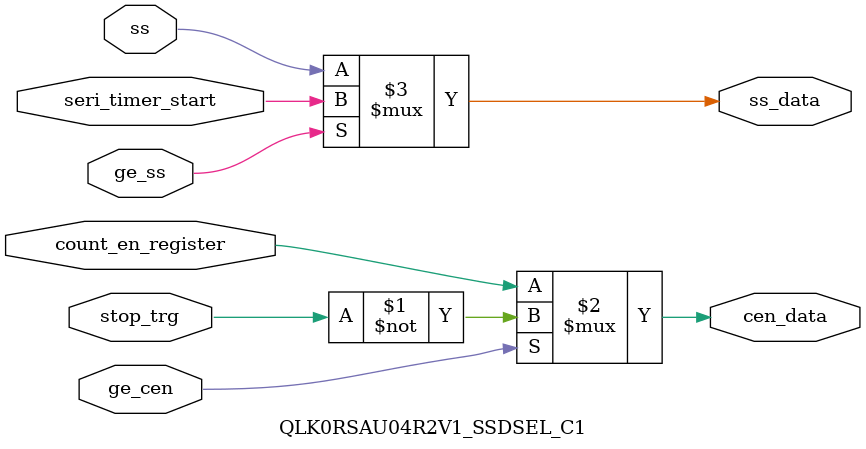
<source format=v>


`timescale 10ps/10ps

module  QLK0RSAU04R2V1 (
                 PCLK,    PCLKRW,    PRESETZ,
                 PSEL2,    PSEL1,    PENABLE,  PWRITE,
                 PADDR5,   PADDR4,   PADDR3,   PADDR2,   PADDR1,
                 PWDATA31, PWDATA30, PWDATA29, PWDATA28, PWDATA27, PWDATA26, PWDATA25,
                 PWDATA24, PWDATA23, PWDATA22, PWDATA21, PWDATA20, PWDATA19, PWDATA18,
                 PWDATA17, PWDATA16, PWDATA15, PWDATA14, PWDATA13, PWDATA12, PWDATA11,
                 PWDATA10, PWDATA9,  PWDATA8,  PWDATA7,  PWDATA6,  PWDATA5,  PWDATA4,
                 PWDATA3,  PWDATA2,  PWDATA1,  PWDATA0,
                 PRDATA15, PRDATA14, PRDATA13, PRDATA12, PRDATA11,
                 PRDATA10, PRDATA9,  PRDATA8,  PRDATA7,  PRDATA6,  PRDATA5,  PRDATA4,
                 PRDATA3,  PRDATA2,  PRDATA1,  PRDATA0,
                 // Ch 0,1 interface
                 INT0,     INT1,
                 SEINT0,   SEINT1,
                 SIN0,     SIN1,
                 SOUT00,   SOUT01,
                 SOUT10,   SOUT11,
                 SCKO0,    SCKO1,
                 SCKI0,    SCKI1,
                 NFEN0,
                 // Ch 2,3 interface
                 INT2,     INT3,
                 SEINT2,   SEINT3,
                 SIN2,     SIN3,
                 SOUT02,   SOUT03,
                 SOUT12,   SOUT13,
                 SCKO2,    SCKO3,
                 SCKI2,    SCKI3,
                 NFEN2,
                 // General interface
                 PRS13,    PRS12,    PRS11,    PRS10,
                 PRS03,    PRS02,    PRS01,    PRS00,
                 CK0,      CK1,      REQPCLK,
                 SCANEN,   SCANMODE
                 );

//parameter LCLP=1'b0;
//parameter HCLP=1'b1;

// System signal
  input  PCLK;
  input  PCLKRW;
  input  PRESETZ;
// APB I/F
  input  PSEL1;
  input  PSEL2;
//   input  PSEL3;
  input  PADDR5;
  input  PADDR4;
  input  PADDR3;
  input  PADDR2;
  input  PADDR1;
  input  PENABLE;
  input  PWRITE;
  input  PWDATA31;
  input  PWDATA30;
  input  PWDATA29;
  input  PWDATA28;
  input  PWDATA27;
  input  PWDATA26;
  input  PWDATA25;
  input  PWDATA24;
  input  PWDATA23;
  input  PWDATA22;
  input  PWDATA21;
  input  PWDATA20;
  input  PWDATA19;
  input  PWDATA18;
  input  PWDATA17;
  input  PWDATA16;
  input  PWDATA15;
  input  PWDATA14;
  input  PWDATA13;
  input  PWDATA12;
  input  PWDATA11;
  input  PWDATA10;
  input  PWDATA9;
  input  PWDATA8;
  input  PWDATA7;
  input  PWDATA6;
  input  PWDATA5;
  input  PWDATA4;
  input  PWDATA3;
  input  PWDATA2;
  input  PWDATA1;
  input  PWDATA0;
  output PRDATA15;
  output PRDATA14;
  output PRDATA13;
  output PRDATA12;
  output PRDATA11;
  output PRDATA10;
  output PRDATA9;
  output PRDATA8;
  output PRDATA7;
  output PRDATA6;
  output PRDATA5;
  output PRDATA4;
  output PRDATA3;
  output PRDATA2;
  output PRDATA1;
  output PRDATA0;

  // Channel 0,1 interface
  output INT0;
  output INT1;
  output SEINT0;
  output SEINT1;
  input SIN0;
  input SIN1;
  output SOUT00;
  output SOUT01;
  output SOUT10;
  output SOUT11;
  output SCKO0;
  output SCKO1;
  input SCKI0;
  input SCKI1;
  input NFEN0;
  // Channel 2,3 interface
  output INT2;
  output INT3;
  output SEINT2;
  output SEINT3;
  input SIN2;
  input SIN3;
  output SOUT02;
  output SOUT03;
  output SOUT12;
  output SOUT13;
  output SCKO2;
  output SCKO3;
  input SCKI2;
  input SCKI3;
  input NFEN2;

// Prescalar Control
  output PRS13;
  output PRS12;
  output PRS11;
  output PRS10;
  output PRS03;
  output PRS02;
  output PRS01;
  output PRS00;

// Input from Prescalar
  input CK0;
  input CK1;

// CSC control
  output REQPCLK;
   
// For SCAN TEST
  input SCANEN;
  input SCANMODE;
   

// Wire Definition
wire [15:0] sdr0_data, sdr1_data, sdr2_data, sdr3_data;
wire [15:0] smr0_data, smr1_data, smr2_data, smr3_data;
wire [15:0] scr0_data, scr1_data, scr2_data, scr3_data;
wire [15:0] ssr0_data, ssr1_data, ssr2_data, ssr3_data;
wire        se03, se02, se01, se00;
wire        soe03, soe02, soe01, soe00;
wire        sol03, sol02, sol01, sol00;
wire [15:0] sps;

wire        re_sdr0, re_sdr1, re_sdr2, re_sdr3;

// APB Signal
wire [5:1] gate_paddr;
wire [31:0] gate_pwdata;
wire we_uhw, we_lhw;
wire sel_sdr0, sel_sdr1, sel_sdr2, sel_sdr3;
wire sel_smr0, sel_smr1, sel_smr2, sel_smr3;
wire sel_scr0, sel_scr1, sel_scr2, sel_scr3;
wire sel_sir0, sel_sir1, sel_sir2, sel_sir3;
wire sel_ss, sel_st, sel_sps;
wire sel_ssc;
wire wr_so, wr_sol, wr_st, wr_soe;

// Interconnect
wire SEINT0, SEINT1, SEINT2, SEINT3;
wire CK0, CK1;
wire count_clock0, count_clock1, count_clock2, count_clock3;
wire md_uart0, md_uart1, md_uart2, md_uart3;
wire stss_all;

wire sout0_src, sout1_src, sout2_src, sout3_src;
wire sin0_sel, sin1_sel, sin2_sel, sin3_sel;
wire md_iic0, md_iic1, md_iic2, md_iic3;

wire CKEN0, CKEN1, CKEN2, CKEN3;
wire fast_mode0, fast_mode1, fast_mode2, fast_mode3;
wire sin0_nf, sin1_nf, sin2_nf, sin3_nf;
wire ack_timing0, ack_timing1, ack_timing2, ack_timing3;

assign gate_pwdata = {PWDATA31, PWDATA30, PWDATA29, PWDATA28, PWDATA27, PWDATA26, PWDATA25, PWDATA24,
                      PWDATA23, PWDATA22, PWDATA21, PWDATA20, PWDATA19, PWDATA18, PWDATA17, PWDATA16,
                      PWDATA15, PWDATA14, PWDATA13, PWDATA12, PWDATA11, PWDATA10, PWDATA9, PWDATA8,
                      PWDATA7, PWDATA6, PWDATA5, PWDATA4, PWDATA3, PWDATA2, PWDATA1, PWDATA0};
assign gate_paddr = {PADDR5, PADDR4, PADDR3, PADDR2, PADDR1};

wire PRS13 = sps[7];
wire PRS12 = sps[6];
wire PRS11 = sps[5];
wire PRS10 = sps[4];
wire PRS03 = sps[3];
wire PRS02 = sps[2];
wire PRS01 = sps[1];
wire PRS00 = sps[0];

//wire [3:0] snc;
wire [1:0] ssc;

wire swc = ssc[0];
wire ssec = ssc[1];
wire rxe0 = scr0_data[14];
wire rxe1 = scr1_data[14];
wire rxe2 = scr2_data[14];
wire rxe3 = scr3_data[14];

wire ch1_error;
   
// APB Bus I/F Module (Address Decode, Data Output)
QLK0RSAU04R2V1_APBIF apbif (
                 .psel2(PSEL2), .psel1(PSEL1), .penable(PENABLE), .pwrite(PWRITE), 
                 .paddr5(gate_paddr[5]), .paddr4(gate_paddr[4]),
                 .paddr3(gate_paddr[3]), .paddr2(gate_paddr[2]), .paddr1(gate_paddr[1]),
                 .prdata15(PRDATA15), .prdata14(PRDATA14), .prdata13(PRDATA13), .prdata12(PRDATA12),
                 .prdata11(PRDATA11), .prdata10(PRDATA10), .prdata9(PRDATA9),   .prdata8(PRDATA8),
                 .prdata7(PRDATA7),   .prdata6(PRDATA6),   .prdata5(PRDATA5),   .prdata4(PRDATA4),
                 .prdata3(PRDATA3),   .prdata2(PRDATA2),   .prdata1(PRDATA1),   .prdata0(PRDATA0),
                 .we_uhw(we_uhw), .we_lhw(we_lhw),
                 .sel_sdr0(sel_sdr0), .sel_sdr1(sel_sdr1), .sel_sdr2(sel_sdr2), .sel_sdr3(sel_sdr3),
                 .sel_smr0(sel_smr0), .sel_smr1(sel_smr1), .sel_smr2(sel_smr2), .sel_smr3(sel_smr3),
                 .sel_scr0(sel_scr0), .sel_scr1(sel_scr1), .sel_scr2(sel_scr2), .sel_scr3(sel_scr3),
                 .sel_sir0(sel_sir0), .sel_sir1(sel_sir1), .sel_sir2(sel_sir2), .sel_sir3(sel_sir3),
                 .sel_ss(sel_ss),   .sel_st(sel_st),   .sel_sps(sel_sps),
                 .sel_ssc(sel_ssc),
                 .re_sdr0(re_sdr0), .re_sdr1(re_sdr1), .re_sdr2(re_sdr2), .re_sdr3(re_sdr3),
                 .wr_so(wr_so),.wr_sol(wr_sol), .wr_st(wr_st), .wr_soe(wr_soe),
                 .sdr0_data(sdr0_data), .smr0_data(smr0_data),
                 .scr0_data(scr0_data), .ssr0_data(ssr0_data),
                 .sdr1_data(sdr1_data), .smr1_data(smr1_data),
                 .scr1_data(scr1_data), .ssr1_data(ssr1_data),
                 .sdr2_data(sdr2_data), .smr2_data(smr2_data),
                 .scr2_data(scr2_data), .ssr2_data(ssr2_data),
                 .sdr3_data(sdr3_data), .smr3_data(smr3_data),
                 .scr3_data(scr3_data), .ssr3_data(ssr3_data),
                 .cko03(SCKO3), .cko02(SCKO2), .cko01(SCKO1), .cko00(SCKO0), 
                 .so03(sout3_src), .so02(sout2_src), .so01(sout1_src), .so00(sout0_src),
                 .soe03(soe03), .soe02(soe02), .soe01(soe01), .soe00(soe00),
                 .sol03(sol03), .sol02(sol02), .sol01(sol01), .sol00(sol00),
                 .se03(se03), .se02(se02), .se01(se01), .se00(se00),
                 .sps(sps), .ssc(ssc) );

// General RegisterPrescalor Module
QLK0RSAU04R2V1_GREG gregu (
                 .pclkrw(PCLKRW), .presetz(PRESETZ),
                 .peri_write(gate_pwdata[7:0]), .sel_sps(sel_sps),
                 .sel_ssc(sel_ssc), .pwrite(PWRITE), .penable(PENABLE),
                 .sps(sps), .ssc(ssc) );

// SAU ch0 module
QLK0RSAU04R2V1_MAIN_C0 ch0 (
                 .peclk(PCLK), .pclkrw(PCLKRW), .peresetz(PRESETZ),
                 .ck0(CK0), .ck1(CK1),
                 .peri_write(gate_pwdata[15:0]), .common_write({gate_pwdata[8],gate_pwdata[0]}), .re_sdr(re_sdr0),
                 .sel_sdr(sel_sdr0), .sel_smr(sel_smr0), .sel_scr(sel_scr0), .sel_sir(sel_sir0),
                 .wr_st(wr_st), .wr_so(wr_so),
                 .wr_soe(wr_soe), .wr_sol(wr_sol),
                 .we_ulhw(we_lhw), .we_lhw(we_lhw), .we_uhw(we_uhw),
                 .sdr_data(sdr0_data), .smr_data(smr0_data),
                 .scr_data(scr0_data), .ssr_data(ssr0_data),
                 .se(se00), .soe(soe00), .sol(sol00),
                 .count_clock(count_clock0),
                 .md_uart(md_uart0), .md_iic(md_iic0),
                 .stss_all(stss_all),
                 .sin(sin0_sel), .sin_direct(SIN0), .scki(SCKI0), .sout(sout0_src), 
                 .scko(SCKO0), .int_sig(INT0), .eint(SEINT0), .mck(CKEN0),
                 .fast_mode(fast_mode0), .scanmode(SCANMODE), .swc(swc), .ack_timing(ack_timing0)
                   );


// SAU ch1 module
QLK0RSAU04R2V1_MAIN_C1 ch1 (
                 .peclk(PCLK), .pclkrw(PCLKRW), .peresetz(PRESETZ),
                 .ck0(CK0), .ck1(CK1), 
                 .peri_write(gate_pwdata[31:16]), .common_write({gate_pwdata[9],gate_pwdata[1]}), .re_sdr(re_sdr1),
                 .sel_sdr(sel_sdr1), .sel_smr(sel_smr1), .sel_scr(sel_scr1), .sel_sir(sel_sir1),
                 .wr_st(wr_st), .wr_so(wr_so),
                 .wr_soe(wr_soe), .wr_sol(wr_sol),
                 .we_ulhw(we_uhw), .we_lhw(we_lhw), .we_uhw(we_uhw),
                 .sdr_data(sdr1_data), .smr_data(smr1_data),
                 .scr_data(scr1_data), .ssr_data(ssr1_data),
                 .se(se01), .soe(soe01), .sol(sol01),
                 .count_clock(count_clock1),
                 .md_uart(md_uart1), .md_iic(md_iic1),
                 .stss_all(stss_all),
                 .sin(sin1_sel), .sin_direct(SIN1), .scki(SCKI1), .sout(sout1_src),
                 .scko(SCKO1), .int_sig(INT1), .eint(SEINT1), .mck(CKEN1),
                 .fast_mode(fast_mode1), .scanmode(SCANMODE), .swc(swc), .ssec(ssec),
                 .ch_error(ch1_error), .ack_timing(ack_timing1)
                 );
   


// SAU ch2 module
QLK0RSAU04R2V1_MAIN_B0 ch2 (
                 .peclk(PCLK), .pclkrw(PCLKRW), .peresetz(PRESETZ),
                 .ck0(CK0), .ck1(CK1), 
                 .peri_write(gate_pwdata[15:0]), .common_write({gate_pwdata[10],gate_pwdata[2]}), .re_sdr(re_sdr2),
                 .sel_sdr(sel_sdr2), .sel_smr(sel_smr2), .sel_scr(sel_scr2), .sel_sir(sel_sir2),
                 .wr_st(wr_st), .wr_so(wr_so),
                 .wr_soe(wr_soe), .wr_sol(wr_sol),
                 .we_ulhw(we_lhw), .we_lhw(we_lhw), .we_uhw(we_uhw),
                 .sdr_data(sdr2_data), .smr_data(smr2_data),
                 .scr_data(scr2_data), .ssr_data(ssr2_data),
                 .se(se02), .soe(soe02), .sol(sol02),
                 .count_clock(count_clock2),
                 .md_uart(md_uart2), .md_iic(md_iic2),
                 .stss_all(stss_all),
                 .sin(sin2_sel), .sin_direct(SIN2), .scki(SCKI2), .sout(sout2_src),
                 .scko(SCKO2), .int_sig(INT2), .eint(SEINT2), .mck(CKEN2),
                 .fast_mode(fast_mode2), .ack_timing(ack_timing2)
                  );

// SAU ch3 module
QLK0RSAU04R2V1_MAIN_B1 ch3 (
                 .peclk(PCLK), .pclkrw(PCLKRW), .peresetz(PRESETZ),
                 .ck0(CK0), .ck1(CK1),
                 .peri_write(gate_pwdata[31:16]), .common_write({gate_pwdata[11],gate_pwdata[3]}), .re_sdr(re_sdr3),
                 .sel_sdr(sel_sdr3), .sel_smr(sel_smr3), .sel_scr(sel_scr3), .sel_sir(sel_sir3),
                 .wr_st(wr_st), .wr_so(wr_so),
                 .wr_soe(wr_soe), .wr_sol(wr_sol),
                 .we_ulhw(we_uhw), .we_lhw(we_lhw), .we_uhw(we_uhw),
                 .sdr_data(sdr3_data), .smr_data(smr3_data),
                 .scr_data(scr3_data), .ssr_data(ssr3_data),
                 .se(se03), .soe(soe03), .sol(sol03),
                 .count_clock(count_clock3),
                 .md_uart(md_uart3), .md_iic(md_iic3),
                 .stss_all(stss_all),
                 .sin(sin3_sel), .sin_direct(SIN3), .scki(SCKI3), .sout(sout3_src),
                 .scko(SCKO3), .int_sig(INT3), .eint(SEINT3), .mck(CKEN3),
                 .fast_mode(fast_mode3), .ack_timing(ack_timing3)
                  );
   

// Serial I/F selector modulr for ch0 and ch1
QLK0RSAU04R2V1_SIF sif01(
                        .sin_ev_i(sin0_nf), .sin_od_i(sin1_nf),
                        //.sin_od_thr(SIN1),  .csi_fast_od(fast_mode1),
                        .sin_ev_o(sin0_sel),  .sin_od_o(sin1_sel),
                        .sout_ev_i(sout0_src), .sout_od_i(sout1_src),
                        .sout0_ev_o(SOUT00), .sout1_ev_o(SOUT10), .sout0_od_o(SOUT01), .sout1_od_o(SOUT11),
                        .all_uart(md_uart0&md_uart1),
                        .md_iic_ev(md_iic0), .md_iic_od(md_iic1)
                      );

// Serial I/F selector modulr for ch2 and ch3
QLK0RSAU04R2V1_SIF sif23(
                        .sin_ev_i(sin2_nf),      .sin_od_i(sin3_nf),
                        //.sin_od_thr(SIN3),  .csi_fast_od(fast_mode3),
                        .sin_ev_o(sin2_sel),  .sin_od_o(sin3_sel),
                        .sout_ev_i(sout2_src), .sout_od_i(sout3_src),
                        .sout0_ev_o(SOUT02), .sout1_ev_o(SOUT12), .sout0_od_o(SOUT03), .sout1_od_o(SOUT13),
                        .all_uart(md_uart2&md_uart3),
                        .md_iic_ev(md_iic2), .md_iic_od(md_iic3)
                      );


QLK0RSAU04R2V1_SNF0  nf0(.pclk(PCLK), .presetz(PRESETZ), .cken(CKEN0), .rxe_ev(rxe0),
                        .rxe_od(rxe1&md_uart1), .iic_ack_timing(ack_timing0),
                        .din(SIN0), .dout(sin0_nf),
                        .nfen(NFEN0), .ch1_error(ch1_error&ssc[1]), .sis(smr1_data[6]) );
   
QLK0RSAU04R2V1_SYNC sync1(.pclk(PCLK), .presetz(PRESETZ), .cken(CKEN1), .rxe(rxe1),
                         .iic_ack_timing(ack_timing1),
                         .din(SIN1), .dout(sin1_nf) );

QLK0RSAU04R2V1_SNF2  nf2(.pclk(PCLK), .presetz(PRESETZ), .cken(CKEN2), .rxe_ev(rxe2),
                        .rxe_od(rxe3&md_uart3), .iic_ack_timing(ack_timing2),
                        .din(SIN2), .dout(sin2_nf),
                        .nfen(NFEN2) );

QLK0RSAU04R2V1_SYNC sync3(.pclk(PCLK), .presetz(PRESETZ), .cken(CKEN3), .rxe(rxe3),
                         .iic_ack_timing(ack_timing3),
                         .din(SIN3), .dout(sin3_nf) );
      
// Gating Contorol
QLK0RSAU04R2V1_GECTL gectl (
                      .sel_ss(sel_ss), .sel_st(sel_st), .stss_all(stss_all)
                        );

QLK0RSAU04R2V1_WUP wup (.pclk(PCLK), .presetz(PRESETZ), .scanmode(SCANMODE),
                        .ssc(ssc[0]), .ckp(scr0_data[12]), .sis(smr1_data[6]),
                        .scki(SCKI0), .sin(SIN0), .ch1_error(ch1_error),
                        .all_uart(md_uart0 & md_uart1),
                        .reqpclk(REQPCLK) );
 
   
endmodule


module  QLK0RSAU04R2V1_APBIF (
                 psel2,  psel1,  penable,  pwrite,
                 paddr5, paddr4, paddr3, paddr2, paddr1,
                 prdata15, prdata14, prdata13, prdata12, prdata11, prdata10, prdata9,  prdata8,
                 prdata7,  prdata6,  prdata5,  prdata4,  prdata3,  prdata2,  prdata1,  prdata0,
                 we_uhw, we_lhw,
                 sel_sdr0, sel_sdr1, sel_sdr2, sel_sdr3,
                 sel_smr0, sel_smr1, sel_smr2, sel_smr3,
                 sel_scr0, sel_scr1, sel_scr2, sel_scr3,
                 sel_sir0, sel_sir1, sel_sir2, sel_sir3,
                 sel_ss,
                 sel_st,
                 sel_sps, sel_ssc,
                 wr_soe, wr_so, wr_sol, wr_st,
                 re_sdr0, re_sdr1, re_sdr2, re_sdr3,
                 sdr0_data, smr0_data, scr0_data, ssr0_data,
                 sdr1_data, smr1_data, scr1_data, ssr1_data,
                 sdr2_data, smr2_data, scr2_data, ssr2_data,
                 sdr3_data, smr3_data, scr3_data, ssr3_data,
                 cko03, cko02, cko01, cko00,
                 so03, so02, so01, so00,
                 soe03, soe02, soe01, soe00,
                 sol03, sol02, sol01, sol00,
                 se03, se02, se01, se00,
                 sps, ssc
                 );


parameter SDR0_ADR=5'h00;
parameter SDR1_ADR=5'h01;
parameter SDR2_ADR=5'h02;
parameter SDR3_ADR=5'h03;
parameter SSR0_ADR=5'h00;
parameter SSR1_ADR=5'h01;
parameter SSR2_ADR=5'h02;
parameter SSR3_ADR=5'h03;
parameter SIR0_ADR=5'h04;
parameter SIR1_ADR=5'h05;
parameter SIR2_ADR=5'h06;
parameter SIR3_ADR=5'h07;
parameter SMR0_ADR=5'h08;
parameter SMR1_ADR=5'h09;
parameter SMR2_ADR=5'h0A;
parameter SMR3_ADR=5'h0B;
parameter SCR0_ADR=5'h0C;
parameter SCR1_ADR=5'h0D;
parameter SCR2_ADR=5'h0E;
parameter SCR3_ADR=5'h0F;
parameter SE_ADR  =5'h10;
parameter SS_ADR  =5'h11;
parameter ST_ADR  =5'h12;
parameter SPS_ADR =5'h13;
parameter SO_ADR  =5'h14;
parameter SOE_ADR =5'h15;
parameter SOL_ADR =5'h1A;
parameter EDR0_ADR=5'h16;
parameter EDR1_ADR=5'h17;
parameter EDR2_ADR=5'h18;
parameter EDR3_ADR=5'h19;
parameter SSC_ADR =5'h1C;   
//parameter SNC_ADR =5'h00;
   
//input psel3;
input psel2;
input psel1;
input penable;
input pwrite;
input paddr5;
input paddr4;
input paddr3;
input paddr2;
input paddr1;


output prdata15;
output prdata14;
output prdata13;
output prdata12;
output prdata11;
output prdata10;
output prdata9;
output prdata8;
output prdata7;
output prdata6;
output prdata5;
output prdata4;
output prdata3;
output prdata2;
output prdata1;
output prdata0;

output we_uhw;  // Upper Half-Word write signal
output we_lhw;  // Lower Half-Word write signal
output sel_sdr0;
output sel_sdr1;
output sel_sdr2;
output sel_sdr3;
output sel_smr0;
output sel_smr1;
output sel_smr2;
output sel_smr3;
output sel_scr0;
output sel_scr1;
output sel_scr2;
output sel_scr3;
output sel_sir0;
output sel_sir1;
output sel_sir2;
output sel_sir3;
output sel_ss;
output sel_st;
output sel_sps;
output wr_soe;
output wr_so;
output wr_sol;
output wr_st;
//output sel_snc;
output sel_ssc;

output re_sdr0;
output re_sdr1;
output re_sdr2;
output re_sdr3;

input [15:0] sdr0_data;
input [15:0] smr0_data;
input [15:0] scr0_data;
input [15:0] ssr0_data;
input [15:0] sdr1_data;
input [15:0] smr1_data;
input [15:0] scr1_data;
input [15:0] ssr1_data;
input [15:0] sdr2_data;
input [15:0] smr2_data;
input [15:0] scr2_data;
input [15:0] ssr2_data;
input [15:0] sdr3_data;
input [15:0] smr3_data;
input [15:0] scr3_data;
input [15:0] ssr3_data;

input cko03;
input cko02;
input cko01;
input cko00;
input so03;
input so02;
input so01;
input so00;
input soe03;
input soe02;
input soe01;
input soe00;
input sol03;
input sol02;
input sol01;
input sol00;
input se03;
input se02;
input se01;
input se00;
input [15:0] sps;
// input [3:0] snc;
input [1:0] ssc;
   
   
// Declaration of reg/wire
reg    sel_sdr0, sel_sdr1, sel_sdr2, sel_sdr3,
       sel_smr0, sel_smr1, sel_smr2, sel_smr3,
       sel_scr0, sel_scr1, sel_scr2, sel_scr3,
       sel_ssr0, sel_ssr1, sel_ssr2, sel_ssr3,
       sel_sir0, sel_sir1, sel_sir2, sel_sir3;
reg    sel_se, sel_ss, sel_st, sel_sps, sel_so, sel_soe, sel_sol;
reg    sel_edr0, sel_edr1, sel_edr2, sel_edr3;
reg    sel_ssc;
   
//==================================================//
//              Generate SEL signals                //
//==================================================//

always @( psel2 or psel1 or paddr5 or paddr4 or paddr3 or paddr2 or paddr1 ) begin
    {sel_sdr0, sel_sdr1, sel_sdr2, sel_sdr3} = 4'h0;
    {sel_smr0, sel_smr1, sel_smr2, sel_smr3} = 4'h0;
    {sel_scr0, sel_scr1, sel_scr2, sel_scr3} = 4'h0;
    {sel_ssr0, sel_ssr1, sel_ssr2, sel_ssr3} = 4'h0;
    {sel_sir0, sel_sir1, sel_sir2, sel_sir3} = 4'h0;
    sel_se = 1'b0;
    sel_ss = 1'b0;
    sel_st = 1'b0;
    sel_sps = 1'b0;
    sel_so = 1'b0;
    sel_soe = 1'b0;
    sel_sol = 1'b0;
    {sel_edr0, sel_edr1, sel_edr2, sel_edr3} = 4'h0;
//     sel_snc = 1'b0;
    sel_ssc = 1'b0;

    case({3'b000, paddr2, paddr1})   // synopsys parallel_case
      SDR0_ADR : sel_sdr0 = psel1;
      SDR1_ADR : sel_sdr1 = psel1;
      SDR2_ADR : sel_sdr2 = psel1;
      SDR3_ADR : sel_sdr3 = psel1;
      default  : begin
                  {sel_sdr0, sel_sdr1, sel_sdr2, sel_sdr3} = 4'h0;
                 end
    endcase

    case({paddr5, paddr4, paddr3, paddr2, paddr1})         // synopsys parallel_case
      SSR0_ADR : sel_ssr0 = psel2;
      SSR1_ADR : sel_ssr1 = psel2;
      SSR2_ADR : sel_ssr2 = psel2;
      SSR3_ADR : sel_ssr3 = psel2;
      SIR0_ADR : sel_sir0 = psel2;
      SIR1_ADR : sel_sir1 = psel2;
      SIR2_ADR : sel_sir2 = psel2;
      SIR3_ADR : sel_sir3 = psel2;
      SMR0_ADR : sel_smr0 = psel2;
      SMR1_ADR : sel_smr1 = psel2;
      SMR2_ADR : sel_smr2 = psel2;
      SMR3_ADR : sel_smr3 = psel2;
      SCR0_ADR : sel_scr0 = psel2;
      SCR1_ADR : sel_scr1 = psel2;
      SCR2_ADR : sel_scr2 = psel2;
      SCR3_ADR : sel_scr3 = psel2;
      SE_ADR   : sel_se  = psel2;
      SS_ADR   : sel_ss  = psel2;
      ST_ADR   : sel_st  = psel2;
      SPS_ADR  : sel_sps  = psel2;
      SO_ADR   : sel_so  = psel2;
      SOE_ADR  : sel_soe  = psel2;
      SOL_ADR  : sel_sol = psel2;
      EDR0_ADR : sel_edr0 = psel2;
      EDR1_ADR : sel_edr1 = psel2;
      EDR2_ADR : sel_edr2 = psel2;
      EDR3_ADR : sel_edr3 = psel2;
      SSC_ADR  : sel_ssc  = psel2;
      default  : begin
                  {sel_ssr0, sel_ssr1, sel_ssr2, sel_ssr3} = 4'h0;
                  {sel_sir0, sel_sir1, sel_sir2, sel_sir3} = 4'h0;
                  {sel_smr0, sel_smr1, sel_smr2, sel_smr3} = 4'h0;
                  {sel_scr0, sel_scr1, sel_scr2, sel_scr3} = 4'h0;
                  sel_se = 1'b0;
                  sel_ss = 1'b0;
                  sel_st = 1'b0;
                  sel_sps = 1'b0;
                  sel_so = 1'b0;
                  sel_soe = 1'b0;
                  sel_sol = 1'b0;
                  {sel_edr0, sel_edr1, sel_edr2, sel_edr3} = 4'h0;
                  sel_ssc = 1'b0;
                 end
    endcase

//     case({4'b000, paddr1})   // synopsys parallel_case
//       SNC_ADR : sel_snc = psel3;
//       default : sel_snc = 1'b0;
//     endcase
  
end

//==================================================//
//              Generate WE signals                 //
// This signal is used for register write.          //
//==================================================//
wire we_lhw;
wire we_uhw;
assign we_lhw = penable & pwrite & ~paddr1;
assign we_uhw = penable & pwrite &  paddr1;

//==================================================//
//             DATA Read Circuit                    //
//==================================================//
reg [31:0] dout;

always @( sel_sdr0 or sel_sdr1 or sel_sdr2 or sel_sdr3 or
          sel_smr0 or sel_smr1 or sel_smr2 or sel_smr3 or
          sel_scr0 or sel_scr1 or sel_scr2 or sel_scr3 or
          sel_ssr0 or sel_ssr1 or sel_ssr2 or sel_ssr3 or
          sel_se  or sel_sps  or sel_so  or
          sel_soe  or sel_sol or
          sdr1_data or sdr0_data or sdr3_data or sdr2_data or
          smr1_data or smr0_data or smr3_data or smr2_data or
          scr1_data or scr0_data or scr3_data or scr2_data or
          ssr1_data or ssr0_data or ssr3_data or ssr2_data or
          se03  or se02  or se01  or se00  or sps  or
          cko03 or cko02 or cko01 or cko00 or
          so03  or so02  or so01  or so00  or
          soe03 or soe02 or soe01 or soe00 or
          sol03 or sol02 or sol01 or sol00 or
          sel_edr0 or sel_edr1 or sel_edr2 or sel_edr3 or
          sel_ssc or ssc
          ) begin

      case(1'b1)         // synopsys parallel_case
        sel_sdr0|sel_sdr1|sel_edr0|sel_edr1 : dout = {sdr1_data, sdr0_data};
        sel_sdr2|sel_sdr3|sel_edr2|sel_edr3 : dout = {sdr3_data, sdr2_data};
        sel_smr0|sel_smr1 : dout = {smr1_data, smr0_data};
        sel_smr2|sel_smr3 : dout = {smr3_data, smr2_data};
        sel_scr0|sel_scr1 : dout = {scr1_data, scr0_data};
        sel_scr2|sel_scr3 : dout = {scr3_data, scr2_data};
        sel_ssr0|sel_ssr1 : dout = {ssr1_data, ssr0_data};
        sel_ssr2|sel_ssr3 : dout = {ssr3_data, ssr2_data};
        sel_se : dout = {28'h0000000, se03, se02, se01, se00};
        sel_sps : dout = {sps, 16'h0000};
        sel_so|sel_soe : dout = {12'h000, soe03, soe02, soe01, soe00, 4'h0, cko03, cko02, cko01, cko00, 4'h0, so03, so02, so01, so00};
        sel_sol : dout = {28'h0000000, sol03, sol02, sol01, sol00};
//         sel_snc : dout = {28'h0000000, snc};
        sel_ssc : dout = {30'h00000000, ssc};
        default : dout = 32'h00000000;
      endcase
end

// 32bit-16bit bus transform Logic
wire dis_word;
assign dis_word = paddr1;
wire [15:0] dout_l = dis_word ? dout[31:16] : dout[15:0] ;

wire [15:0] peri_read;
wire re_en;
assign re_en = penable & ~pwrite;

assign peri_read = re_en ? dout_l : 16'h0000;

// read sdr register signal for Over-run
wire re_sdr0 = sel_sdr0 & re_en ;
wire re_sdr1 = sel_sdr1 & re_en ;
wire re_sdr2 = sel_sdr2 & re_en ;
wire re_sdr3 = sel_sdr3 & re_en ;

wire prdata15 = peri_read[15];
wire prdata14 = peri_read[14];
wire prdata13 = peri_read[13];
wire prdata12 = peri_read[12];
wire prdata11 = peri_read[11];
wire prdata10 = peri_read[10];
wire prdata9 = peri_read[9];
wire prdata8 = peri_read[8];
wire prdata7 = peri_read[7];
wire prdata6 = peri_read[6];
wire prdata5 = peri_read[5];
wire prdata4 = peri_read[4];
wire prdata3 = peri_read[3];
wire prdata2 = peri_read[2];
wire prdata1 = peri_read[1];
wire prdata0 = peri_read[0];


// common signal for all channel
wire wr_so = we_lhw & sel_so;
wire wr_st = we_lhw & sel_st;
wire wr_sol = we_lhw & sel_sol;
wire wr_soe = we_uhw & sel_soe;
 
endmodule

// General RegisterPrescalor Module
module QLK0RSAU04R2V1_GREG (
                 pclkrw, presetz, peri_write,
                 sel_sps, sel_ssc, pwrite, penable,
                 sps, ssc );

   input pclkrw;
   input presetz;
   input [7:0] peri_write ;
   input       sel_sps;
//    input       sel_snc;
   input       sel_ssc;
   input       pwrite;
   input       penable;

   output [15:0] sps;
//    output [3:0] snc;
   output [1:0] ssc;

   
//================================//
//     SPS Register Block         //
//================================//
reg [3:0]         prs1, prs0;
   
  wire ge_sps = pwrite & penable & sel_sps;
always@(posedge pclkrw or negedge presetz) begin
  if (~presetz) begin
    prs1 <= 4'h0;
    prs0 <= 4'h0;
  end
  else if (ge_sps) begin
    prs1 <= peri_write[7:4];
    prs0 <= peri_write[3:0];
  end
end

   assign sps = {8'h00, prs1, prs0};
  

//================================//
//     SNC Register Block         //
//================================//
// reg  snc2, snc0;  
// wire ge_snc = pwrite & penable & sel_snc;
// always@(posedge pclkrw or negedge presetz) begin
//   if (~presetz) begin
//     snc2 <= 1'b0;
//     snc0 <= 1'b0;
//   end
//   else if (ge_snc) begin
//     snc2 <= peri_write[2];
//     snc0 <= peri_write[0];
//   end
// end

// wire [3:0] snc = {1'b0, snc2, 1'b0, snc0};   

//================================//
//     SSC Register Block         //
//================================//
reg [1:0] ssc;  
wire ge_ssc = pwrite & penable & sel_ssc;
always@(posedge pclkrw or negedge presetz) begin
  if (~presetz) begin
    ssc <= 2'h0;
  end
  else if (ge_ssc) begin
    ssc <= peri_write[1:0];
  end
end

endmodule

// For naiming rule  "async_resz2 -> async2_resz"
module QLK0RSAU04R2V1_WUP (
                           pclk, presetz, scanmode,
                           ssc, ckp, sis, all_uart,
                           sin, scki, ch1_error, reqpclk );

   input pclk;
   input presetz;
   input scanmode;
   input ssc;
   input ckp;
   input sis;
   input all_uart;
   input scki;
   input sin;
   input ch1_error;
   
   output reqpclk;
   wire   reqpclk;
   reg    reqpclk_async;
   reg    reqpclk_d1;

   wire   pos_clk = (all_uart ? (~sin ^ sis) : (~scki ^ ckp));
   reg    async_clk;
   reg    sync_ch_error ;

   always@(scanmode or pclk or pos_clk)
     case (scanmode)
       1'b0 : async_clk = pos_clk ;
       1'b1 : async_clk = pclk ;
     endcase
     
//   wire  neg_res = ssc & ~ch1_error;
   wire  neg_res = ssc & ~sync_ch_error;
   reg async_resz;

   always@(scanmode or presetz or neg_res)
     case(scanmode) 
       1'b0 : async_resz = neg_res;
       1'b1 : async_resz = presetz;
     endcase
   
   always@(posedge async_clk or negedge async_resz)
     if (~async_resz) reqpclk_async <= 1'b0;
//     else             reqpclk_async <= 1'b1;
     else             reqpclk_async <= ~scanmode | (pos_clk | neg_res) ; // For fault coverage

   wire async2_resz = presetz & (ssc|scanmode); 	// For naiming rule

   always@(posedge pclk or negedge async2_resz)
     if (~async2_resz) reqpclk_d1 <= 1'b0;
     else              reqpclk_d1 <= reqpclk_async;

   assign reqpclk = reqpclk_async | reqpclk_d1;  

   always@(posedge pclk or negedge async2_resz)
	if (~async2_resz)  	sync_ch_error <= 1'b0;
	else			sync_ch_error <= ch1_error;
   
endmodule

module QLK0RSAU04R2V1_SIF (
                        sin_ev_i, sin_od_i, 
                        sin_ev_o, sin_od_o,
                        sout_ev_i, sout_od_i,
                        sout0_ev_o, sout1_ev_o, sout0_od_o, sout1_od_o,
                        all_uart,
                        md_iic_ev, md_iic_od);

// Input From SAU SIN port
input sin_ev_i;
input sin_od_i;
//input sin_od_thr;
// Output To SAU CH sin port
output sin_ev_o;
output sin_od_o;
// Input From SAU CH sout port
input sout_ev_i;
input sout_od_i;
// Output To SAU SOUT port
output sout0_ev_o;
output sout1_ev_o;
output sout0_od_o;
output sout1_od_o;

// Input Mode signal
input all_uart;
input md_iic_ev;
input md_iic_od;
//input csi_fast_od;

// SIN Selector
wire sin_ev_o = sin_ev_i;

wire sin_od_o = all_uart ? sin_ev_i : sin_od_i;
//reg  sin_od_o;
//always@(csi_fast_od or sin_od_thr or sin_uart)
//  case (csi_fast_od) // synopsys infer_mux
//    1'b1 : sin_od_o = sin_od_thr;
//    1'b0 : sin_od_o = sin_uart;
//  endcase

// SOUT selector
wire sout_ev_tmp = sout_ev_i;
wire sout_od_tmp = sout_od_i; 

// SOUT Separator
wire p_mode_ev = md_iic_ev;
wire p_mode_od = md_iic_od;
wire sout0_ev_o =  p_mode_ev | sout_ev_tmp ;
wire sout1_ev_o = ~p_mode_ev | sout_ev_tmp ;
wire sout0_od_o =  p_mode_od | sout_od_tmp ;
wire sout1_od_o = ~p_mode_od | sout_od_tmp ;

endmodule

// Consider Active timing
// CSI send -> STOP
// CSI recv,send/recv  -> run at ~trans_state
// UART send -> STOP
// UART receive -> run at CKEN
// IIC send -> STOP
// IIC recv,send/recv -> run at ~trans_state
// For ch0, ch2

module  QLK0RSAU04R2V1_SNF0 (pclk, presetz, cken, rxe_ev, rxe_od, iic_ack_timing,
                             din, dout, nfen, ch1_error, sis);
   input pclk;
   input presetz;
   input cken;
   input rxe_ev;
   input rxe_od;
   input iic_ack_timing;
   input din;
   input nfen;      // Noisefilter Enable
   input ch1_error; 
   input sis;
   
//   input csi_fast;  // for Bypath
   output dout;
   
   reg   ff1, ff2, ff3;

   always@(posedge pclk or negedge presetz)
     if (~presetz)
       begin
         ff1 <= 1'b0;
         ff2 <= 1'b0;
         ff3 <= 1'b0;
       end
     else if (ch1_error|(cken&(rxe_od|rxe_ev|iic_ack_timing)))
       begin
         ff1 <= ch1_error ? ~sis : din;
         ff2 <= ch1_error ? ~sis : ff1;
         ff3 <= ch1_error ? ~sis : ff1==ff2 ? ff2 : ff3;
       end

   wire dout;
   assign dout =  nfen ? ff3 : ff1 ;
   
endmodule

module  QLK0RSAU04R2V1_SNF2 (pclk, presetz, cken, rxe_ev, rxe_od, iic_ack_timing, din, dout, nfen);
   input pclk;
   input presetz;
   input cken;
   input rxe_ev;
   input rxe_od;
   input iic_ack_timing;
   input din;
   input nfen;      // Noisefilter Enable
//   input csi_fast;  // for Bypath
   output dout;
   
   reg   ff1, ff2, ff3;

   always@(posedge pclk or negedge presetz)
     if (~presetz)
       begin
         ff1 <= 1'b0;
         ff2 <= 1'b0;
         ff3 <= 1'b0;
       end
     else if (cken&(rxe_od|rxe_ev|iic_ack_timing))
       begin
         ff1 <= din;
         ff2 <= ff1;
         ff3 <= ff1==ff2 ? ff2 : ff3;
       end

   wire dout;
   assign dout =  nfen ? ff3 : ff1 ;
   
endmodule


module  QLK0RSAU04R2V1_SYNC (pclk, presetz, cken, rxe, iic_ack_timing, din, dout);
   input pclk;
   input presetz;
   input cken;
   input din;
   input rxe;
   input iic_ack_timing;
//   input csi_fast;  // for Bypath
   output dout;
   
   reg   ff1;

   always@(posedge pclk or negedge presetz)
     if (~presetz)
         ff1 <= 1'b0;
     else if (cken&(rxe|iic_ack_timing))
         ff1 <= din;

   wire dout;
   assign dout = ff1;
   
endmodule
// This module generate common gating signal
//    int_all -> logical or of each INT
//    st_all  -> logical or of each count_start_trg
//    se_all  -> logical or of each ch SE
//    stss_all -> logical or of sel_ss and sel_st
//    ge_seri  -> logical or of md4 bit

module QLK0RSAU04R2V1_GECTL ( 
                       sel_ss, sel_st, stss_all );
   

input   sel_ss;
input   sel_st;

output  stss_all;

wire stss_all = sel_ss | sel_st;


endmodule
module QLK0RSAU04R2V1_EDGECK_B0 (
                     peclk, peresetz,
                     mck, scki,
                     ccs2,
                     scki_rise, scki_fall, scki_both
                     );

input peclk;
input peresetz;
input mck;
input scki;
input ccs2;
output scki_rise;
output scki_fall;
output scki_both;

//=========================//
//  REG/WIRE  Definition   //
//=========================//
reg scki_cap;
reg scki_sync;
   
wire scki_rise, scki_fall;
wire scki_both;

//=======================//
//  SCKI Latch           //
//=======================//
always@(posedge peclk or negedge peresetz) begin
  if (~peresetz)        scki_sync <= 1'b0;
  else if (mck & ccs2) scki_sync <= scki;
end 
  
//=======================//
//  SCKI Latch           //
//=======================//
always@(posedge peclk or negedge peresetz) begin
  if (~peresetz)          scki_cap <= 1'b0;
  else if (mck&ccs2)      scki_cap <= scki_sync;
end

// Rise
assign scki_rise = scki_sync & ~scki_cap & mck;
// Fall
assign scki_fall = ~scki_sync & scki_cap & mck;
// Rise and Fall
assign scki_both = (scki_sync ^ scki_cap) & mck;

endmodule

module QLK0RSAU04R2V1_EDGECK_B1 (
                     peclk, peresetz,
                     mck, scki,
                     ccs2,
                     scki_rise, scki_fall, scki_both
                     );

input peclk;
input peresetz;
input mck;
input scki;
input ccs2;
output scki_rise;
output scki_fall;
output scki_both;

//=========================//
//  REG/WIRE  Definition   //
//=========================//
reg scki_cap;
reg scki_sync;
   
wire scki_rise, scki_fall;
wire scki_both;

//=======================//
//  SCKI Latch           //
//=======================//
always@(posedge peclk or negedge peresetz) begin
  if (~peresetz)        scki_sync <= 1'b0;
  else if (mck & ccs2) scki_sync <= scki;
end 
  
//=======================//
//  SCKI Latch           //
//=======================//
always@(posedge peclk or negedge peresetz) begin
  if (~peresetz)          scki_cap <= 1'b0;
  else if (mck&ccs2)      scki_cap <= scki_sync;
end

// Rise
assign scki_rise = scki_sync & ~scki_cap & mck;
// Fall
assign scki_fall = ~scki_sync & scki_cap & mck;
// Rise and Fall
assign scki_both = (scki_sync ^ scki_cap) & mck;

endmodule

module QLK0RSAU04R2V1_EDGECK_C0 (
                     peclk, peresetz,
                     mck, scki,
                     ccs2, async_csi,
                     scki_rise, scki_fall, scki_both
                     );

input peclk;
input peresetz;
input mck;
input scki;
input ccs2;
input async_csi;
output scki_rise;
output scki_fall;
output scki_both;

//=========================//
//  REG/WIRE  Definition   //
//=========================//
reg scki_cap;
reg scki_sync;
   
wire scki_rise, scki_fall;
wire scki_both;

//=======================//
//  SCKI Latch           //
//=======================//
always@(posedge peclk or negedge peresetz) begin
  if (~peresetz)        scki_sync <= 1'b0;
  else if (mck & ccs2) scki_sync <= scki;
end 
  
//=======================//
//  SCKI Latch           //
//=======================//
always@(posedge peclk or negedge peresetz) begin
  if (~peresetz)          scki_cap <= 1'b0;
  else if (mck&ccs2)      scki_cap <= scki_sync;
end

// Rise
assign scki_rise = scki_sync & ~scki_cap & mck & ~async_csi;
// Fall
assign scki_fall = ~scki_sync & scki_cap & mck & ~async_csi;
// Rise and Fall
assign scki_both = (scki_sync ^ scki_cap) & mck & ~async_csi;

endmodule

module QLK0RSAU04R2V1_EDGECK_C1 (
                     peclk, peresetz,
                     mck, scki,
                     ccs2,
                     scki_rise, scki_fall, scki_both
                     );

input peclk;
input peresetz;
input mck;
input scki;
input ccs2;
output scki_rise;
output scki_fall;
output scki_both;

//=========================//
//  REG/WIRE  Definition   //
//=========================//
reg scki_cap;
reg scki_sync;
   
wire scki_rise, scki_fall;
wire scki_both;

//=======================//
//  SCKI Latch           //
//=======================//
always@(posedge peclk or negedge peresetz) begin
  if (~peresetz)        scki_sync <= 1'b0;
  else if (mck & ccs2) scki_sync <= scki;
end 
  
//=======================//
//  SCKI Latch           //
//=======================//
always@(posedge peclk or negedge peresetz) begin
  if (~peresetz)          scki_cap <= 1'b0;
  else if (mck&ccs2)      scki_cap <= scki_sync;
end

// Rise
assign scki_rise = scki_sync & ~scki_cap & mck;
// Fall
assign scki_fall = ~scki_sync & scki_cap & mck;
// Rise and Fall
assign scki_both = (scki_sync ^ scki_cap) & mck;

endmodule

module QLK0RSAU04R2V1_EDGEU_B0 (
                     peclk, peresetz,
                     mck,
                     sin,
//                     sin_rise, sin_fall,
                     sin_level, sin_latch
                     );

//=========================//
//  Interface Definition   //
//=========================//
input peclk;
input peresetz;
input mck;
input sin;
//input sis;
//output sin_rise;
//output sin_fall;
output sin_level;
output sin_latch;

//=========================//
//  REG/WIRE  Definition   //
//=========================//
reg sin_cap;
wire sin_latch;

//=======================//
//  SIN Latch            //
//=======================//
always@(posedge peclk or negedge peresetz) begin
  if (~peresetz)     sin_cap <= 1'b0;
  else if (mck)      sin_cap <= sin;
end

// Rise
//assign sin_rise = sin & ~sin_cap & mck;

// Fall
//assign sin_fall = ~sin & sin_cap & mck;

// Level
//assign sin_level = sis ? ~sin : sin;
assign sin_level = sin;

// Latch
//assign sin_latch = sis ? ~sin_cap : sin_cap;
assign sin_latch = sin_cap;

endmodule
module QLK0RSAU04R2V1_EDGEU_B1 (
                     peclk, peresetz,
                     mck,
                     sin, sis,
                     sin_rise, sin_fall,
                     sin_level, sin_latch
                     );

//=========================//
//  Interface Definition   //
//=========================//
input peclk;
input peresetz;
input mck;
input sin;
input sis;
output sin_rise;
output sin_fall;
output sin_level;
output sin_latch;

//=========================//
//  REG/WIRE  Definition   //
//=========================//
reg sin_cap;
wire sin_fall;
wire sin_latch;

//=======================//
//  SIN Latch            //
//=======================//
always@(posedge peclk or negedge peresetz) begin
  if (~peresetz)     sin_cap <= 1'b0;
  else if (mck)      sin_cap <= sin;
end

// Rise
assign sin_rise = sin & ~sin_cap & mck;
// Fall
assign sin_fall = ~sin & sin_cap & mck;

// Level
assign sin_level = sis ? ~sin : sin;

// Latch
assign sin_latch = sis ? ~sin_cap : sin_cap;

endmodule
module QLK0RSAU04R2V1_EDGEU_C0 (
                     peclk, peresetz,
                     mck,
                     sin, 
//                     sin_rise, sin_fall,
                     sin_level, sin_latch
                     );

//=========================//
//  Interface Definition   //
//=========================//
input peclk;
input peresetz;
input mck;
input sin;
//input sis;
//output sin_rise;
//output sin_fall;
output sin_level;
output sin_latch;

//=========================//
//  REG/WIRE  Definition   //
//=========================//
reg sin_cap;
wire sin_latch;

//=======================//
//  SIN Latch            //
//=======================//
always@(posedge peclk or negedge peresetz) begin
  if (~peresetz)     sin_cap <= 1'b0;
  else if (mck)      sin_cap <= sin;
end

// Rise
//assign sin_rise = sin & ~sin_cap & mck;
// Fall
//assign sin_fall = ~sin & sin_cap & mck;

// Level
//assign sin_level = sis ? ~sin : sin;
assign sin_level = sin;

// Latch
//assign sin_latch = sis ? ~sin_cap : sin_cap;
assign sin_latch = sin_cap;

endmodule
module QLK0RSAU04R2V1_EDGEU_C1 (
                     peclk, peresetz,
                     mck,
                     sin, sis,
                     sin_rise, sin_fall,
                     sin_level, sin_latch,
                     brate_adj, bcnt_restart
                     );

//=========================//
//  Interface Definition   //
//=========================//
input peclk;
input peresetz;
input mck;
input sin;
input sis;
input brate_adj;
output sin_rise;
output sin_fall;
output sin_level;
output sin_latch;
output bcnt_restart;

//=========================//
//  REG/WIRE  Definition   //
//=========================//
reg sin_cap;
wire sin_fall;
wire sin_latch;

//=======================//
//  SIN Latch            //
//=======================//
always@(posedge peclk or negedge peresetz) begin
  if (~peresetz)     sin_cap <= 1'b0;
  else if (mck)      sin_cap <= sin;
end

// Rise
assign sin_rise = sin & ~sin_cap & mck;
// Fall
assign sin_fall = ~sin & sin_cap & mck;

// Level
assign sin_level = sis ? ~sin : sin;

// Latch
assign sin_latch = sis ? ~sin_cap : sin_cap;

// UART baud rate counter adjustment signal
wire bcnt_restart = brate_adj & ( (~sis & sin_rise) | (sis & sin_fall) );

endmodule

module QLK0RSAU04R2V1_FUNC_B0 (
                    // INPUT
                    peclk, pclkrw, peresetz,
                    mck,
                    we_ulhw, sel_sdr, sel_sir, re_sdr, peri_write,
                    se, md0,
                    dap, ckp,
                    count_start_trg, 
                    count_clock, b_count_clock,
                    md_csi, md_uart, md_iic,
                    eoc,
                    dls, slc, dir, rxe, txe,
                    pstate_on, pcheck_on, odd_parity,
                    no_stopbit, ccs2,
                    data_7bit, data_8bit,
                    sin_level, st_trg, start_slave,
                    sin_latch, 
                    // OUTPUT
                    spr,sdr_read,
                    baud_borrow, csi_slave_stop,
                    int_sig, eint,
                    seri_fin_out,
                    pef,fef,bff,ovf,tsf,
                    seri_dout_timing, seri_dout,
                    sck_timing, sck_data,
                    fast_mode, sin_direct, ack_timing
                    
                   );

input peclk;
input pclkrw;
input peresetz;

input mck;

input we_ulhw;
input sel_sdr;
input sel_sir;
input re_sdr;
input [15:0] peri_write;

input se;
input md0;
input count_start_trg;
input count_clock;
input b_count_clock;

input md_csi;
input md_uart;
input md_iic;
input eoc;
input dap;
input ckp;
input [1:0] dls;
input [1:0] slc;
input dir;
input rxe;
input txe;
input pstate_on;
input pcheck_on;
input odd_parity;
input no_stopbit;
input ccs2;

input data_7bit;
input data_8bit;
input sin_level;
input sin_latch;
input sin_direct;
input st_trg;
input start_slave;

output [15:0] spr;
output [15:0] sdr_read;
output baud_borrow;
output csi_slave_stop;
output int_sig;
output eint;
output pef;
output fef;
output bff;
output ovf;
output tsf;
output seri_dout_timing;
output seri_dout;
output seri_fin_out;
output sck_timing;
output sck_data;
output fast_mode;
output ack_timing;

// Counter
wire [15:0] spr;
wire baud_borrow;
wire recv_data;
wire [15:0] sdr;
wire [15:0] sdr_read;
wire we_sdr;
wire ld_spr_to_sdr;
wire load_next_s_data;
wire csi_slave_ld_mask;
wire d_shift;

// Overflow
wire borrow_register;
wire bff;

// FSM
wire C_IDLE;
wire C_START;
wire C_SEND;
wire C_PARITY;
wire C_STOP;
wire N_START;
wire N_SEND;
wire N_PARITY;
wire N_STOP;

wire seq_start; // Seq_start is working on except of UART & rxe
wire trans_next_state; // This is state transfer timing on transmission
wire state_trans; // This is current_state gating signal
wire s_trans;
wire sck_toggle; // This is data shift/capture timing signal
wire last_state; // This is the status of Last state on 1 data
wire fin_timing;
wire sdr_load;
wire seri_fin;
wire seri_fin_out;
//wire uart_stop;

// Sout
wire seri_dout_timing; // serial SOUT change timing
wire seri_dout; // serial SOUT next data
wire send_data_out;

// Scko
wire sck_timing;   // sck toggle timing;
wire sck_data;     // sck data

// Int
wire int_sig;

// Flag
wire ovf;
wire pef;
wire ack_timing;
wire parity_out;
wire fef = 1'b0;
wire tsf;
wire sdr_load_timing;
wire set_ovf, set_pef, clr_ovf, clr_pef;

// I/O control
// wire data_out;	// not drive anything  by yama

// Common Signal
//assign uart_recv = md_uart & rxe;
//assign seri_fin_out = seri_fin | uart_stop;
assign seri_fin_out = seri_fin;

// SIN Signal Selector
wire csi_slave_mode = md_csi & ccs2;

reg sin_sel;
//always@(sin_latch or sin_level or md_uart or csi_slave_mode)
//  case ( md_uart|csi_slave_mode )
//    1'b1    : sin_sel = sin_latch;
//    default : sin_sel = sin_level;
//  endcase
always@(sin_latch or sin_level or csi_slave_mode)
  case ( csi_slave_mode )
    1'b1    : sin_sel = sin_latch;
    default : sin_sel = sin_level;
  endcase
  
assign load_next_s_data = sdr_load & txe; // <- SEQ transfer load next SDR data
assign sdr_load_timing = fin_timing & rxe;
assign ld_spr_to_sdr = sdr_load_timing & ~st_trg ;
assign recv_data = ~rxe | sin_sel;
assign we_sdr = we_ulhw & sel_sdr;

//++++====++++====++++====  COUNTER   ====++++====++++====++++====//
QLK0RSAU04R2V1_CNT_B0 cnt (.peclk(peclk), .peresetz(peresetz),
                     .data_8bit(data_8bit), .data_7bit(data_7bit),
                     .recv_data(recv_data), .dir(dir),
                     .csi_slave_ld_mask(csi_slave_ld_mask),
                     .count_start_trg(count_start_trg), .load_next_s_data(load_next_s_data),
                     .se(se), .d_shift(d_shift), .b_count_clock(b_count_clock),
                     .sdr(sdr), .spr(spr), .baud_borrow(baud_borrow),
                     .sin_direct(sin_direct), .fast_mode(fast_mode), .rxe(rxe) );

//++++====++++====++++====  DATA_REG   ====++++====++++====++++====//
QLK0RSAU04R2V1_DREG_B0 dreg ( .peclk(peclk), .pclkrw(pclkrw), .peresetz(peresetz),
                        .we_sdr(we_sdr), 
                        .se(se), .ccs2(ccs2),
                        .ld_spr_to_sdr(ld_spr_to_sdr), .peri_write(peri_write),
                        .spr(spr), .sdr(sdr), .sdr_read(sdr_read), .fast_mode(fast_mode)
                        );

//++++====++++====++++====   FSM    ++====++++====++++====++++====//
QLK0RSAU04R2V1_STATECTL_B0 statectl(
                              .peclk(peclk), .peresetz(peresetz), 
                              .count_start_trg(count_start_trg), .st_trg(st_trg), .count_clock(count_clock),
                              .md_csi(md_csi), .md_uart(md_uart), 
                              .txe(txe), .rxe(rxe),
                              .pstate_on(pstate_on), .no_stopbit(no_stopbit),
                              .dls(dls), .slc(slc), .ccs2(ccs2), .dap(dap), .fast_mode(fast_mode),
                              .we_sdr(we_sdr), .tsf(tsf), .start_slave(start_slave),
                              .csi_slave_mode(csi_slave_mode),
                              .C_IDLE(C_IDLE), .C_START(C_START), .C_SEND(C_SEND), .C_PARITY(C_PARITY), .C_STOP(C_STOP),
                              .N_START(N_START), .N_SEND(N_SEND), .N_PARITY(N_PARITY), .N_STOP(N_STOP),
                              .d_shift(d_shift), .state_trans(state_trans), .s_trans(s_trans),
                              .sck_toggle(sck_toggle),
                              .trans_next_state(trans_next_state), .last_state(last_state),
                              .fin_timing(fin_timing), .sdr_load(sdr_load),
                              .seri_fin(seri_fin), .seq_start(seq_start), .ack_timing(ack_timing),
                              .csi_slave_stop(csi_slave_stop),
                              .csi_slave_ld_mask(csi_slave_ld_mask) );

//++++====++++====++++==== SOUT_SRC ++====++++====++++====++++====++//
//++++====++++====++++==== SCKO_SRC ++====++++====++++====++++====+//
QLK0RSAU04R2V1_OUTCTL_B0 outctl(
                           .count_start_trg(count_start_trg), .st_trg(st_trg), .s_trans(s_trans), .fin_timing(fin_timing),
                           .last_state(last_state), .seq_start(seq_start),
                           .N_START(N_START), .N_SEND(N_SEND), .N_PARITY(N_PARITY), .N_STOP(N_STOP),
                           .C_IDLE(C_IDLE), .C_STOP(C_STOP),
                           .trans_next_state(trans_next_state),
                           .sdr(sdr), .count_register(spr),
                           .data_8bit(data_8bit),
                           .dir(dir), .txe(txe),
                           .md_iic(md_iic), .md_uart(md_uart),
                           .count_clock(count_clock), .sck_toggle(sck_toggle),
                           .parity_out(parity_out), .dap(dap), .ckp(ckp), .ccs2(ccs2), .csi_slave_mode(csi_slave_mode),
                           .seri_dout_timing(seri_dout_timing), .seri_dout(seri_dout),
                           .sck_timing(sck_timing), .sck_data(sck_data),
                           .send_data_out(send_data_out) );

//++++====++++====++++====   INT    ++====++++====++++====++++====//
QLK0RSAU04R2V1_INT_B0 intctl(
                         .peclk(peclk), .peresetz(peresetz),
                         .count_start_trg(count_start_trg),
                         .md0(md0), .dap(dap), .csi_slave_mode(csi_slave_mode),
                         .last_state(last_state), .seq_start(seq_start), .state_trans(state_trans),
                         .st_trg(st_trg),
                         .eoc(eoc), .ovf(ovf), .pef(pef),
                         .set_ovf(set_ovf), .set_pef(set_pef),
                         .clr_ovf(clr_ovf), .clr_pef(clr_pef),
                         .se(se), 
                         .int_sig(int_sig), .eint(eint) );


//++++====++++====++++====   EINT    ++====++++====++++====++++====//
//QLK0RSAU04R2V1_EINT_B0 seintctl(
//                         .peclk(peclk), .peresetz(peresetz),
//                         .set_ovf(set_ovf), .set_pef(set_pef),
//                         .eoc(eoc), .eint(eint) );

//++++====++++====++++====   FLAG   ++====++++====++++====++++====//
QLK0RSAU04R2V1_FLAG_B0 flag (
                       .peclk(peclk), .peresetz(peresetz), .mck(mck),
                       .peri_write(peri_write[2:0]), .sel_sir(sel_sir), .we_ulhw(we_ulhw), .we_sdr(we_sdr),
                       .se(se), .count_clock(count_clock), .st_trg(st_trg),
                       .count_start_trg(count_start_trg), .ccs2(ccs2), .dap(dap),
                       .sdr_load_timing(sdr_load_timing), .re_sdr(re_sdr),
                       .seq_start(seq_start),
                       .d_shift(d_shift), .ack_timing(ack_timing), .state_trans(state_trans),
                       .md_iic(md_iic),
                       .csi_slave_mode(csi_slave_mode), .seri_fin(seri_fin),
                       .pcheck_on(pcheck_on), .odd_parity(odd_parity),
                       .txe(txe), .rxe(rxe), .sin_sel(sin_sel), .send_data_out(send_data_out),
                       .fin_timing(fin_timing),
                       .ovf(ovf), .parity_out(parity_out), .pef(pef),
                       .tsf(tsf), .bff(bff),
                       .set_ovf(set_ovf), .set_pef(set_pef),
                       .clr_ovf(clr_ovf), .clr_pef(clr_pef),
                       .borrow_register(borrow_register)
                        );

//++++====++++====++++====+ I/O  CNT +====++++====++++====++++====+//
// assign data_out = txe ; 		// not drive anything : by yama

endmodule

// This is Counter(SPR) module
module QLK0RSAU04R2V1_CNT_B0 ( peclk, peresetz,
                        data_8bit, data_7bit,
                        recv_data,
                        dir,
                        csi_slave_ld_mask,
                        count_start_trg, load_next_s_data,
                        se, d_shift, b_count_clock,
                        sdr, spr, baud_borrow,
                        sin_direct, fast_mode, rxe );
input peclk;
input peresetz;

input data_8bit;
input data_7bit;
input recv_data;
input dir;
input csi_slave_ld_mask;
input count_start_trg;
input load_next_s_data;
input se;
input d_shift;
input b_count_clock;
input [15:0] sdr;
input sin_direct;
input fast_mode;
input rxe;

output [15:0] spr;
output baud_borrow;


//wire shift9_lsb;
wire shift8_lsb;
wire shift7_lsb;
wire shift6_lsb;
wire shift5_lsb;
//wire shift9_msb;
wire shift8_msb;
wire shift7_msb;
wire shift6_msb;

wire [15:0] shift_data;
wire [15:9] next_value;
reg [15:0] load_data;
wire borrow2;
wire baud_borrow;
reg [15:0] count_register;
wire load_trg_lb;
wire load_trg_ub;
wire ge_count_register_0;
wire ge_count_register_1;
wire ge_count_register_2;
wire ge_count_register_3;


// Shift/Capture function  all shift condition
wire recv_data_sel = fast_mode & rxe ? sin_direct : recv_data;

assign shift8_lsb = (data_8bit & recv_data_sel);
assign shift7_lsb = (~data_7bit & count_register[7]) | (data_7bit & recv_data_sel);
assign shift6_lsb = count_register[6];
assign shift5_lsb =  count_register[5];
assign shift8_msb = ~data_7bit & count_register[6];
assign shift7_msb =  count_register[5];
assign shift6_msb =  count_register[4];

// Generate bit8-0 shift data
//assign shift_data[8:0] = dir ? {shift9_lsb, shift8_lsb, shift7_lsb, shift6_lsb, shift5_lsb, count_register[4:1]}  // LSB first
//                             : {shift9_msb, shift8_msb, shift7_msb, shift6_msb, count_register[3:0], recv_data};  // MSB first
assign shift_data[7:0] = dir ? {shift8_lsb, shift7_lsb, shift6_lsb, shift5_lsb, count_register[4:1]}  // LSB first
                             : {shift8_msb, shift7_msb, shift6_msb, count_register[3:0], recv_data_sel};  // MSB first

   
// Generate bit15-9 shift data
//assign shift_data[15:9] = dir ? {recv_data, count_register[15:10]}  // LSB first
//                              : count_register[14:8];               // MSB first
assign shift_data[15:8] = 8'h00;
   
   
// Borrow signal (bit separated)
wire tmp_borrow2 ;

QLK0RSAU04R2V1_DEC3_B0 dec3_1 (.borrow(tmp_borrow2), .out1(next_value[11:9]),  .in1(count_register[11:9]) );
QLK0RSAU04R2V1_DEC4_B0 dec4_2 (.out1(next_value[15:12]), .in1(count_register[15:12]));

assign borrow2 = tmp_borrow2 ;                     // This is borrow signal count_register[11:9]-1

// Borrow Signal (Baud-Rate Counter), This is used for Timer and Serial
assign baud_borrow = (count_register[15:9]==7'h00);

// SPR Register value inverted on capture mode
assign spr        = {count_register[15:9],1'b0,count_register[7:0]} ;

// Load SDR/FFFFH trigger for SPR[8:0]
assign load_trg_lb  = ((count_start_trg & ~csi_slave_ld_mask)    // <- This is Serial/Timer Start Condition
                                                                 //    csi_slave_ld_mask is refered to STATECTL
                       | load_next_s_data) & se;                 // <- This is Serial Seq-Send Condition

// Load SDR/FFFFH trigger for SPR[15:9]
assign load_trg_ub  = ((count_start_trg & ~csi_slave_ld_mask)     // This is Serial/Timer Start Condition
                       | (baud_borrow & b_count_clock)            // This is Serial baud-rate Conter=00H Condition;
//                       | (~baud_count_en & load_next_s_data)) & se;   // <- This is Serial Se-Send Condition
                       ) & se;   // <- This is Serial Se-Send Condition


// Load data selector // Remove Bit9
always@(load_trg_lb or sdr or shift_data) begin
  case ({load_trg_lb}) // synopsys parallel_case
    1'b0:  load_data[7:0] = shift_data[7:0];  // load shift/recv for serial mode
    default: load_data[7:0] = sdr[7:0];         // load sdr[8:0] for non capture mode
  endcase
end

//wire shift16 = d_shift & data_16bit;

// Remove data_16bit
always@(load_trg_ub or sdr or shift_data or next_value) begin
  case ({load_trg_ub}) // synopsys parallel_case
    1'b1:  load_data[15:9] = sdr[15:9];         // load sdr[8:0] for non capture mode
    default: load_data[15:9] = next_value[15:9];  // load decrement value
  endcase
end

assign ge_count_register_0 = d_shift | load_trg_lb ;                     // Gating for bit[4:0]
assign ge_count_register_1 = d_shift | load_trg_lb ;                     // Gating for bit[8:5]
assign ge_count_register_2 = load_trg_ub | b_count_clock;                // Gating for bit[11:9]
assign ge_count_register_3 = load_trg_ub | (borrow2 & b_count_clock);    // Gating for bit[15:12]

// Counter/ShiftRegister
always @(posedge peclk or negedge peresetz) begin
    if (~peresetz)                 count_register[3:0] <= 4'hf ;
    else if (ge_count_register_0)  count_register[3:0] <= load_data[3:0];
end

always @(posedge peclk or negedge peresetz) begin
    if (~peresetz)                 count_register[7:4] <= 4'hf ;
    else if (ge_count_register_1)  count_register[7:4] <= load_data[7:4];
end

always @(posedge peclk or negedge peresetz) begin
    if (~peresetz)                 count_register[11:9] <= 3'h7 ;
    else if (ge_count_register_2)  count_register[11:9] <= load_data[11:9];
end

always @(posedge peclk or negedge peresetz) begin
    if (~peresetz)                 count_register[15:12] <= 4'hf ;
    else if (ge_count_register_3)  count_register[15:12] <= load_data[15:12];
end

endmodule

// 4bit Decrement Module
module QLK0RSAU04R2V1_DEC4_B0 (out1, in1);
  output [3:0] out1;
  input  [3:0] in1;

  wire [3:0] out1;
  wire [2:0] tmp_borrow;

  assign out1[0] = tmp_borrow[0] ;
  assign tmp_borrow[0] = ~in1[0] ;

  assign out1[1] = in1[1] ^ tmp_borrow[0];
  assign tmp_borrow[1] = ~in1[1] & tmp_borrow[0];

  assign out1[2] = in1[2] ^ tmp_borrow[1];
  assign tmp_borrow[2] = ~in1[2] & tmp_borrow[1];

  assign out1[3] = in1[3] ^ tmp_borrow[2];

endmodule

// 3bit Decrement Module
module QLK0RSAU04R2V1_DEC3_B0 (borrow, out1, in1);
  output borrow;
  output [2:0] out1;
  input  [2:0] in1;

  wire borrow;
  wire [2:0] out1;
  wire [1:0] tmp_borrow;

  assign out1[0] = tmp_borrow[0] ;
  assign tmp_borrow[0] = ~in1[0] ;

  assign out1[1] = in1[1] ^ tmp_borrow[0];
  assign tmp_borrow[1] = ~in1[1] & tmp_borrow[0];

  assign out1[2] = in1[2] ^ tmp_borrow[1];
  assign borrow = ~in1[2] & tmp_borrow[1];

endmodule

// Data Register (SDR)
module QLK0RSAU04R2V1_DREG_B0(
                         peclk, pclkrw, peresetz,
                         we_sdr, ccs2,
                         se,
                         ld_spr_to_sdr, peri_write,
                         spr, sdr, sdr_read, fast_mode
                         );

input peclk;
input pclkrw;
input peresetz;
input we_sdr;
input ccs2;
input se;
input ld_spr_to_sdr;
input [15:0] peri_write;
input [15:0] spr;

output [15:0] sdr;
output [15:0] sdr_read;
output     fast_mode;
   
wire apb_wr_en;
wire mask_sdr_h;
wire ge_sdr;
//reg [15:0] sdr_data;
//reg [15:0] sdr;
//reg [6:0] sdr_data_h;
reg [7:0] sdr_data_l;
reg [6:0] sdr_h;
reg [7:0] sdr_l;
   
wire [15:0] sdr_read;
wire [15:0] sdr = {sdr_h, 1'b0, sdr_l};
   
// SDR Write Signal (masked by capture mode)
assign apb_wr_en = we_sdr;
// APB Write Mask signal for baud-rate counter(SDR[15:9])
assign mask_sdr_h = se ;  // & baud_count_en;
// SDR gating signal (APB write, capture trigger, Serial Receive)
assign ge_sdr = apb_wr_en | ld_spr_to_sdr ;

// SDR Write data for SDR[8:0] // Remove SDR[8] R2
//always@(apb_wr_en or peri_write or spr) begin
//  if (apb_wr_en) sdr_data[8:0] = peri_write[8:0];  // APB write
//  else           sdr_data[8:0] = spr[8:0];         // Capture and Serial Receive
//end
always@(apb_wr_en or peri_write or spr) begin
  if (apb_wr_en) sdr_data_l[7:0] = peri_write[7:0];  // APB write
  else           sdr_data_l[7:0] = spr[7:0];         // Capture and Serial Receive
end
   

// SDR[15:9]
always @(posedge pclkrw or negedge peresetz) begin
    if (~peresetz)          sdr_h <= 7'h00;
    else if (~se&apb_wr_en) sdr_h <= peri_write[15:9];
end
   
// SDR[7:0]
always @(posedge peclk or negedge peresetz) begin
    if (~peresetz)    sdr_l <= 8'h00;
    else if (ge_sdr)  sdr_l <= sdr_data_l;
end


// This is SDR read-out value
assign sdr_read[15:9] = mask_sdr_h ? 7'h00 : sdr_h; // Baud-rate doesn't read out while SE=1
assign sdr_read[8:0] = {1'b0,sdr_l};

wire fast_mode = (sdr_h == 7'h00)&~ccs2;
   
   
endmodule

// FSM Controller
module QLK0RSAU04R2V1_STATECTL_B0 (
                              peclk, peresetz,
                              count_start_trg, st_trg, count_clock,
                              md_csi, md_uart,
                              txe, rxe,
                              pstate_on, no_stopbit,
                              dls, slc, ccs2, dap, fast_mode,
                              we_sdr, tsf, start_slave, csi_slave_mode,
                              C_IDLE, C_START, C_SEND, C_PARITY, C_STOP,
                              N_START, N_SEND, N_PARITY, N_STOP,
                              d_shift, state_trans, s_trans,
                              sck_toggle,
                              trans_next_state, last_state,
                              fin_timing, sdr_load,
                              seri_fin, seq_start, ack_timing,
                              csi_slave_stop, csi_slave_ld_mask
                               );

input  peclk;
input  peresetz;
input  count_start_trg;
input  st_trg;
input  count_clock;
input  md_uart;
input  md_csi;
//input  uart_recv;
input  txe;
input  rxe;
input  pstate_on;
input  no_stopbit;
input [1:0] dls;
input [1:0] slc;
input  ccs2;
input  dap;
input  we_sdr;
input  tsf;
input  start_slave;
input  csi_slave_mode;
input fast_mode;
   
output C_IDLE;
output C_START;
output C_SEND;
output C_PARITY;
output C_STOP;
output N_START;
output N_SEND;
output N_PARITY;
output N_STOP;
output d_shift;
output sck_toggle;
output state_trans;
output s_trans;
output trans_next_state;
output last_state;
output fin_timing;
output sdr_load;
output seri_fin;
output seq_start;
output ack_timing;
output csi_slave_stop;
output csi_slave_ld_mask;
//output uart_stop;

// State definition
parameter IDLE   = 3'b000;
parameter START  = 3'b111;
parameter SEND   = 3'b101;
parameter PARITY = 3'b010;
parameter STOP   = 3'b110;

wire C_IDLE;
wire C_START;
wire C_SEND;
wire C_PARITY;
wire C_STOP;
wire N_START;
wire N_SEND;
wire N_PARITY;
wire N_STOP;
//wire uart_stop;
wire state_trans;
wire d_shift;
wire d_shift_normal;
reg  d_shift_delay;

wire last_state;
wire fin_timing;
wire sdr_load;
wire seri_fin;
reg trans_next_state;
reg [2:0] current_state;
reg [2:0] next_state;
wire st_counter_end;
wire [2:0] data_length;
reg  [2:0] stop_length;
wire dl_set;
wire [2:0] st_load_val;
wire load_stcnt;
wire run_stcnt;
wire [2:0] next_value;
reg [2:0] next_st_counter;
reg [2:0] st_counter;
wire ge_st_counter;
wire ge_seq_start;
reg seq_start;
wire ge_trans_next;
wire csi_slave_stop;
wire ge_dshift;
wire trans_next_data;
wire d_shift_data;
wire trans_next_set; 
wire d_shift_clr;
wire seq_start_clr;
wire seq_start_data;


// State Decode
assign C_IDLE   = (current_state != START) & (current_state != SEND) & (current_state != PARITY) & (current_state != STOP);
assign C_START  = (current_state == START);
assign C_SEND   = (current_state == SEND);
assign C_PARITY = (current_state == PARITY);
assign C_STOP   = (current_state == STOP);
assign N_START  = (next_state == START);
assign N_SEND   = (next_state == SEND);
assign N_PARITY = (next_state == PARITY);
assign N_STOP   = (next_state == STOP);

// Make common gating signal for seq_start, d_shift_delay, trans_next_state
wire ge_common = ge_trans_next | ge_dshift | ge_seq_start;
QLK0RSAU04R2V1_STATDSEL_B0 statdsel(
    .trans_next_data(trans_next_data), .ge_trans_next(ge_trans_next), .trans_next_set(trans_next_set),
    .trans_next_state(trans_next_state),
    .d_shift_data(d_shift_data), .ge_dshift(ge_dshift), .d_shift_clr(d_shift_clr), .d_shift_delay(d_shift_delay),
    .seq_start_data(seq_start_data), .ge_seq_start(ge_seq_start), .seq_start_clr(seq_start_clr),
    .seq_start(seq_start));

// CSI Slave mode(dap=1) signal
wire   csi_slave_dap1 = csi_slave_mode & dap;

// This is load_trg(SDR->SPR) mask signal (dap=1)
//  SCKI      ~~~~~~~~~~~~~~|________|~~~~~~~~~|______
//                   ________________ ________________
//  SIN       XXXXXXX________________X________________
//                          O
//          This is 1st clock edge of CSI Slave.
//          So load_trg(count_start_trg) is triggered, but in this transmission format,
//           SAU capture 1st receive bit.
wire   csi_slave_ld_mask = (csi_slave_dap1 & ~txe & rxe)   // mask start load_trig by csi slave dap=1
                           | (csi_slave_mode & txe & seq_start); // mask seq-start load_trg by csi slave
                           //| (uart_recv & tsf);            // mask load_trig by falling SIN (avoiding over-write SPR)

// This is CSI slave start signal at 1st SCKI edge in the case of no writing send data.
wire   csi_slave_dap1_start = csi_slave_dap1 & ~tsf & start_slave;

// This is CSI slave stop process at dap=0 
//      SCKI   ________|~~~~~~~~~~~~~~~~~~~~~
// state_trans ________|~~~~|________________
//                        ^^^ Generate this timing
//             __________ __ ________________
//      state  ____S_____XS_X___I____________
assign csi_slave_stop = csi_slave_mode & ~dap & last_state & trans_next_state;

// This is gating signal for trans_next_state register
//assign ge_trans_next = (count_start_trg | count_clock | csi_slave_stop | st_trg) & se;

// This is State transfer, Data Shift control register
//      brate        ______|~|_____|~|_____|~|_____|~|_____|~|_____|~|_____|~|_____
//  trans_next_state ________|~~~~~~~|_______|~~~~~~~|_______|~~~~~~~|_______|~~~~~
//                           O       X       O       X       O       X       O
//                      O:Data Shift/Capture Timing
//                      X:State Transfer Timing

//wire trans_next_data;
assign trans_next_set = (~state_trans | csi_slave_dap1_start) & ~st_trg ;
//assign ge_trans_next = (count_start_trg | count_clock | csi_slave_stop | st_trg) ;
assign ge_trans_next = (count_start_trg | count_clock | st_trg) ;
//assign  trans_next_data = ge_trans_next ? trans_next_set : trans_next_state;

always@(posedge peclk or negedge peresetz) begin
  if (~peresetz)            trans_next_state <= 1'b0;
//   else if (ge_trans_next)   trans_next_state <= trans_next_set;
  else if (ge_common)       trans_next_state <= trans_next_data;
end

// 2 stop timing on UART receive function(Start by noise, Stop)
//    1.   SIN   ~~~~~~|______|~~~~~~~~~~~~~~~~~~~~
//      1/2Brate ______|_________|________|________
//               IDLE  X Start   X IDLE
//    2.1/2Brate ____|______|______|______|______
//                   X Parity      X Stop X Idle
//wire uart_stop_pre = uart_recv & ~trans_next_state & ((C_START & sin_sel) | (C_STOP & st_counter_end));
//assign uart_stop = uart_stop_pre & count_clock;

// source of state transition timing (Normal State transition)
//assign s_trans = (trans_next_state | uart_stop_pre) & count_clock;
assign s_trans = trans_next_state & count_clock;

// State transition signal
assign state_trans = count_start_trg | s_trans | st_trg ;

// Data Shift/Capture Timing
assign d_shift_normal = (~trans_next_state & C_SEND & count_clock) | csi_slave_dap1_start;

wire d_shift_set = d_shift_normal;
assign d_shift_clr = st_trg | d_shift_delay;
assign ge_dshift = d_shift_set | d_shift_clr;
//assign d_shift_data = ge_dshift ? ~d_shift_clr : d_shift_delay;
//wire d_shift_data;

always@(posedge peclk or negedge peresetz)
  if (~peresetz)      d_shift_delay <= 1'b0;
//   else if (ge_dshift) d_shift_delay <= ~d_shift_clr;
  else if (ge_common) d_shift_delay <= d_shift_data;


wire csi_master = ~ccs2 & md_csi & ~fast_mode;
assign d_shift = csi_master ? d_shift_delay : d_shift_normal;

// SCKO Toggle Timing
wire   sck_toggle = (~trans_next_state & count_clock) | csi_slave_dap1_start; // add for SCKO

// This is Serial Last State
assign last_state = (C_SEND & st_counter_end & ~pstate_on & no_stopbit) | // finish on SEND state
                    (C_PARITY & no_stopbit) |                             // finish on PARITY state
                    (C_STOP & st_counter_end) ;                           // finish on STOP state

// This is Serial Finish timing
assign fin_timing = last_state & state_trans;
// This is SDR->SPR load signal for Seq-send
assign sdr_load = fin_timing & seq_start;
// This is the end of serial
assign seri_fin = fin_timing & (~seq_start | (ccs2 & ~dap));

//===========================//
//   Next State combination  //
//===========================//
always@(count_start_trg or st_counter_end or st_trg or
        md_uart or pstate_on or no_stopbit or
        seq_start or ccs2 or dap or
        C_START or C_SEND or C_PARITY or C_STOP) begin
  next_state = IDLE;

  // Stop for write ST register
  if (st_trg)  begin
    next_state = IDLE;
  end
  else begin
    // Normal State Transition
    if (count_start_trg) begin
       if   (md_uart) next_state = START;   // IDLE -> START
       else           next_state = SEND;    // IDLE -> SEND
    end

    if (C_START) begin
      //if (uart_recv & sin_sel & ~trans_next_state)  next_state = IDLE;  // START -> IDLE
      //else                                          next_state = SEND;  // START -> SEND
      next_state = SEND;
    end

    if (C_SEND) begin
      if (st_counter_end) begin
        if (pstate_on)         next_state = PARITY; // SEND -> PARITY
        else if (~no_stopbit)  next_state = STOP;   // SEND -> STOP
        else if (seq_start & ~(ccs2 & ~dap)) begin
          //if (md_uart)         next_state = START;  // SEND -> START
          //else                 next_state = SEND;   // SEND -> SEND(next flame)
          next_state = SEND;
        end
        else                   next_state = IDLE;   // SEND -> IDLE
      end
      else                     next_state = SEND;   // SEND -> SEND(continue transfer)
    end

    if (C_PARITY) begin
      if (~no_stopbit)       next_state = STOP;    // PARITY -> STOP
      else if (seq_start & ~(ccs2 & ~dap)) begin
        //if (md_uart)         next_state = START;   // SEND -> START
        //else                 next_state = SEND;    // SEND -> SEND(next flame)
        next_state = SEND;
      end
      else                   next_state = IDLE;    // PARITY -> IDLE    
    end

    if (C_STOP) begin
      if (st_counter_end) begin
        if (seq_start & ~(ccs2 & ~dap)) begin
          if (md_uart)           next_state = START;  // STOP -> START
          else                   next_state = SEND;   // STOP -> SEND
        end
        else                     next_state = IDLE;   // STOP -> IDLE
      end
      else                       next_state = STOP;   // STOP -> STOP
    end
  end

end

// This is the FSM register
always@(posedge peclk or negedge peresetz) begin
  if (~peresetz)        current_state <= IDLE;
  else if (state_trans) current_state <= next_state;
end

// Data length Counter/ Stop bit length Counter
assign st_counter_end = ~|st_counter;

// Data length Decoder
assign data_length = {1'b1,dls};

// Stop bit length Decoder
always@(slc) begin
  case (slc) //synopsys parallel_case
    2'b10 : stop_length = 3'b001;
    2'b11 : stop_length = 3'b010;
    default: stop_length = 3'b000;
  endcase
end


// Data Length Load Timing (IDLE->SEND, START->SEND, SEND->SEND, STOP->SEND, PARITY->SEND)
assign dl_set = N_SEND;

// This is the select signal of st_counter load value
assign st_load_val = dl_set ? data_length : stop_length;

                    // Data length load              Data/Stop length load
assign load_stcnt = (~C_SEND & N_SEND) | (C_SEND & st_counter_end);
assign run_stcnt = (C_SEND | C_STOP) & ~st_counter_end ;

// Decrementer(-1) of st_counter
//QLK0RSAU04R2V1_DEC4 dec4_1 (.out1(next_value),   .in1(st_counter) );
QLK0RSAU04R2V1_DEC3_2_B0 dec3_2 (.out1(next_value),   .in1(st_counter) );
   
// st_counter data selector
always@(load_stcnt or run_stcnt or st_load_val or next_value or st_counter) begin
  case(1'b1) //synopsys parallel_case
    load_stcnt: next_st_counter = st_load_val;     // load count data
    run_stcnt : next_st_counter = next_value[2:0]; // decrement(-1)
    default   : next_st_counter = st_counter;      // keep st_counter
  endcase
end

// Gating signal of st_counter
assign ge_st_counter = (load_stcnt | run_stcnt) & (s_trans | count_start_trg);

always@(posedge peclk or negedge peresetz) begin
  if (~peresetz)           st_counter <= 3'b000;
  else if (ge_st_counter)  st_counter <= next_st_counter;
end

// Sequencial start(except of CSI slave & UART receive)
wire seq_start_end = (ccs2 & ~dap) ? start_slave & ~tsf : fin_timing;

//wire seq_start_set = (~C_IDLE & we_sdr) & ~fin_timing & ~uart_recv ;
wire seq_start_set = (~C_IDLE & we_sdr) & ~fin_timing;
assign seq_start_clr = st_trg | seq_start_end;
assign ge_seq_start = seq_start_set | seq_start_clr;
//assign seq_start_data = ge_seq_start ? ~seq_start_clr : seq_start;

always@(posedge peclk or negedge peresetz) begin
  if (~peresetz)          seq_start <= 1'b0;
//   else if (ge_seq_start)  seq_start <= ~seq_start_clr;
  else if (ge_common)     seq_start <= seq_start_data;
end

// This is ACK timing signal at IIC/SCIF
//assign ack_timing = (st_counter == stop_length) & C_STOP;
assign ack_timing = C_STOP;
endmodule


module QLK0RSAU04R2V1_DEC3_2_B0 (out1, in1);
  output [2:0] out1;
  input  [2:0] in1;

  wire [2:0] out1;
  wire [1:0] tmp_borrow;

  assign out1[0] = tmp_borrow[0] ;
  assign tmp_borrow[0] = ~in1[0] ;

  assign out1[1] = in1[1] ^ tmp_borrow[0];
  assign tmp_borrow[1] = ~in1[1] & tmp_borrow[0];

  assign out1[2] = in1[2] ^ tmp_borrow[1];


endmodule

module QLK0RSAU04R2V1_STATDSEL_B0(
    trans_next_data, ge_trans_next, trans_next_set, trans_next_state,
    d_shift_data, ge_dshift, d_shift_clr, d_shift_delay,
    seq_start_data, ge_seq_start, seq_start_clr, seq_start);

output trans_next_data;
input  ge_trans_next;
input  trans_next_set;
input  trans_next_state;
output d_shift_data;
input  ge_dshift;
input  d_shift_clr;
input  d_shift_delay;

output seq_start_data;
input  ge_seq_start;
input  seq_start_clr;
input  seq_start;


wire trans_next_data = ge_trans_next ? trans_next_set : trans_next_state;
wire d_shift_data = ge_dshift ? ~d_shift_clr : d_shift_delay;
wire seq_start_data = ge_seq_start ? ~seq_start_clr : seq_start;

endmodule

// Flag sub-module
module QLK0RSAU04R2V1_FLAG_B0 (
                         peclk, peresetz, mck,
                         peri_write, sel_sir, we_ulhw, we_sdr,
                         se, count_clock, ccs2, dap, st_trg,
                         count_start_trg, sdr_load_timing, re_sdr,
                         seq_start,
                         d_shift, ack_timing, state_trans, seri_fin,
                         md_iic,
                         csi_slave_mode,
                         pcheck_on, odd_parity,
                         rxe, txe, sin_sel,
                         send_data_out,
                         fin_timing,
                         ovf, parity_out, pef,
                         tsf, bff,
                         set_ovf, set_pef,
                         clr_ovf, clr_pef,
                         borrow_register
                          );

input peclk;
input peresetz;
input mck;
input [2:0] peri_write;
input sel_sir;
input we_ulhw;
input we_sdr;
input se;
input count_clock;
input ccs2;
input dap;
input count_start_trg;
input sdr_load_timing;
input re_sdr;
input seq_start;
//input uart_stop;
input d_shift;
input ack_timing;
input state_trans;
input md_iic;
//input uart_recv;
input csi_slave_mode;
//input C_STOP;
//input C_PARITY;
input pcheck_on;
input odd_parity;
input txe;
input rxe;
input sin_sel;
input send_data_out;
input fin_timing;
input st_trg;
input seri_fin;

output ovf;
output parity_out;
output pef;
//output fef;
output tsf;
output bff;
output set_ovf;
//output set_fef;
output set_pef;
output clr_ovf;
//output clr_fef;
output clr_pef;
output borrow_register;

wire orct_trg;
// wire fect_trg;	 // not drive anything  : by yama
wire pect_trg;
wire we_sir;
wire ge_recv_hold;
reg borrow_register;
wire recv_hold;
wire clr_ovf;
wire ovr_err;
wire slave_err;
wire ge_ovf;
reg ovf;
wire ge_pari_check;
wire iic_ack_timing;
wire pcheck_timing;
wire p_src_data;
wire parity_out;
reg pari_check;
wire ge_pef;
wire pef_data;
wire pc_data;
reg pef;
//wire ge_fef;
//wire fef_data;
//reg fef;
reg  tsf;
wire ge_tsf;
wire tsf_src;
wire set_sdff;  //wire set_bff;
wire clr_sdff;  //wire clr_bff;
wire ge_sdff;   //wire ge_bff;
reg  sdff;      //reg bff;
wire sdff_data; //wire bff_data;
wire bff;
wire recv_hold_data;
wire ovf_data;

// This is clear trigger assignment
assign orct_trg = peri_write[0];
assign pect_trg = peri_write[1];
// assign fect_trg = peri_write[2]; 		// not drive anything  : by yama
// SIR register write signal
assign we_sir = sel_sir & we_ulhw;


//-------------------------------------------------------------------------------//
// borrow_register has receive data holding  //
//-------------------------------------------------------------------------------//
// make common gating signal of recv_hold, ovf, sdff
wire ge_flag1 = ge_recv_hold | ge_ovf | ge_sdff;

QLK0RSAU04R2V1_FLGDSEL1_B0 flgsel1(.recv_hold_data(recv_hold_data), .ge_recv_hold(ge_recv_hold), 
                                     .sdr_load_timing(sdr_load_timing), .st_trg(st_trg), .recv_hold(recv_hold),
                                   .ovf_data(ovf_data), .ge_ovf(ge_ovf), .set_ovf(set_ovf), .ovf(ovf),
                                   .sdff_data(sdff_data), .ge_sdff(ge_sdff), .clr_sdff(clr_sdff), .sdff(sdff));

       // recv_hold gating signal
assign ge_recv_hold =  (sdr_load_timing) // set timing on data receive
                       | (recv_hold & re_sdr)         // clear timing at read-out received data
                       | st_trg ;                     // clear timing at ST Stop trigger
       // recv_hold data signal
//assign data_recv_hold = ge_recv_hold ? sdr_load_timing & ~st_trg : recv_hold; // set is high priority

// borrow register data and gating signal
//assign ge_brow = ge_recv_hold & se;

always @( posedge peclk or negedge peresetz ) begin
  if(~peresetz)           borrow_register <= 1'b0;
  //else if (ge_recv_hold)  borrow_register <= sdr_load_timing & ~st_trg;
  else if (ge_flag1)      borrow_register <= recv_hold_data;
end
assign recv_hold = borrow_register;

//----------------------------------------------------------------------------------------//
// OVF flag share the 2 function , serial over-run error, and serial slave data-not-ready //
//----------------------------------------------------------------------------------------//
       // over-run error clear condition
assign clr_ovf = we_sir &  orct_trg;
       // over-run error set condition. It's cause by next data receive or write SDR at recv_hold=1
       //       and receive end timing and write sdr timing
assign ovr_err = (recv_hold & ((sdr_load_timing & ~re_sdr) | we_sdr)) | (sdr_load_timing & we_sdr);
       // OVF set condition (for CSI Slave Send Data un-ready Status)
assign slave_err = csi_slave_mode & count_start_trg & txe & ~sdff;
wire set_ovf = (ovr_err | slave_err) & ~st_trg;

// ovf flag data and gating signal
assign ge_ovf = set_ovf | clr_ovf;

always @(posedge peclk or negedge peresetz) begin
  if (~peresetz)        ovf <= 1'b0;
//   else if (ge_ovf)      ovf <= set_ovf;
  else if (ge_flag1)    ovf <= ovf_data;
end

//-----------//
// BFF flag  //
//-----------//
assign bff = sdff | recv_hold; // New BFF flag

assign set_sdff = txe & we_sdr & se;
assign clr_sdff = (count_start_trg     // send data load(SDR->SPR) timing
                   | (txe & fin_timing & (~ccs2 | (ccs2&dap)))  // Seq-send start timing
                   | st_trg) & sdff ;

// sdff gating and data signal
assign ge_sdff = (set_sdff | clr_sdff) ;
// assign sdff_data = ge_sdff ? ~clr_sdff : sdff; // clear is high priority

always @( posedge peclk or negedge peresetz ) begin
  if(~peresetz)      sdff <= 1'b0;
//  else if (ge_sdff)   sdff <=  ~clr_sdff;
  else if (ge_flag1) sdff <= sdff_data;
end



//--------------------------------------------------------------------//
// pari_check is parity check status register until data receive end  //
//--------------------------------------------------------------------//
reg pari_check_data;

// make common gating signal of pari_check, pef, fef_tmp, fef
wire ge_pef_fef_common = mck|we_sir;
wire ge_flag2 = ge_pari_check | ge_pef_fef_common ;

QLK0RSAU04R2V1_FLGDSEL2_B0 flgsel2(
 .pc_data(pc_data), .ge_pari_check(ge_pari_check), .pari_check_data(pari_check_data), .pari_check(pari_check),
 .pef_data(pef_data), .ge_pef_fef_common(ge_pef_fef_common), .ge_pef(ge_pef), .set_pef(set_pef), .pef(pef));


// This is pari_check data signal (for Power Compiler extracting gating signal, avoiding logical complexity)
wire iic_ack_data = sin_sel & txe;
always@(iic_ack_timing or d_shift or pcheck_timing or
        iic_ack_data or parity_out or sin_sel or p_src_data or pari_check)
begin
  casex ({iic_ack_timing, pcheck_timing, d_shift}) //synopsys parallel_case
   3'b1xx: pari_check_data = iic_ack_data;
   3'b01x: pari_check_data = parity_out ^ sin_sel;
   3'b001: pari_check_data = p_src_data ^ pari_check;
   default: pari_check_data = 1'b0;
  endcase
end

    
// wire pari_check_en = 1'b0; //pcheck_on & rxe; 		// not drive anything : by yama

// this is ack timing for IIC mode
assign iic_ack_timing = md_iic & ack_timing & ~state_trans;
// this is parity check timing 
assign pcheck_timing = 1'b0; //pari_check_en & C_PARITY & ~state_trans ;

// source data for parity check, receive->SIN, send->SOUT
assign p_src_data = rxe ? sin_sel : send_data_out;

// Parity data output signal(-> OUTCTL sub-module)
assign parity_out = (odd_parity ? ~pari_check : pari_check) & pcheck_on ;

// gating signal for pari_check
wire pari_initialize = count_start_trg | (fin_timing & seq_start);
assign ge_pari_check = d_shift | ( iic_ack_timing & count_clock) | pari_initialize ;

// assign pc_data = ge_pari_check ? pari_check_data : pari_check;

always@(posedge peclk or negedge peresetz) begin
  if (~peresetz)     pari_check <= 1'b0;
//   else if (ge_pari_check)  pari_check <= pari_check_data;
  else if (ge_flag2)  pari_check <= pc_data;
end

//------------------------//
// PEF parity error flag  //
//------------------------//
//wire src_pef = (fin_timing & (pari_check_en | md_iic)) & pari_check & count_clock;
wire src_pef = (fin_timing & md_iic) & pari_check & count_clock;
wire clr_pef = (we_sir & pect_trg) ;  // pef clear timing
assign ge_pef = src_pef | clr_pef ;

// assign pef_data = ge_pef_fef_common ? (ge_pef ? set_pef : pef) : pef; // set is high priority

wire set_pef = src_pef & ~st_trg ;

always@(posedge peclk or negedge peresetz) begin
  if (~peresetz)                  pef <= 1'b0;
//   else if (ge_pef_fef_common)     pef <= pef_data;
  else if (ge_flag2)     pef <= pef_data;
end

//----------//
// TSF flag //
//----------//
//assign ge_tsf = count_start_trg | uart_stop | seri_fin | st_trg;
assign ge_tsf = count_start_trg | seri_fin | st_trg;
//assign tsf_src = ~(uart_stop | seri_fin | st_trg) ; // clear is high priority, reduce redundant logic
assign tsf_src = ~(seri_fin | st_trg) ; // clear is high priority, reduce redundant logic

always @(posedge peclk or negedge peresetz) begin
  if (~peresetz)       tsf <= 1'b0;
  else if (ge_tsf)     tsf <= tsf_src;
end


endmodule

module QLK0RSAU04R2V1_FLGDSEL1_B0( recv_hold_data, ge_recv_hold, sdr_load_timing, st_trg, recv_hold,
                                   ovf_data, ge_ovf, set_ovf, ovf,
                                   sdff_data, ge_sdff, clr_sdff, sdff);

output recv_hold_data;
input ge_recv_hold;
input sdr_load_timing;
input st_trg;
input recv_hold;
output  ovf_data;
input ge_ovf;
input set_ovf;
input ovf;
output sdff_data;
input ge_sdff;
input clr_sdff;
input sdff;

wire recv_hold_data = ge_recv_hold ? sdr_load_timing & ~st_trg : recv_hold;
wire ovf_data = ge_ovf ? set_ovf : ovf;
wire sdff_data = ge_sdff ? ~clr_sdff : sdff; // clear is high priority

endmodule

module QLK0RSAU04R2V1_FLGDSEL2_B0(
 pc_data, ge_pari_check, pari_check_data, pari_check,
 pef_data, ge_pef_fef_common, ge_pef, set_pef, pef);

output pc_data;
input  ge_pari_check;
input  pari_check_data;
input  pari_check;

output pef_data;
input  ge_pef_fef_common;
input  ge_pef;
input  set_pef;
input  pef;

wire pc_data = ge_pari_check ? pari_check_data : pari_check;
wire pef_data = ge_pef_fef_common ? (ge_pef ? set_pef : pef) : pef; 

endmodule


// INT sub-module
module QLK0RSAU04R2V1_INT_B0 (
                         peclk, peresetz,
                         count_start_trg,
                         md0, dap, csi_slave_mode,
                         last_state, seq_start, state_trans,
                         st_trg,
                         eoc, ovf, pef, set_ovf, set_pef,
                         clr_ovf, clr_pef,
                         se,
                         int_sig, eint );

input peclk;
input peresetz;
input md0;
input dap;
input csi_slave_mode;
input last_state;
input seq_start;
input state_trans;
input st_trg;
input se;
input count_start_trg;
input eoc;
input ovf;
//input fef;
input pef;
input set_ovf;
//input set_fef;
input set_pef;
input clr_ovf;
//input clr_fef;
input clr_pef;

output int_sig;
output eint;

wire buf_emp;
wire t_end;
wire int_seri;
wire ge_int;
reg int_sig;
reg eint;
//
wire set_eint, clr_eint, ge_eint, data_eint;
wire int_sig_data;

wire ge_int_eint = ge_int | ge_eint;

// Serial function source of INT signal
assign buf_emp = count_start_trg | (last_state & seq_start & ~(csi_slave_mode & ~dap)); // buffer empty interrupt
assign t_end = last_state ;  // transfer end interrupt
wire eoc_mask = eoc & ((ovf&~clr_ovf) | (pef&~clr_pef)
                         | set_ovf | set_pef);
assign int_seri = (md0 ? buf_emp : t_end) & state_trans & ~eoc_mask & ~st_trg; // Serial mode


// int_sig gating and data signal
assign ge_int = int_seri | int_sig;
//assign int_sig_data = int_seri & se;
//assign int_sig_data = ge_int ? int_seri & se : int_sig;


assign set_eint = ( set_ovf | set_pef ) & eoc;
assign clr_eint = ~set_eint & eint;
assign ge_eint = set_eint | clr_eint;
//assign data_eint = ge_eint ? set_eint : eint;

QLK0RSAU04R2V1_INTDSEL_B0 intdsel( .data_eint(data_eint), .ge_eint(ge_eint), .set_eint(set_eint),
                                   .eint(eint), 
                                   .int_sig_data(int_sig_data), .ge_int(ge_int), .int_seri(int_seri),
                                   .se(se), .int_sig(int_sig));
   
   
always @( posedge peclk or negedge peresetz ) begin
    if(~peresetz) begin
            int_sig <= 1'b0;
            eint <= 1'b0;
      end
    else if (ge_int_eint) begin
            int_sig <= int_sig_data;
            eint <= data_eint;
      end
end

endmodule

module QLK0RSAU04R2V1_INTDSEL_B0( data_eint, ge_eint, set_eint, eint,
                                  int_sig_data, ge_int, int_seri, se, int_sig );
output data_eint;
output int_sig_data;

input ge_eint;
input set_eint;
input eint;
input ge_int;
input int_seri;
input se;
input int_sig;

wire data_eint = ge_eint ? set_eint : eint;
wire int_sig_data = ge_int ? int_seri & se : int_sig;

endmodule


// OUTCTL sub-module
module QLK0RSAU04R2V1_OUTCTL_B0 (
                           count_start_trg, st_trg, s_trans, fin_timing,
                           last_state, seq_start,
                           N_START, N_SEND, N_PARITY, N_STOP,
                           C_IDLE, C_STOP,
                           trans_next_state,
                           sdr, count_register,
                           data_8bit,
                           dir, txe, md_iic, md_uart,
                           count_clock, sck_toggle,
                           parity_out, dap, ckp, ccs2, csi_slave_mode,
                           seri_dout_timing, seri_dout,
                           sck_timing, sck_data,
                           send_data_out );

input count_start_trg;
input st_trg;
input s_trans;
input fin_timing;
input last_state;
input seq_start;
input N_START;
input N_SEND;
input N_PARITY;
input N_STOP;
input C_IDLE;
input C_STOP;
input trans_next_state;
input [15:0] sdr;
input [15:0] count_register;

input data_8bit;
input dir;
input txe;
input md_iic;
input md_uart;
input count_clock;
input sck_toggle;
input parity_out;
input dap;
input ckp;
input ccs2;
input csi_slave_mode;

output seri_dout_timing;
output seri_dout;
output sck_timing;
output sck_data;
output send_data_out;

wire seri_dout_timing;
wire start_bit;
wire parity_bit;
wire stop_bit;
wire load_from_sdr;
wire [15:0] src_of_dout;
reg  msb_out;
reg  pre_seri_dout;
wire seri_dout;
wire sck_timing;
wire sck_data;

// Serial Data output timing
wire iic_default = (md_iic & fin_timing & ~seq_start); // This is IIC default value (SOUT = "H")
wire csi_slv_out = ~(csi_slave_mode & ~dap) & seq_start ;
assign seri_dout_timing  = (count_start_trg | (s_trans & (~last_state|csi_slv_out)) | iic_default) & ~st_trg ;
// Start bit output timing
assign start_bit = N_START;
// Parity bit output timing
assign parity_bit = N_PARITY;
// Stop bit output timing
assign stop_bit = N_STOP;

// At start timing, SDR data doesnot load SPR register, 
// So SOUT is load from SDR register at this timing.
assign load_from_sdr = (C_IDLE & N_SEND & ~seq_start) | (last_state & seq_start & ~(ccs2 & ~dap));

// Serial output data selector
assign src_of_dout = load_from_sdr ? sdr : count_register;

// MSB first output data selector // Remove data_9bit, 16bit
//always@(data_5bit or data_8bit or src_of_dout) begin
always@(data_8bit or src_of_dout) begin
  case(1'b1) //synopsys parallel_case
//    data_5bit:  msb_out = src_of_dout[4];
    data_8bit:  msb_out = src_of_dout[7];
    default:  msb_out = src_of_dout[6];
  endcase
end

// MSB/LSB selector
wire send_data_out = dir ? src_of_dout[0] : msb_out;

// IIC/SCIF output data at stop state
wire stop_data = md_iic ? txe : 1'b1;

// data output
always@(start_bit or parity_bit or stop_bit or iic_default or
        parity_out or stop_data or send_data_out ) begin
  casex ({start_bit, parity_bit, stop_bit, iic_default})
    4'b1xxx: pre_seri_dout = 1'b0;
    4'bx1xx: pre_seri_dout = parity_out;
    4'bxx1x: pre_seri_dout = stop_data;
    4'b0001: pre_seri_dout = 1'b1;
    default: pre_seri_dout = send_data_out;
  endcase
end

assign seri_dout =  pre_seri_dout;

//++++====++++====++++==== SCKO_SRC ++====++++====++++====++++====+//
       // SCK toggle timing

wire   mask_stop = ((N_STOP & trans_next_state & ~dap) | C_STOP) & ~(seq_start & fin_timing);
wire   sck_tim_pre = count_start_trg |        // start timing
                     (count_clock & ~( ((~dap & fin_timing&(~seq_start|ccs2) ) | mask_stop) & ~md_iic));
assign sck_timing = sck_tim_pre & ~md_uart & ~st_trg ;
assign sck_data = (dap ^ ckp) ? ~sck_toggle : sck_toggle;

endmodule



module QLK0RSAU04R2V1_FUNC_B1 (
                    // INPUT
                    peclk, pclkrw, peresetz,
                    mck,
                    we_ulhw, sel_sdr, sel_sir, re_sdr, peri_write,
                    se, md0,
                    dap, ckp,
                    count_start_trg, 
                    count_clock, b_count_clock,
                    md_csi, md_uart, md_iic,
                    eoc,
                    dls, slc, dir, rxe, txe,
                    pstate_on, pcheck_on, odd_parity,
                    no_stopbit, ccs2,
                    data_7bit, data_8bit,
                    sin_level, st_trg, start_slave,
                    sin_latch, 
                    // OUTPUT
                    spr,sdr_read,
                    baud_borrow, csi_slave_stop,
                    int_sig, eint,
                    seri_fin_out,
                    pef,fef,bff,ovf,tsf,
                    seri_dout_timing, seri_dout,
                    sck_timing, sck_data,
                    fast_mode, sin_direct,
                    ack_timing
                    
                   );

input peclk;
input pclkrw;
input peresetz;

input mck;

input we_ulhw;
input sel_sdr;
input sel_sir;
input re_sdr;
input [15:0] peri_write;

input se;
input md0;
input count_start_trg;
input count_clock;
input b_count_clock;

input md_csi;
input md_uart;
input md_iic;
input eoc;
input dap;
input ckp;
input [1:0] dls;
input slc;
input dir;
input rxe;
input txe;
input pstate_on;
input pcheck_on;
input odd_parity;
input no_stopbit;
input ccs2;

input data_7bit;
input data_8bit;
input sin_level;
input sin_latch;
input sin_direct;
input st_trg;
input start_slave;

output [15:0] spr;
output [15:0] sdr_read;
output baud_borrow;
output csi_slave_stop;
output int_sig;
output eint;
output pef;
output fef;
output bff;
output ovf;
output tsf;
output seri_dout_timing;
output seri_dout;
output seri_fin_out;
output sck_timing;
output sck_data;
output fast_mode;
output ack_timing;

// Counter
wire [15:0] spr;
wire baud_borrow;
wire recv_data;
wire [15:0] sdr;
wire [15:0] sdr_read;
wire we_sdr;
wire ld_spr_to_sdr;
wire load_next_s_data;
wire csi_slave_ld_mask;
wire d_shift;

// Overflow
wire borrow_register;
wire bff;

// FSM
wire C_IDLE;
wire C_START;
wire C_SEND;
wire C_PARITY;
wire C_STOP;
wire N_START;
wire N_SEND;
wire N_PARITY;
wire N_STOP;

wire seq_start; // Seq_start is working on except of UART & rxe
wire trans_next_state; // This is state transfer timing on transmission
wire state_trans; // This is current_state gating signal
wire s_trans;
wire sck_toggle; // This is data shift/capture timing signal
wire last_state; // This is the status of Last state on 1 data
wire fin_timing;
wire sdr_load;
wire seri_fin;
wire seri_fin_out;
wire uart_stop;

// Sout
wire seri_dout_timing; // serial SOUT change timing
wire seri_dout; // serial SOUT next data
wire send_data_out;

// Scko
wire sck_timing;   // sck toggle timing;
wire sck_data;     // sck data

// Int
wire int_sig;

// Flag
wire ovf;
wire pef;
wire ack_timing;
wire parity_out;
wire fef;
wire tsf;
wire sdr_load_timing;
wire set_ovf, set_fef, set_pef, clr_ovf, clr_fef, clr_pef;
wire uart_recv;

// I/O control
// wire data_out;		// not drive anything  : by yaam

// Common Signal
//assign uart_recv = md_uart & rxe;
assign uart_recv = md_uart;
assign seri_fin_out = seri_fin | uart_stop;

// SIN Signal Selector
wire csi_slave_mode = md_csi & ccs2;

reg sin_sel;
always@(sin_latch or sin_level or md_uart or csi_slave_mode)
  case ( md_uart|csi_slave_mode )
    1'b1    : sin_sel = sin_latch;
    default : sin_sel = sin_level;
  endcase

assign load_next_s_data = sdr_load & txe; // <- SEQ transfer load next SDR data
assign sdr_load_timing = fin_timing & rxe;
assign ld_spr_to_sdr = sdr_load_timing & ~st_trg ;
assign recv_data = ~rxe | sin_sel;
assign we_sdr = we_ulhw & sel_sdr;

//++++====++++====++++====  COUNTER   ====++++====++++====++++====//
QLK0RSAU04R2V1_CNT_B1 cnt (.peclk(peclk), .peresetz(peresetz),
                     .data_8bit(data_8bit), .data_7bit(data_7bit),
                     .recv_data(recv_data), .dir(dir),
                     .csi_slave_ld_mask(csi_slave_ld_mask),
                     .count_start_trg(count_start_trg), .load_next_s_data(load_next_s_data),
                     .se(se), .d_shift(d_shift), .b_count_clock(b_count_clock),
                     .sdr(sdr), .spr(spr), .baud_borrow(baud_borrow),
                     .sin_direct(sin_direct), .fast_mode(fast_mode), .rxe(rxe) );

//++++====++++====++++====  DATA_REG   ====++++====++++====++++====//
QLK0RSAU04R2V1_DREG_B1 dreg ( .peclk(peclk), .pclkrw(pclkrw), .peresetz(peresetz),
                        .we_sdr(we_sdr), 
                        .se(se), .ccs2(ccs2),
                        .ld_spr_to_sdr(ld_spr_to_sdr), .peri_write(peri_write),
                        .spr(spr), .sdr(sdr), .sdr_read(sdr_read), .fast_mode(fast_mode)
                        );

//++++====++++====++++====   FSM    ++====++++====++++====++++====//
QLK0RSAU04R2V1_STATECTL_B1 statectl(
                              .peclk(peclk), .peresetz(peresetz), 
                              .count_start_trg(count_start_trg), .st_trg(st_trg), .count_clock(count_clock),
                              .md_csi(md_csi), .md_uart(md_uart), 
                              .uart_recv(uart_recv),
                              .txe(txe), .rxe(rxe), .sin_sel(sin_sel),
                              .pstate_on(pstate_on), .no_stopbit(no_stopbit),
                              .dls(dls), .ccs2(ccs2), .dap(dap), .fast_mode(fast_mode),
                              .we_sdr(we_sdr), .tsf(tsf), .start_slave(start_slave),
                              .csi_slave_mode(csi_slave_mode),
                              .C_IDLE(C_IDLE), .C_START(C_START), .C_SEND(C_SEND), .C_PARITY(C_PARITY), .C_STOP(C_STOP),
                              .N_START(N_START), .N_SEND(N_SEND), .N_PARITY(N_PARITY), .N_STOP(N_STOP),
                              .d_shift(d_shift), .state_trans(state_trans), .s_trans(s_trans),
                              .sck_toggle(sck_toggle),
                              .trans_next_state(trans_next_state), .last_state(last_state),
                              .fin_timing(fin_timing), .sdr_load(sdr_load),
                              .seri_fin(seri_fin), .seq_start(seq_start), .ack_timing(ack_timing),
                              .csi_slave_stop(csi_slave_stop),
                              .csi_slave_ld_mask(csi_slave_ld_mask),
                              .uart_stop(uart_stop) );

//++++====++++====++++==== SOUT_SRC ++====++++====++++====++++====++//
//++++====++++====++++==== SCKO_SRC ++====++++====++++====++++====+//
QLK0RSAU04R2V1_OUTCTL_B1 outctl(
                           .count_start_trg(count_start_trg), .st_trg(st_trg), .s_trans(s_trans), .fin_timing(fin_timing),
                           .last_state(last_state), .seq_start(seq_start),
                           .N_START(N_START), .N_SEND(N_SEND), .N_PARITY(N_PARITY), .N_STOP(N_STOP),
                           .C_IDLE(C_IDLE), .C_STOP(C_STOP),
                           .trans_next_state(trans_next_state),
                           .sdr(sdr), .count_register(spr),
                           .data_8bit(data_8bit),
                           .dir(dir), .txe(txe),
                           .md_iic(md_iic), .md_uart(md_uart),
                           .count_clock(count_clock), .sck_toggle(sck_toggle),
                           .parity_out(parity_out), .dap(dap), .ckp(ckp), .ccs2(ccs2), .csi_slave_mode(csi_slave_mode),
                           .seri_dout_timing(seri_dout_timing), .seri_dout(seri_dout),
                           .sck_timing(sck_timing), .sck_data(sck_data),
                           .send_data_out(send_data_out) );

//++++====++++====++++====   INT    ++====++++====++++====++++====//
QLK0RSAU04R2V1_INT_B1 intctl(
                         .peclk(peclk), .peresetz(peresetz),
                         .count_start_trg(count_start_trg),
                         .md0(md0), .dap(dap), .csi_slave_mode(csi_slave_mode),
                         .last_state(last_state), .seq_start(seq_start), .state_trans(state_trans),
                         .st_trg(st_trg),
                         .eoc(eoc), .ovf(ovf), .fef(fef), .pef(pef),
                         .set_ovf(set_ovf), .set_fef(set_fef), .set_pef(set_pef),
                         .clr_ovf(clr_ovf), .clr_fef(clr_fef), .clr_pef(clr_pef),
                         .se(se), 
                         .int_sig(int_sig), .eint(eint) );


//++++====++++====++++====   EINT    ++====++++====++++====++++====//
//QLK0RSAU04R2V1_EINT_B1 seintctl(
//                         .peclk(peclk), .peresetz(peresetz),
//                         .set_ovf(set_ovf), .set_fef(set_fef), .set_pef(set_pef),
//                         .eoc(eoc), .eint(eint) );

//++++====++++====++++====   FLAG   ++====++++====++++====++++====//
QLK0RSAU04R2V1_FLAG_B1 flag (
                       .peclk(peclk), .peresetz(peresetz), .mck(mck),
                       .peri_write(peri_write[2:0]), .sel_sir(sel_sir), .we_ulhw(we_ulhw), .we_sdr(we_sdr),
                       .se(se), .count_clock(count_clock), .st_trg(st_trg),
                       .count_start_trg(count_start_trg), .ccs2(ccs2), .dap(dap),
                       .sdr_load_timing(sdr_load_timing), .re_sdr(re_sdr),
                       .seq_start(seq_start), .uart_stop(uart_stop),
                       .d_shift(d_shift), .ack_timing(ack_timing), .state_trans(state_trans),
                       .md_iic(md_iic),
                       .uart_recv(uart_recv), .csi_slave_mode(csi_slave_mode), .seri_fin(seri_fin),
                       .C_STOP(C_STOP), .C_PARITY(C_PARITY),
                       .slc(slc),
                       .pcheck_on(pcheck_on), .odd_parity(odd_parity),
                       .txe(txe), .rxe(rxe), .sin_sel(sin_sel), .send_data_out(send_data_out),
                       .trans_next_state(trans_next_state),
                       .fin_timing(fin_timing),
                       .ovf(ovf), .parity_out(parity_out), .pef(pef),
                       .fef(fef), .tsf(tsf), .bff(bff),
                       .set_ovf(set_ovf), .set_fef(set_fef), .set_pef(set_pef),
                       .clr_ovf(clr_ovf), .clr_fef(clr_fef), .clr_pef(clr_pef),
                       .borrow_register(borrow_register)
                        );

//++++====++++====++++====+ I/O  CNT +====++++====++++====++++====+//
// assign data_out = txe ;		// not drive anything  : by yaam

endmodule

// This is Counter(SPR) module
module QLK0RSAU04R2V1_CNT_B1 ( peclk, peresetz,
                        data_8bit, data_7bit,
                        recv_data,
                        dir,
                        csi_slave_ld_mask,
                        count_start_trg, load_next_s_data,
                        se, d_shift, b_count_clock,
                        sdr, spr, baud_borrow,
                        sin_direct, fast_mode, rxe );
input peclk;
input peresetz;

input data_8bit;
input data_7bit;
input recv_data;
input dir;
input csi_slave_ld_mask;
input count_start_trg;
input load_next_s_data;
input se;
input d_shift;
input b_count_clock;
input [15:0] sdr;
input sin_direct;
input fast_mode;
input rxe;

output [15:0] spr;
output baud_borrow;


//wire shift9_lsb;
wire shift8_lsb;
wire shift7_lsb;
wire shift6_lsb;
wire shift5_lsb;
//wire shift9_msb;
wire shift8_msb;
wire shift7_msb;
wire shift6_msb;

wire [15:0] shift_data;
wire [15:9] next_value;
reg [15:0] load_data;
wire borrow2;
wire baud_borrow;
reg [15:0] count_register;
wire load_trg_lb;
wire load_trg_ub;
wire ge_count_register_0;
wire ge_count_register_1;
wire ge_count_register_2;
wire ge_count_register_3;


// Shift/Capture function  all shift condition
wire recv_data_sel = fast_mode & rxe ? sin_direct : recv_data;

assign shift8_lsb = (data_8bit & recv_data_sel);
assign shift7_lsb = (~data_7bit & count_register[7]) | (data_7bit & recv_data_sel);
assign shift6_lsb = count_register[6];
assign shift5_lsb =  count_register[5];
assign shift8_msb = ~data_7bit & count_register[6];
assign shift7_msb =  count_register[5];
assign shift6_msb =  count_register[4];

// Generate bit8-0 shift data
//assign shift_data[8:0] = dir ? {shift9_lsb, shift8_lsb, shift7_lsb, shift6_lsb, shift5_lsb, count_register[4:1]}  // LSB first
//                             : {shift9_msb, shift8_msb, shift7_msb, shift6_msb, count_register[3:0], recv_data};  // MSB first
assign shift_data[7:0] = dir ? {shift8_lsb, shift7_lsb, shift6_lsb, shift5_lsb, count_register[4:1]}  // LSB first
                             : {shift8_msb, shift7_msb, shift6_msb, count_register[3:0], recv_data_sel};  // MSB first

   
// Generate bit15-9 shift data
//assign shift_data[15:9] = dir ? {recv_data, count_register[15:10]}  // LSB first
//                              : count_register[14:8];               // MSB first
assign shift_data[15:8] = 8'h00;
   
   
// Borrow signal (bit separated)
wire tmp_borrow2 ;

QLK0RSAU04R2V1_DEC3_B1 dec3_1 (.borrow(tmp_borrow2), .out1(next_value[11:9]),  .in1(count_register[11:9]) );
QLK0RSAU04R2V1_DEC4_B1 dec4_2 (.out1(next_value[15:12]), .in1(count_register[15:12]));

assign borrow2 = tmp_borrow2 ;                     // This is borrow signal count_register[11:9]-1

// Borrow Signal (Baud-Rate Counter), This is used for Timer and Serial
assign baud_borrow = (count_register[15:9]==7'h00);

// SPR Register value inverted on capture mode
assign spr        = {count_register[15:9], 1'b0, count_register[7:0]} ;

// Load SDR/FFFFH trigger for SPR[8:0]
assign load_trg_lb  = ((count_start_trg & ~csi_slave_ld_mask)    // <- This is Serial/Timer Start Condition
                                                                 //    csi_slave_ld_mask is refered to STATECTL
                       | load_next_s_data) & se;                 // <- This is Serial Seq-Send Condition

// Load SDR/FFFFH trigger for SPR[15:9]
assign load_trg_ub  = ((count_start_trg & ~csi_slave_ld_mask)     // This is Serial/Timer Start Condition
                       | (baud_borrow & b_count_clock)            // This is Serial baud-rate Conter=00H Condition;
//                       | (~baud_count_en & load_next_s_data)) & se;   // <- This is Serial Se-Send Condition
                       ) & se;   // <- This is Serial Se-Send Condition


// Load data selector // Remove Bit9
always@(load_trg_lb or sdr or shift_data) begin
  case ({load_trg_lb}) // synopsys parallel_case
    1'b0:  load_data[7:0] = shift_data[7:0];  // load shift/recv for serial mode
    default: load_data[7:0] = sdr[7:0];         // load sdr[8:0] for non capture mode
  endcase
end

//wire shift16 = d_shift & data_16bit;

// Remove data_16bit
always@(load_trg_ub or sdr or shift_data or next_value) begin
  case ({load_trg_ub}) // synopsys parallel_case
    1'b1:  load_data[15:9] = sdr[15:9];         // load sdr[8:0] for non capture mode
    default: load_data[15:9] = next_value[15:9];  // load decrement value
  endcase
end

assign ge_count_register_0 = d_shift | load_trg_lb ;                     // Gating for bit[4:0]
assign ge_count_register_1 = d_shift | load_trg_lb ;                     // Gating for bit[8:5]
assign ge_count_register_2 = load_trg_ub | b_count_clock;                // Gating for bit[11:9]
assign ge_count_register_3 = load_trg_ub | (borrow2 & b_count_clock);    // Gating for bit[15:12]

// Counter/ShiftRegister
always @(posedge peclk or negedge peresetz) begin
    if (~peresetz)                 count_register[3:0] <= 4'hf ;
    else if (ge_count_register_0)  count_register[3:0] <= load_data[3:0];
end

always @(posedge peclk or negedge peresetz) begin
    if (~peresetz)                 count_register[7:4] <= 4'hf ;
    else if (ge_count_register_1)  count_register[7:4] <= load_data[7:4];
end

always @(posedge peclk or negedge peresetz) begin
    if (~peresetz)                 count_register[11:9] <= 3'h7 ;
    else if (ge_count_register_2)  count_register[11:9] <= load_data[11:9];
end

always @(posedge peclk or negedge peresetz) begin
    if (~peresetz)                 count_register[15:12] <= 4'hf ;
    else if (ge_count_register_3)  count_register[15:12] <= load_data[15:12];
end

endmodule

// 4bit Decrement Module
module QLK0RSAU04R2V1_DEC4_B1 (out1, in1);
  output [3:0] out1;
  input  [3:0] in1;

  wire [3:0] out1;
  wire [2:0] tmp_borrow;

  assign out1[0] = tmp_borrow[0] ;
  assign tmp_borrow[0] = ~in1[0] ;

  assign out1[1] = in1[1] ^ tmp_borrow[0];
  assign tmp_borrow[1] = ~in1[1] & tmp_borrow[0];

  assign out1[2] = in1[2] ^ tmp_borrow[1];
  assign tmp_borrow[2] = ~in1[2] & tmp_borrow[1];

  assign out1[3] = in1[3] ^ tmp_borrow[2];

endmodule

// 3bit Decrement Module
module QLK0RSAU04R2V1_DEC3_B1 (borrow, out1, in1);
  output borrow;
  output [2:0] out1;
  input  [2:0] in1;

  wire borrow;
  wire [2:0] out1;
  wire [1:0] tmp_borrow;

  assign out1[0] = tmp_borrow[0] ;
  assign tmp_borrow[0] = ~in1[0] ;

  assign out1[1] = in1[1] ^ tmp_borrow[0];
  assign tmp_borrow[1] = ~in1[1] & tmp_borrow[0];

  assign out1[2] = in1[2] ^ tmp_borrow[1];
  assign borrow = ~in1[2] & tmp_borrow[1];

endmodule

// Data Register (SDR)
module QLK0RSAU04R2V1_DREG_B1(
                         peclk, pclkrw, peresetz,
                         we_sdr, ccs2,
                         se,
                         ld_spr_to_sdr, peri_write,
                         spr, sdr, sdr_read, fast_mode
                         );

input peclk;
input pclkrw;
input peresetz;
input we_sdr;
input ccs2;
input se;
input ld_spr_to_sdr;
input [15:0] peri_write;
input [15:0] spr;

output [15:0] sdr;
output [15:0] sdr_read;
output     fast_mode;
   
wire apb_wr_en;
wire mask_sdr_h;
wire ge_sdr;
//reg [15:0] sdr_data;
//reg [15:0] sdr;
//reg [6:0] sdr_data_h;
reg [7:0] sdr_data_l;
reg [6:0] sdr_h;
reg [7:0] sdr_l;
   
wire [15:0] sdr_read;
wire [15:0] sdr = {sdr_h, 1'b0, sdr_l};
   
// SDR Write Signal (masked by capture mode)
assign apb_wr_en = we_sdr;
// APB Write Mask signal for baud-rate counter(SDR[15:9])
assign mask_sdr_h = se ;  // & baud_count_en;
// SDR gating signal (APB write, capture trigger, Serial Receive)
assign ge_sdr = apb_wr_en | ld_spr_to_sdr ;

// SDR Write data for SDR[8:0] // Remove SDR[8] R2
//always@(apb_wr_en or peri_write or spr) begin
//  if (apb_wr_en) sdr_data[8:0] = peri_write[8:0];  // APB write
//  else           sdr_data[8:0] = spr[8:0];         // Capture and Serial Receive
//end
always@(apb_wr_en or peri_write or spr) begin
  if (apb_wr_en) sdr_data_l[7:0] = peri_write[7:0];  // APB write
  else           sdr_data_l[7:0] = spr[7:0];         // Capture and Serial Receive
end
   

// SDR[15:9]
always @(posedge pclkrw or negedge peresetz) begin
    if (~peresetz)          sdr_h <= 7'h00;
    else if (~se&apb_wr_en) sdr_h <= peri_write[15:9];
end
   
// SDR[7:0]
always @(posedge peclk or negedge peresetz) begin
    if (~peresetz)    sdr_l <= 8'h00;
    else if (ge_sdr)  sdr_l <= sdr_data_l;
end


// This is SDR read-out value
assign sdr_read[15:9] = mask_sdr_h ? 7'h00 : sdr_h; // Baud-rate doesn't read out while SE=1
assign sdr_read[8:0] = {1'b0,sdr_l};

wire fast_mode = (sdr_h == 7'h00)&~ccs2;
   
   
endmodule

// FSM Controller
module QLK0RSAU04R2V1_STATECTL_B1 (
                              peclk, peresetz,
                              count_start_trg, st_trg, count_clock,
                              md_csi, md_uart, uart_recv,
                              txe, rxe, sin_sel,
                              pstate_on, no_stopbit,
                              dls, ccs2, dap, fast_mode,
                              we_sdr, tsf, start_slave, csi_slave_mode,
                              C_IDLE, C_START, C_SEND, C_PARITY, C_STOP,
                              N_START, N_SEND, N_PARITY, N_STOP,
                              d_shift, state_trans, s_trans,
                              sck_toggle,
                              trans_next_state, last_state,
                              fin_timing, sdr_load,
                              seri_fin, seq_start, ack_timing,
                              csi_slave_stop, csi_slave_ld_mask,
                              uart_stop  );

input  peclk;
input  peresetz;
//input  se;
input  count_start_trg;
input  st_trg;
input  count_clock;
input  md_uart;
input  md_csi;
input  uart_recv;
input  txe;
input  rxe;
input  sin_sel;
input  pstate_on;
input  no_stopbit;
input [1:0] dls;
//input  slc;
input  ccs2;
input  dap;
input  we_sdr;
input  tsf;
input  start_slave;
input  csi_slave_mode;
input fast_mode;
   
output C_IDLE;
output C_START;
output C_SEND;
output C_PARITY;
output C_STOP;
output N_START;
output N_SEND;
output N_PARITY;
output N_STOP;
output d_shift;
output sck_toggle;
output state_trans;
output s_trans;
output trans_next_state;
output last_state;
output fin_timing;
output sdr_load;
output seri_fin;
output seq_start;
output ack_timing;
output csi_slave_stop;
output csi_slave_ld_mask;
output uart_stop;

// State definition
parameter IDLE   = 3'b000;
parameter START  = 3'b111;
parameter SEND   = 3'b101;
parameter PARITY = 3'b010;
parameter STOP   = 3'b110;

wire C_IDLE;
wire C_START;
wire C_SEND;
wire C_PARITY;
wire C_STOP;
wire N_START;
wire N_SEND;
wire N_PARITY;
wire N_STOP;
wire uart_stop;
wire state_trans;
wire d_shift;
wire d_shift_normal;
reg  d_shift_delay;

wire last_state;
wire fin_timing;
wire sdr_load;
wire seri_fin;
reg trans_next_state;
reg [2:0] current_state;
reg [2:0] next_state;
wire st_counter_end;
wire [2:0] data_length;
//reg  [2:0] stop_length;
wire dl_set;
wire [2:0] st_load_val;
wire load_stcnt;
wire run_stcnt;
wire [2:0] next_value;
reg [2:0] next_st_counter;
reg [2:0] st_counter;
wire ge_st_counter;
wire ge_seq_start;
wire seq_start_data;
reg seq_start;
wire ge_trans_next;
wire csi_slave_stop;
wire ge_dshift;
wire trans_next_data;
wire d_shift_data;
wire trans_next_set; 
wire d_shift_clr;
wire seq_start_clr;
 
// State Decode
assign C_IDLE   = (current_state != START) & (current_state != SEND) & (current_state != PARITY) & (current_state != STOP);
assign C_START  = (current_state == START);
assign C_SEND   = (current_state == SEND);
assign C_PARITY = (current_state == PARITY);
assign C_STOP   = (current_state == STOP);
assign N_START  = (next_state == START);
assign N_SEND   = (next_state == SEND);
assign N_PARITY = (next_state == PARITY);
assign N_STOP   = (next_state == STOP);


// Make common gating signal for seq_start, d_shift_delay, trans_next_state
wire ge_common = ge_trans_next | ge_dshift | ge_seq_start;
QLK0RSAU04R2V1_STATDSEL_B1 statdsel(
    .trans_next_data(trans_next_data), .ge_trans_next(ge_trans_next), .trans_next_set(trans_next_set),
    .trans_next_state(trans_next_state),
    .d_shift_data(d_shift_data), .ge_dshift(ge_dshift), .d_shift_clr(d_shift_clr), .d_shift_delay(d_shift_delay),
    .seq_start_data(seq_start_data), .ge_seq_start(ge_seq_start), .seq_start_clr(seq_start_clr),
    .seq_start(seq_start));



// CSI Slave mode(dap=1) signal
wire   csi_slave_dap1 = csi_slave_mode & dap;

// This is load_trg(SDR->SPR) mask signal (dap=1)
//  SCKI      ~~~~~~~~~~~~~~|________|~~~~~~~~~|______
//                   ________________ ________________
//  SIN       XXXXXXX________________X________________
//                          O
//          This is 1st clock edge of CSI Slave.
//          So load_trg(count_start_trg) is triggered, but in this transmission format,
//           SAU capture 1st receive bit.
wire   csi_slave_ld_mask = (csi_slave_dap1 & ~txe & rxe)   // mask start load_trig by csi slave dap=1
                           | (csi_slave_mode & txe & seq_start) // mask seq-start load_trg by csi slave
                           | (uart_recv & tsf);            // mask load_trig by falling SIN (avoiding over-write SPR)

// This is CSI slave start signal at 1st SCKI edge in the case of no writing send data.
wire   csi_slave_dap1_start = csi_slave_dap1 & ~tsf & start_slave;

// This is CSI slave stop process at dap=0 
//      SCKI   ________|~~~~~~~~~~~~~~~~~~~~~
// state_trans ________|~~~~|________________
//                        ^^^ Generate this timing
//             __________ __ ________________
//      state  ____S_____XS_X___I____________
assign csi_slave_stop = csi_slave_mode & ~dap & last_state & trans_next_state;

// This is gating signal for trans_next_state register
//assign ge_trans_next = (count_start_trg | count_clock | csi_slave_stop | st_trg) & se;

// This is State transfer, Data Shift control register
//      brate        ______|~|_____|~|_____|~|_____|~|_____|~|_____|~|_____|~|_____
//  trans_next_state ________|~~~~~~~|_______|~~~~~~~|_______|~~~~~~~|_______|~~~~~
//                           O       X       O       X       O       X       O
//                      O:Data Shift/Capture Timing
//                      X:State Transfer Timing

//wire trans_next_data;
assign trans_next_set = (~state_trans | csi_slave_dap1_start) & ~st_trg ;
//assign ge_trans_next = (count_start_trg | count_clock | csi_slave_stop | st_trg) ;
assign ge_trans_next = (count_start_trg | count_clock | st_trg) ;
//assign  trans_next_data = ge_trans_next ? trans_next_set : trans_next_state;

always@(posedge peclk or negedge peresetz) begin
  if (~peresetz)            trans_next_state <= 1'b0;
//   else if (ge_trans_next)   trans_next_state <= trans_next_set;
  else if (ge_common)       trans_next_state <= trans_next_data;
end

// 2 stop timing on UART receive function(Start by noise, Stop)
//    1.   SIN   ~~~~~~|______|~~~~~~~~~~~~~~~~~~~~
//      1/2Brate ______|_________|________|________
//               IDLE  X Start   X IDLE
//    2.1/2Brate ____|______|______|______|______
//                   X Parity      X Stop X Idle
wire uart_stop_pre = uart_recv & ~trans_next_state & ((C_START & sin_sel) | (C_STOP & st_counter_end));
assign uart_stop = uart_stop_pre & count_clock;

// source of state transition timing (Normal State transition)
assign s_trans = (trans_next_state | uart_stop_pre) & count_clock;

// State transition signal
assign state_trans = count_start_trg | s_trans | st_trg ;

// Data Shift/Capture Timing
assign d_shift_normal = (~trans_next_state & C_SEND & count_clock) | csi_slave_dap1_start;

wire d_shift_set = d_shift_normal;
assign d_shift_clr = st_trg | d_shift_delay;
assign ge_dshift = d_shift_set | d_shift_clr;
//assign d_shift_data = ge_dshift ? ~d_shift_clr : d_shift_delay;

always@(posedge peclk or negedge peresetz)
  if (~peresetz)      d_shift_delay <= 1'b0;
//   else if (ge_dshift) d_shift_delay <= ~d_shift_clr;
  else if (ge_common) d_shift_delay <= d_shift_data;

wire csi_master = ~ccs2 & md_csi & ~fast_mode;
assign d_shift = csi_master ? d_shift_delay : d_shift_normal;

// SCKO Toggle Timing
wire   sck_toggle = (~trans_next_state & count_clock) | csi_slave_dap1_start; // add for SCKO

// This is Serial Last State
assign last_state = (C_SEND & st_counter_end & ~pstate_on & no_stopbit) | // finish on SEND state
                    (C_PARITY & no_stopbit) |                             // finish on PARITY state
                    (C_STOP & st_counter_end) ;                           // finish on STOP state

// This is Serial Finish timing
assign fin_timing = last_state & state_trans;
// This is SDR->SPR load signal for Seq-send
assign sdr_load = fin_timing & seq_start;
// This is the end of serial
assign seri_fin = fin_timing & (~seq_start | (ccs2 & ~dap));

//===========================//
//   Next State combination  //
//===========================//
always@(count_start_trg or sin_sel or st_counter_end or st_trg or
        md_uart or pstate_on or no_stopbit or uart_recv or
        seq_start or trans_next_state or ccs2 or dap or
        C_START or C_SEND or C_PARITY or C_STOP) begin
  next_state = IDLE;

  // Stop for write ST register
  if (st_trg)  begin
    next_state = IDLE;
  end
  else begin
    // Normal State Transition
    if (count_start_trg) begin
       if   (md_uart) next_state = START;   // IDLE -> START
       else           next_state = SEND;    // IDLE -> SEND
    end

    if (C_START) begin
      if (uart_recv & sin_sel & ~trans_next_state)
                                       next_state = IDLE;  // START -> IDLE
      else                             next_state = SEND;  // START -> SEND
    end

    if (C_SEND) begin
      if (st_counter_end) begin
        if (pstate_on)         next_state = PARITY; // SEND -> PARITY
        else if (~no_stopbit)  next_state = STOP;   // SEND -> STOP
        else if (seq_start & ~(ccs2 & ~dap)) begin
          //if (md_uart)         next_state = START;  // SEND -> START
          //else                 next_state = SEND;   // SEND -> SEND(next flame)
          next_state = SEND;
          end
        else                   next_state = IDLE;   // SEND -> IDLE
      end
      else                     next_state = SEND;   // SEND -> SEND(continue transfer)
    end

    if (C_PARITY) begin
      if (~no_stopbit)       next_state = STOP;    // PARITY -> STOP
      else if (seq_start & ~(ccs2 & ~dap)) begin
        //if (md_uart)         next_state = START;   // SEND -> START
        //else                 next_state = SEND;    // SEND -> SEND(next flame)
        next_state = SEND;
      end
      else                   next_state = IDLE;    // PARITY -> IDLE    
    end

    if (C_STOP) begin
      if (st_counter_end) begin
        if (seq_start & ~(ccs2 & ~dap)) begin
          //if (md_uart)           next_state = START;  // STOP -> START
          //else                   next_state = SEND;   // STOP -> SEND
          next_state = SEND;
        end
        else                     next_state = IDLE;   // STOP -> IDLE
      end
      else                       next_state = STOP;   // STOP -> STOP
    end
  end

end

// This is the FSM register
always@(posedge peclk or negedge peresetz) begin
  if (~peresetz)        current_state <= IDLE;
  else if (state_trans) current_state <= next_state;
end

// Data length Counter/ Stop bit length Counter
assign st_counter_end = ~|st_counter;

// Data length Decoder
assign data_length = {1'b1,dls};

// Stop bit length Decoder
//always@(slc) begin
//  case (slc) //synopsys parallel_case
//    1'b1 : stop_length = 3'b001;
//    default: stop_length = 3'b000;
//  endcase
//end


// Data Length Load Timing (IDLE->SEND, START->SEND, SEND->SEND, STOP->SEND, PARITY->SEND)
assign dl_set = N_SEND;

// This is the select signal of st_counter load value
assign st_load_val = dl_set ? data_length : 3'b000;

                    // Data length load              Data/Stop length load
assign load_stcnt = (~C_SEND & N_SEND) | (C_SEND & st_counter_end);
assign run_stcnt = (C_SEND | C_STOP) & ~st_counter_end ;

// Decrementer(-1) of st_counter
//QLK0RSAU04R2V1_DEC4 dec4_1 (.out1(next_value),   .in1(st_counter) );
QLK0RSAU04R2V1_DEC3_2_B1 dec3_2 (.out1(next_value),   .in1(st_counter) );
   
// st_counter data selector
always@(load_stcnt or run_stcnt or st_load_val or next_value or st_counter) begin
  case(1'b1) //synopsys parallel_case
    load_stcnt: next_st_counter = st_load_val;     // load count data
    run_stcnt : next_st_counter = next_value[2:0]; // decrement(-1)
    default   : next_st_counter = st_counter;      // keep st_counter
  endcase
end

// Gating signal of st_counter
assign ge_st_counter = (load_stcnt | run_stcnt) & (s_trans | count_start_trg);

always@(posedge peclk or negedge peresetz) begin
  if (~peresetz)           st_counter <= 3'b000;
  else if (ge_st_counter)  st_counter <= next_st_counter;
end

// Sequencial start(except of CSI slave & UART receive)
wire seq_start_end = (ccs2 & ~dap) ? start_slave & ~tsf : fin_timing;

wire seq_start_set = (~C_IDLE & we_sdr) & ~fin_timing & ~uart_recv ;
assign seq_start_clr = st_trg | seq_start_end;
assign ge_seq_start = seq_start_set | seq_start_clr;
//assign seq_start_data = ge_seq_start ? ~seq_start_clr : seq_start;

always@(posedge peclk or negedge peresetz) begin
  if (~peresetz)          seq_start <= 1'b0;
//   else if (ge_seq_start)  seq_start <= ~seq_start_clr;
  else if (ge_common)     seq_start <= seq_start_data;
end

// This is ACK timing signal at IIC/SCIF
//assign ack_timing = (st_counter == stop_length) & C_STOP;
assign ack_timing = C_STOP;

endmodule

module QLK0RSAU04R2V1_STATDSEL_B1(
    trans_next_data, ge_trans_next, trans_next_set, trans_next_state,
    d_shift_data, ge_dshift, d_shift_clr, d_shift_delay,
    seq_start_data, ge_seq_start, seq_start_clr, seq_start);

output trans_next_data;
input  ge_trans_next;
input  trans_next_set;
input  trans_next_state;
output d_shift_data;
input  ge_dshift;
input  d_shift_clr;
input  d_shift_delay;

output seq_start_data;
input  ge_seq_start;
input  seq_start_clr;
input  seq_start;


wire trans_next_data = ge_trans_next ? trans_next_set : trans_next_state;
wire d_shift_data = ge_dshift ? ~d_shift_clr : d_shift_delay;
wire seq_start_data = ge_seq_start ? ~seq_start_clr : seq_start;

endmodule


module QLK0RSAU04R2V1_DEC3_2_B1 (out1, in1);
  output [2:0] out1;
  input  [2:0] in1;

  wire [2:0] out1;
  wire [1:0] tmp_borrow;

  assign out1[0] = tmp_borrow[0] ;
  assign tmp_borrow[0] = ~in1[0] ;

  assign out1[1] = in1[1] ^ tmp_borrow[0];
  assign tmp_borrow[1] = ~in1[1] & tmp_borrow[0];

  assign out1[2] = in1[2] ^ tmp_borrow[1];


endmodule


// Flag sub-module
module QLK0RSAU04R2V1_FLAG_B1 (
                         peclk, peresetz, mck,
                         peri_write, sel_sir, we_ulhw, we_sdr,
                         se, count_clock, ccs2, dap, st_trg,
                         count_start_trg, sdr_load_timing, re_sdr,
                         seq_start, uart_stop,
                         d_shift, ack_timing, state_trans, seri_fin,
                         md_iic,
                         uart_recv, csi_slave_mode,
                         C_STOP, C_PARITY,
                         slc,
                         pcheck_on, odd_parity,
                         rxe, txe, sin_sel,
                         send_data_out,
                         trans_next_state,
                         fin_timing,
                         ovf, parity_out, pef,
                         fef, tsf, bff,
                         set_ovf, set_fef, set_pef,
                         clr_ovf, clr_fef, clr_pef,
                         borrow_register
                          );

input peclk;
input peresetz;
input mck;
input [2:0] peri_write;
input slc;
input sel_sir;
input we_ulhw;
input we_sdr;
input se;
input count_clock;
input ccs2;
input dap;
input count_start_trg;
input sdr_load_timing;
input re_sdr;
input seq_start;
input uart_stop;
input d_shift;
input ack_timing;
input state_trans;
input md_iic;
input uart_recv;
input csi_slave_mode;
input C_STOP;
input C_PARITY;
input pcheck_on;
input odd_parity;
input txe;
input rxe;
input sin_sel;
input send_data_out;
input trans_next_state;
input fin_timing;
input st_trg;
input seri_fin;

output ovf;
output parity_out;
output pef;
output fef;
output tsf;
output bff;
output set_ovf;
output set_fef;
output set_pef;
output clr_ovf;
output clr_fef;
output clr_pef;
output borrow_register;

wire orct_trg;
wire fect_trg;
wire pect_trg;
wire we_sir;
wire ge_recv_hold;
//wire data_recv_hold;
//wire ge_brow;
//wire dt_brow_reg;
reg borrow_register;
wire recv_hold;
wire clr_ovf;
wire ovr_err;
wire slave_err;
//wire data_ovf;
wire ge_ovf;
reg ovf;
wire ge_pari_check;
wire iic_ack_timing;
wire pcheck_timing;
wire p_src_data;
wire parity_out;
reg pari_check;
wire ge_pef;
wire pef_data;
reg pef;
wire ge_fef;
wire fef_data;
reg fef;
reg  tsf;
wire ge_tsf;
wire tsf_src;
//wire tsf_data;
wire set_sdff;  //wire set_bff;
wire clr_sdff;  //wire clr_bff;
wire ge_sdff;   //wire ge_bff;
reg  sdff;      //reg bff;
wire sdff_data; //wire bff_data;
wire bff;
wire recv_hold_data, ovf_data, pc_data;

// This is clear trigger assignment
assign orct_trg = peri_write[0];
assign pect_trg = peri_write[1];
assign fect_trg = peri_write[2];
// SIR register write signal
assign we_sir = sel_sir & we_ulhw;


//-------------------------------------------------------------------------------//
// borrow_register is receive data holding  //
//-------------------------------------------------------------------------------//

// make common gating signal of recv_hold, ovf, sdff
wire ge_flag1 = ge_recv_hold | ge_ovf | ge_sdff;

QLK0RSAU04R2V1_FLGDSEL1_B1 flgsel1(.recv_hold_data(recv_hold_data), .ge_recv_hold(ge_recv_hold), 
                                     .sdr_load_timing(sdr_load_timing), .st_trg(st_trg), .recv_hold(recv_hold),
                                   .ovf_data(ovf_data), .ge_ovf(ge_ovf), .set_ovf(set_ovf), .ovf(ovf),
                                   .sdff_data(sdff_data), .ge_sdff(ge_sdff), .clr_sdff(clr_sdff), .sdff(sdff));
       // recv_hold gating signal
assign ge_recv_hold =  (sdr_load_timing) // set timing on data receive
                       | (recv_hold & re_sdr)         // clear timing at read-out received data
                       | st_trg ;                     // clear timing at ST Stop trigger

// assign recv_hold_data = ge_recv_hold ? sdr_load_timing & ~st_trg : recv_hold;

always @( posedge peclk or negedge peresetz ) begin
  if(~peresetz)           borrow_register <= 1'b0;
//  else if (ge_recv_hold)  borrow_register <= recv_hold_data;
  else if (ge_flag1)      borrow_register <= recv_hold_data;
end
assign recv_hold = borrow_register;

//---------------------------------------------------------------------------------------//
// OVF flag share the 2 function, serial over-run error, and serial slave data-not-ready //
//---------------------------------------------------------------------------------------//
       // over-run error clear condition
assign clr_ovf = we_sir &  orct_trg;
       // over-run error set condition. It's cause by next data receive or write SDR at recv_hold=1
       //       and receive end timing and write sdr timing
assign ovr_err = (recv_hold & ((sdr_load_timing & ~re_sdr) | we_sdr)) | (sdr_load_timing & we_sdr);
       // OVF set condition (for CSI Slave Send Data un-ready Status)
assign slave_err = csi_slave_mode & count_start_trg & txe & ~sdff;
wire set_ovf = (ovr_err | slave_err) & ~st_trg;

// ovf flag data and gating signal
assign ge_ovf = set_ovf | clr_ovf;
// assign ovf_data = ge_ovf ? set_ovf : ovf;

always @(posedge peclk or negedge peresetz) begin
  if (~peresetz)        ovf <= 1'b0;
//  else if (ge_ovf)      ovf <= set_ovf;
  else if (ge_flag1)    ovf <= ovf_data;
end


//-----------//
// BFF flag  //
//-----------//
assign bff = sdff | recv_hold; // New BFF flag

assign set_sdff = txe & we_sdr & se;
assign clr_sdff = (count_start_trg     // send data load(SDR->SPR) timing
                   | (txe & fin_timing & (~ccs2 | (ccs2&dap)))  // Seq-send start timing
                   | st_trg) & sdff ;

// sdff gating and data signal
assign ge_sdff = (set_sdff | clr_sdff) ;
// assign sdff_data = ge_sdff ? ~clr_sdff : sdff; // clear is high priority

always @( posedge peclk or negedge peresetz ) begin
  if(~peresetz)      sdff <= 1'b0;
//  else if (ge_sdff)   sdff <=  ~clr_sdff;
  else if (ge_flag1) sdff <= sdff_data;
end



//--------------------------------------------------------------------//
// pari_check is parity check status register until data receive end  //
//--------------------------------------------------------------------//
wire fef_tmp_set,fef_tmp_clr,ge_fef_tmp, fef_tmp_data;
reg pari_check_data;
reg fef_tmp;

// make common gating signal of pari_check, pef, fef_tmp, fef
wire ge_pef_fef_common = mck|we_sir;
wire ge_flag2 = ge_pari_check | ge_pef_fef_common | ge_fef_tmp;

QLK0RSAU04R2V1_FLGDSEL2_B1 flgsel2(
 .pc_data(pc_data), .ge_pari_check(ge_pari_check), .pari_check_data(pari_check_data), .pari_check(pari_check),
 .pef_data(pef_data), .ge_pef_fef_common(ge_pef_fef_common), .ge_pef(ge_pef), .set_pef(set_pef), .pef(pef), 
 .fef_tmp_data(fef_tmp_data), .ge_fef_tmp(ge_fef_tmp), .fef_tmp_clr(fef_tmp_clr), .fef_tmp(fef_tmp),
 .fef_data(fef_data), .ge_fef(ge_fef), .set_fef(set_fef), .fef(fef));


// This is pari_check data signal (for Power Compiler extracting gating signal, avoiding logical complexity)
wire iic_ack_data = sin_sel & txe;
always@(iic_ack_timing or pcheck_timing or d_shift or
        iic_ack_data or parity_out or sin_sel or p_src_data or pari_check)
begin
  casex ({iic_ack_timing, pcheck_timing, d_shift}) //synopsys parallel_case
   3'b1xx: pari_check_data = iic_ack_data;
   3'b01x: pari_check_data = parity_out ^ sin_sel;
   3'b001: pari_check_data = p_src_data ^ pari_check;
   default: pari_check_data = 1'b0;
  endcase
end

wire pari_check_en = pcheck_on & rxe;

// this is ack timing for IIC mode
assign iic_ack_timing = md_iic & ack_timing & ~state_trans;
// this is parity check timing 
assign pcheck_timing = pari_check_en & C_PARITY & ~state_trans ;

// source data for parity check, receive->SIN, send->SOUT
assign p_src_data = rxe ? sin_sel : send_data_out;

// Parity data output signal(-> OUTCTL sub-module)
assign parity_out = (odd_parity ? ~pari_check : pari_check) & pcheck_on ;

// gating signal for pari_check
wire pari_initialize = count_start_trg | (fin_timing & seq_start);
assign ge_pari_check = d_shift | ((pcheck_timing | iic_ack_timing) & count_clock) | pari_initialize ;

// assign pc_data = ge_pari_check ? pari_check_data : pari_check;

always@(posedge peclk or negedge peresetz) begin
  if (~peresetz)     pari_check <= 1'b0;
//  else if (ge_pari_check)  pari_check <= pari_check_data;
  else if (ge_flag2)  pari_check <= pc_data;
end

//------------------------//
// PEF parity error flag  //
//------------------------//
wire src_pef = (fin_timing & (pari_check_en | md_iic)) & pari_check & count_clock;
wire set_pef = src_pef & ~st_trg ;
wire clr_pef = (we_sir & pect_trg) ;  // pef clear timing

assign ge_pef = src_pef | clr_pef ;
// assign pef_data = ge_pef_fef_common ? (ge_pef ? set_pef : pef) : pef; // set is high priority

always@(posedge peclk or negedge peresetz) begin
  if (~peresetz)                  pef <= 1'b0;
//   else if (ge_pef_fef_common)     pef <= pef_data;
  else if (ge_flag2)     pef <= pef_data;
end

//-----------------------------------------//
// Flaming Error Flag share for seq_start  //
//-----------------------------------------//
assign fef_tmp_set = ~sin_sel & ~trans_next_state & C_STOP & count_clock & uart_recv ;
assign fef_tmp_clr = count_start_trg ; // Clear only start timing
assign ge_fef_tmp = (fef_tmp_set | fef_tmp_clr);
// assign fef_tmp_data = ge_fef_tmp ? ~fef_tmp_clr : fef_tmp;

always@(posedge peclk or negedge peresetz) begin
  if (~peresetz)             fef_tmp <= 1'b0;
//   else if (ge_fef_tmp)   fef_tmp <= ~fef_tmp_clr;
  else if (ge_flag2)   fef_tmp <= fef_tmp_data;
end

// fef check timing 1/2 Stop state
wire clr_fef;
wire set_fef_timing =  fin_timing & C_STOP & uart_recv & ~st_trg;
wire set_fef_src = ~sin_sel;
wire set_fef_suspend = fef_tmp ;
wire set_fef = ((slc == 1'b1) ? set_fef_src : set_fef_suspend) & set_fef_timing ;
assign clr_fef = (we_sir & fect_trg);

// gating signal for fef
assign ge_fef = set_fef | clr_fef;

// assign fef_data = ge_fef ? set_fef : fef ; 

always@(posedge peclk or negedge peresetz) begin
  if (~peresetz)    fef <= 1'b0;
//  else if (ge_pef_fef_common) fef <= fef_data;
  else if (ge_flag2) fef <= fef_data;
end

//----------//
// TSF flag //
//----------//
assign ge_tsf = count_start_trg | uart_stop | seri_fin | st_trg;
assign tsf_src = ~(uart_stop | seri_fin | st_trg) ; // clear is high priority, reduce redundant logic


always @(posedge peclk or negedge peresetz) begin
  if (~peresetz)       tsf <= 1'b0;
  else if (ge_tsf)     tsf <= tsf_src;
end


endmodule

module QLK0RSAU04R2V1_FLGDSEL1_B1( recv_hold_data, ge_recv_hold, sdr_load_timing, st_trg, recv_hold,
                                   ovf_data, ge_ovf, set_ovf, ovf,
                                   sdff_data, ge_sdff, clr_sdff, sdff);

output recv_hold_data;
input ge_recv_hold;
input sdr_load_timing;
input st_trg;
input recv_hold;
output  ovf_data;
input ge_ovf;
input set_ovf;
input ovf;
output sdff_data;
input ge_sdff;
input clr_sdff;
input sdff;

wire recv_hold_data = ge_recv_hold ? sdr_load_timing & ~st_trg : recv_hold;
wire ovf_data = ge_ovf ? set_ovf : ovf;
wire sdff_data = ge_sdff ? ~clr_sdff : sdff; // clear is high priority

endmodule

module QLK0RSAU04R2V1_FLGDSEL2_B1(
 pc_data, ge_pari_check, pari_check_data, pari_check,
 pef_data, ge_pef_fef_common, ge_pef, set_pef, pef, 
 fef_tmp_data, ge_fef_tmp, fef_tmp_clr, fef_tmp,
 fef_data, ge_fef, set_fef, fef);

output pc_data;
input  ge_pari_check;
input  pari_check_data;
input  pari_check;

output pef_data;
input  ge_pef_fef_common;
input  ge_pef;
input  set_pef;
input  pef;

output fef_tmp_data;
input  ge_fef_tmp;
input  fef_tmp_clr;
input  fef_tmp;

output fef_data;
input  ge_fef;
input  set_fef;
input  fef;

wire pc_data = ge_pari_check ? pari_check_data : pari_check;
wire pef_data = ge_pef_fef_common ? (ge_pef ? set_pef : pef) : pef; 
wire fef_tmp_data = ge_fef_tmp ? ~fef_tmp_clr : fef_tmp;
wire fef_data = ge_fef ? set_fef : fef ; 

endmodule


// INT sub-module
module QLK0RSAU04R2V1_INT_B1 (
                         peclk, peresetz,
                         count_start_trg,
                         md0, dap, csi_slave_mode,
                         last_state, seq_start, state_trans,
                         st_trg,
                         eoc, ovf, fef, pef, set_ovf, set_fef, set_pef,
                         clr_ovf, clr_fef, clr_pef,
                         se,
                         int_sig, eint );

input peclk;
input peresetz;
input md0;
input dap;
input csi_slave_mode;
input last_state;
input seq_start;
input state_trans;
input st_trg;
input se;
input count_start_trg;
input eoc;
input ovf;
input fef;
input pef;
input set_ovf;
input set_fef;
input set_pef;
input clr_ovf;
input clr_fef;
input clr_pef;

output int_sig;
output eint;

wire buf_emp;
wire t_end;
wire int_seri;
wire ge_int;
reg int_sig;
wire pre_eint ;
reg eint;
//
wire set_eint, clr_eint, ge_eint, data_eint;
wire int_sig_data;

wire ge_int_eint = ge_int | ge_eint;

// Serial function source of INT signal
assign buf_emp = count_start_trg | (last_state & seq_start & ~(csi_slave_mode & ~dap)); // buffer empty interrupt
assign t_end = last_state ;  // transfer end interrupt
wire eoc_mask = eoc & ((ovf&~clr_ovf) | (fef&~clr_fef) | (pef&~clr_pef)
                         | set_ovf | set_fef | set_pef);
assign int_seri = (md0 ? buf_emp : t_end) & state_trans & ~eoc_mask & ~st_trg; // Serial mode


// int_sig gating and data signal
assign ge_int = int_seri | int_sig;
//assign int_sig_data = int_seri & se;
//assign int_sig_data = ge_int ? int_seri & se : int_sig;


assign pre_eint = ( set_ovf | set_fef | set_pef ) & eoc;
assign set_eint = pre_eint;
assign clr_eint = ~set_eint & eint;
assign ge_eint = set_eint | clr_eint;
//assign data_eint = ge_eint ? set_eint : eint;

QLK0RSAU04R2V1_INTDSEL_B1 intdsel( .data_eint(data_eint), .ge_eint(ge_eint), .set_eint(set_eint),
                                   .eint(eint), 
                                   .int_sig_data(int_sig_data), .ge_int(ge_int), .int_seri(int_seri),
                                   .se(se), .int_sig(int_sig));
   
   
always @( posedge peclk or negedge peresetz ) begin
    if(~peresetz) begin
            int_sig <= 1'b0;
            eint <= 1'b0;
      end
    else if (ge_int_eint) begin
            int_sig <= int_sig_data;
            eint <= data_eint;
      end
end

endmodule

module QLK0RSAU04R2V1_INTDSEL_B1( data_eint, ge_eint, set_eint, eint,
                                  int_sig_data, ge_int, int_seri, se, int_sig );
output data_eint;
output int_sig_data;

input ge_eint;
input set_eint;
input eint;
input ge_int;
input int_seri;
input se;
input int_sig;

wire data_eint = ge_eint ? set_eint : eint;
wire int_sig_data = ge_int ? int_seri & se : int_sig;

endmodule


// OUTCTL sub-module
module QLK0RSAU04R2V1_OUTCTL_B1 (
                           count_start_trg, st_trg, s_trans, fin_timing,
                           last_state, seq_start,
                           N_START, N_SEND, N_PARITY, N_STOP,
                           C_IDLE, C_STOP,
                           trans_next_state,
                           sdr, count_register,
                           data_8bit,
                           dir, txe, md_iic, md_uart,
                           count_clock, sck_toggle,
                           parity_out, dap, ckp, ccs2, csi_slave_mode,
                           seri_dout_timing, seri_dout,
                           sck_timing, sck_data,
                           send_data_out );

input count_start_trg;
input st_trg;
input s_trans;
input fin_timing;
input last_state;
input seq_start;
input N_START;
input N_SEND;
input N_PARITY;
input N_STOP;
input C_IDLE;
input C_STOP;
input trans_next_state;
input [15:0] sdr;
input [15:0] count_register;

input data_8bit;
input dir;
input txe;
input md_iic;
input md_uart;
input count_clock;
input sck_toggle;
input parity_out;
input dap;
input ckp;
input ccs2;
input csi_slave_mode;

output seri_dout_timing;
output seri_dout;
output sck_timing;
output sck_data;
output send_data_out;

wire seri_dout_timing;
wire start_bit;
wire parity_bit;
wire stop_bit;
wire load_from_sdr;
wire [15:0] src_of_dout;
reg  msb_out;
reg  pre_seri_dout;
wire seri_dout;
wire sck_timing;
wire sck_data;

// Serial Data output timing
wire iic_default = (md_iic & fin_timing & ~seq_start); // This is IIC default value (SOUT = "H")
wire csi_slv_out = ~(csi_slave_mode & ~dap) & seq_start ;
assign seri_dout_timing  = (count_start_trg | (s_trans & (~last_state|csi_slv_out)) | iic_default) & ~st_trg ;
// Start bit output timing
assign start_bit = N_START;
// Parity bit output timing
assign parity_bit = N_PARITY;
// Stop bit output timing
assign stop_bit = N_STOP;

// At start timing, SDR data doesnot load SPR register, 
// So SOUT is load from SDR register at this timing.
assign load_from_sdr = (C_IDLE & N_SEND & ~seq_start) | (last_state & seq_start & ~(ccs2 & ~dap));

// Serial output data selector
assign src_of_dout = load_from_sdr ? sdr : count_register;

// MSB first output data selector // Remove data_9bit, 16bit
//always@(data_5bit or data_8bit or src_of_dout) begin
always@(data_8bit or src_of_dout) begin
  case(1'b1) //synopsys parallel_case
//    data_5bit:  msb_out = src_of_dout[4];
    data_8bit:  msb_out = src_of_dout[7];
    default:  msb_out = src_of_dout[6];
  endcase
end

// MSB/LSB selector
wire send_data_out = dir ? src_of_dout[0] : msb_out;

// IIC/SCIF output data at stop state
wire stop_data = md_iic ? txe : 1'b1;

// data output
always@(start_bit or parity_bit or stop_bit or iic_default or
        parity_out or stop_data or send_data_out ) begin
  casex ({start_bit, parity_bit, stop_bit, iic_default})
    4'b1xxx: pre_seri_dout = 1'b0;
    4'bx1xx: pre_seri_dout = parity_out;
    4'bxx1x: pre_seri_dout = stop_data;
    4'b0001: pre_seri_dout = 1'b1;
    default: pre_seri_dout = send_data_out;
  endcase
end

assign seri_dout =  pre_seri_dout;

//++++====++++====++++==== SCKO_SRC ++====++++====++++====++++====+//
       // SCK toggle timing

wire   mask_stop = ((N_STOP & trans_next_state & ~dap) | C_STOP) & ~(seq_start & fin_timing);
wire   sck_tim_pre = count_start_trg |        // start timing
                     (count_clock & ~( ((~dap & fin_timing&(~seq_start|ccs2) ) | mask_stop) & ~md_iic));
assign sck_timing = sck_tim_pre & ~md_uart & ~st_trg ;
assign sck_data = (dap ^ ckp) ? ~sck_toggle : sck_toggle;

endmodule



module QLK0RSAU04R2V1_FUNC_C0 (
                    // INPUT
                    peclk, pclkrw, peresetz,
                    mck,
                    we_ulhw, sel_sdr, sel_sir, re_sdr, peri_write,
                    se, md0,
                    dap, ckp,
                    count_start_trg, 
                    count_clock, b_count_clock,
                    md_csi, md_uart, md_iic,
                    eoc,
                    dls, slc, dir, rxe, txe,
                    pstate_on, pcheck_on, odd_parity,
                    no_stopbit, ccs2,
                    data_7bit, data_8bit, data_9bit,
                    sin_level, st_trg, start_slave,
                    sin_latch,
                    scki_thr,
                    // OUTPUT
                    spr,sdr_read,
                    baud_borrow, csi_slave_stop,
                    int_sig, eint,
                    seri_fin_out,
                    pef,fef,bff,ovf,tsf,
                    seri_dout_timing, seri_dout,
                    sck_timing, sck_data,
                    fast_mode, sin_direct,
                    scanmode, async_csi, ack_timing
                   );

input peclk;
input pclkrw;
   
input peresetz;

input mck;

input we_ulhw;
input sel_sdr;
input sel_sir;
input re_sdr;
input [15:0] peri_write;

//input brow_in_cas;
input se;
input md0;
input count_start_trg;
input count_clock;
input b_count_clock;

input md_csi;
input md_uart;
input md_iic;
input eoc;
input dap;
input ckp;
input [1:0] dls;
input [1:0] slc;
input dir;
input rxe;
input txe;
//input txrx_on;
input pstate_on;
input pcheck_on;
input odd_parity;
input no_stopbit;
input ccs2;
input data_7bit;
input data_8bit;
input data_9bit;
input sin_level;
input sin_latch;
input sin_direct;
input st_trg;
input start_slave;
input scki_thr;
input scanmode;
input async_csi;
   
   
output [15:0] spr;
output [15:0] sdr_read;
output baud_borrow;
output csi_slave_stop;
output int_sig;
output eint;
output pef;
output fef;
output bff;
output ovf;
output tsf;
output seri_dout_timing;
output seri_dout;
output seri_fin_out;
output sck_timing;
output sck_data;
output fast_mode;
output ack_timing;

// Counter
wire [15:0] spr;
wire baud_borrow;
wire recv_data;
wire [15:0] sdr;
wire [15:0] sdr_read;
wire we_sdr;
wire ld_spr_to_sdr;
wire load_next_s_data;
wire csi_slave_ld_mask;
wire d_shift;

// Overflow
wire borrow_register;
wire bff;

// FSM
wire C_IDLE;
wire C_START;
wire C_SEND;
wire C_PARITY;
wire C_STOP;
wire N_START;
wire N_SEND;
wire N_PARITY;
wire N_STOP;

wire seq_start; // Seq_start is working on except of UART & rxe
wire trans_next_state; // This is state transfer timing on transmission
wire state_trans; // This is current_state gating signal
wire s_trans;
wire sck_toggle; // This is data shift/capture timing signal
wire last_state; // This is the status of Last state on 1 data
wire fin_timing;
wire sdr_load;
wire seri_fin;
wire seri_fin_out;
//wire uart_stop;
wire st_counter_end;
wire async_clk;


// Sout
wire seri_dout_timing; // serial SOUT change timing
wire seri_dout; // serial SOUT next data
wire send_data_out;

// Scko
wire sck_timing;   // sck toggle timing;
wire sck_data;     // sck data

// Int
wire int_sig;

// Flag
wire ovf;
wire pef;
wire ack_timing;
wire parity_out;
wire fef = 1'b0;
wire tsf;
wire sdr_load_timing;
//wire uart_recv;
wire set_ovf, set_pef, clr_ovf, clr_pef;

// I/O control
// wire data_out;		// not drive anything : by yaam

// Common Signal
//assign uart_recv = md_uart & rxe;
//assign seri_fin_out = seri_fin | uart_stop;
assign seri_fin_out = seri_fin;

// SIN Signal Selector
wire csi_slave_mode = md_csi & ccs2;

reg sin_sel;
//always@(sin_latch or sin_level or md_uart or csi_slave_mode or ssc)
//  case ( (md_uart|csi_slave_mode) & ~ssc[0] )
//    1'b1    : sin_sel = sin_latch;
//    default : sin_sel = sin_level;
//  endcase
always@(sin_latch or sin_level or csi_slave_mode or async_csi)
  case ( (csi_slave_mode) & ~async_csi )
    1'b1    : sin_sel = sin_latch;
    default : sin_sel = sin_level;
  endcase

assign load_next_s_data = sdr_load & txe; // <- SEQ transfer load next SDR data
assign sdr_load_timing = fin_timing & rxe;
assign ld_spr_to_sdr = sdr_load_timing & ~st_trg ;
assign recv_data = ~rxe | sin_sel;
assign we_sdr = we_ulhw & sel_sdr;

assign async_clk =  (dap ^ ckp ^ scki_thr) ;

reg asclk;
always@(scanmode or peclk or async_clk or async_csi)
  case (scanmode|~async_csi) // synopsys infer_mux 
    1'b1 : asclk = peclk;
    default : asclk = async_clk;
  endcase

wire asresz = (scanmode | ~async_csi) ? peresetz : se ;

//++++====++++====++++====  COUNTER   ====++++====++++====++++====//
QLK0RSAU04R2V1_CNT_C0 cnt (.peclk(peclk), .peresetz(peresetz),
                     .data_8bit(data_8bit), .data_7bit(data_7bit), .data_9bit(data_9bit),
                     .recv_data(recv_data), .dir(dir),
                     .csi_slave_ld_mask(csi_slave_ld_mask),
                     .count_start_trg(count_start_trg), .load_next_s_data(load_next_s_data),
                     .se(se), .d_shift(d_shift), .b_count_clock(b_count_clock),
                     .sdr(sdr), .spr(spr), .baud_borrow(baud_borrow),
                     .sin_direct(sin_direct),
                     .asclk(asclk), .async_csi(async_csi),
                     .fast_mode(fast_mode), .rxe(rxe) );

//++++====++++====++++====  DATA_REG   ====++++====++++====++++====//
QLK0RSAU04R2V1_DREG_C0 dreg ( .peclk(peclk), .pclkrw(pclkrw), .peresetz(peresetz),
                        .we_sdr(we_sdr), 
                        .se(se), .ccs2(ccs2),
                        //.baud_count_en(baud_count_en),
                        .ld_spr_to_sdr(ld_spr_to_sdr), .peri_write(peri_write),
                        .spr(spr), .sdr(sdr), .sdr_read(sdr_read), .fast_mode(fast_mode),
                        .async_csi(async_csi)
                        );

//++++====++++====++++====   FSM    ++====++++====++++====++++====//
QLK0RSAU04R2V1_STATECTL_C0 statectl(
                              .peclk(peclk), .peresetz(peresetz), 
                              .count_start_trg(count_start_trg), .st_trg(st_trg), .count_clock(count_clock),
                              .md_csi(md_csi), .md_uart(md_uart), 
                              //.uart_recv(uart_recv),
                              .txe(txe), .rxe(rxe), 
                              .pstate_on(pstate_on), .no_stopbit(no_stopbit),
                              .dls(dls), .slc(slc), .ccs2(ccs2), .dap(dap), .fast_mode(fast_mode),
                              .we_sdr(we_sdr), .tsf(tsf), .start_slave(start_slave),
                              .csi_slave_mode(csi_slave_mode),
                              .C_IDLE(C_IDLE), .C_START(C_START), .C_SEND(C_SEND), .C_PARITY(C_PARITY), .C_STOP(C_STOP),
                              .N_START(N_START), .N_SEND(N_SEND), .N_PARITY(N_PARITY), .N_STOP(N_STOP),
                              .d_shift(d_shift), .state_trans(state_trans), .s_trans(s_trans),
                              .sck_toggle(sck_toggle),
                              .trans_next_state(trans_next_state), .last_state(last_state),
                              .fin_timing(fin_timing), .sdr_load(sdr_load),
                              .seri_fin(seri_fin), .seq_start(seq_start), .ack_timing(ack_timing),
                              .csi_slave_stop(csi_slave_stop),
                              .csi_slave_ld_mask(csi_slave_ld_mask),
                              
                              .asclk(asclk), .async_csi(async_csi), .st_counter_end(st_counter_end) );

//++++====++++====++++==== SOUT_SRC ++====++++====++++====++++====++//
//++++====++++====++++==== SCKO_SRC ++====++++====++++====++++====+//
QLK0RSAU04R2V1_OUTCTL_C0 outctl(
                           .count_start_trg(count_start_trg), .st_trg(st_trg), .s_trans(s_trans), .fin_timing(fin_timing),
                           .last_state(last_state), .seq_start(seq_start),
                           .N_START(N_START), .N_SEND(N_SEND), .N_PARITY(N_PARITY), .N_STOP(N_STOP),
                           .C_IDLE(C_IDLE), .C_STOP(C_STOP),
                           .trans_next_state(trans_next_state),
                           .sdr(sdr), .count_register(spr),
                           .data_8bit(data_8bit), .data_9bit(data_9bit),
                           .dir(dir), .txe(txe),
                           .md_iic(md_iic), .md_uart(md_uart),
                           .count_clock(count_clock), .sck_toggle(sck_toggle),
                           .parity_out(parity_out), .dap(dap), .ckp(ckp), .ccs2(ccs2), .csi_slave_mode(csi_slave_mode),
                           .seri_dout_timing(seri_dout_timing), .seri_dout(seri_dout),
                           .sck_timing(sck_timing), .sck_data(sck_data),
                           .send_data_out(send_data_out) );

//++++====++++====++++====   INT    ++====++++====++++====++++====//
QLK0RSAU04R2V1_INT_C0 intctl(
                         .peresetz(asresz),
                         .count_start_trg(count_start_trg),
                         .md0(md0), .dap(dap), .csi_slave_mode(csi_slave_mode),
                         .last_state(last_state), .seq_start(seq_start), .state_trans(state_trans),
                         .st_trg(st_trg),
                         .eoc(eoc), .ovf(ovf), .pef(pef),
                         .set_ovf(set_ovf), .set_pef(set_pef),
                         .clr_ovf(clr_ovf), .clr_pef(clr_pef),
                         .se(se), 
                         .int_sig(int_sig), .eint(eint),
                         .asclk(asclk), .st_counter_end(st_counter_end), .async_csi(async_csi),
                         .async_clk(async_clk), .scanmode(scanmode) ); // for fault coverage


//++++====++++====++++====   EINT    ++====++++====++++====++++====//
//QLK0RSAU04R2V1_EINT_C0 seintctl(
//                         .peclk(peclk), .peresetz(peresetz),
//                         .set_ovf(set_ovf), .set_pef(set_pef),
//                         .eoc(eoc), .eint(eint) );

//++++====++++====++++====   FLAG   ++====++++====++++====++++====//
QLK0RSAU04R2V1_FLAG_C0 flag (
                       .peclk(peclk), .peresetz(peresetz), .mck(mck),
                       .peri_write(peri_write[2:0]), .sel_sir(sel_sir), .we_ulhw(we_ulhw), .we_sdr(we_sdr),
                       .se(se), .count_clock(count_clock), .st_trg(st_trg),
                       .count_start_trg(count_start_trg), .ccs2(ccs2), .dap(dap),
                       .sdr_load_timing(sdr_load_timing), .re_sdr(re_sdr),
                       .seq_start(seq_start), 
                       .d_shift(d_shift), .ack_timing(ack_timing), .state_trans(state_trans),
                       .md_iic(md_iic),
                       .csi_slave_mode(csi_slave_mode), .seri_fin(seri_fin),
                       .pcheck_on(pcheck_on), .odd_parity(odd_parity),
                       .txe(txe), .rxe(rxe), .sin_sel(sin_sel), .send_data_out(send_data_out),
                       .fin_timing(fin_timing),
                       .ovf(ovf), .parity_out(parity_out), .pef(pef),
                       .tsf(tsf), .bff(bff),
                       .set_ovf(set_ovf), .set_pef(set_pef),
                       .clr_ovf(clr_ovf), .clr_pef(clr_pef),
                       .borrow_register(borrow_register),
                       .asclk(asclk), .async_csi(async_csi), .st_counter_end(st_counter_end)
                        );

//++++====++++====++++====+ I/O  CNT +====++++====++++====++++====+//
// assign data_out = txe ;  		// not drive anything : by yama

endmodule

// This is Counter(SPR) module
module QLK0RSAU04R2V1_CNT_C0( peclk, peresetz,
                        data_8bit, data_7bit, data_9bit,
                        recv_data,
                        dir,
                        csi_slave_ld_mask,
                        count_start_trg, load_next_s_data,
                        se, d_shift, b_count_clock,
                        sdr, spr, baud_borrow,
                        asclk, async_csi, sin_direct,
                        fast_mode, rxe );

input peclk;
input peresetz;

input data_8bit;
input data_7bit;
input data_9bit;
input recv_data;
input dir;
input csi_slave_ld_mask;
input count_start_trg;
input load_next_s_data;
input se;
input d_shift;
input b_count_clock;
input [15:0] sdr;
input     asclk;
input     async_csi;
input sin_direct;
input fast_mode;
input rxe;

output [15:0] spr;
output baud_borrow;


wire shift9_lsb;
wire shift8_lsb;
wire shift7_lsb;
wire shift6_lsb;
wire shift5_lsb;
wire shift9_msb;
wire shift8_msb;
wire shift7_msb;
wire shift6_msb;

wire [15:0] shift_data;
wire [15:9] next_value;
reg [15:0] load_data;
wire borrow2;
wire baud_borrow;
reg [15:0] count_register;
wire load_trg_lb;
wire load_trg_ub;
wire ge_count_register_0;
//wire ge_count_register_1;
wire ge_count_register_2;
wire ge_count_register_3;


// Shift/Capture function  all shift condition
wire recv_data_sel = fast_mode & rxe ? sin_direct : recv_data;

assign shift9_lsb = (data_9bit & recv_data_sel) ;
assign shift8_lsb = (data_9bit & count_register[8]) | (data_8bit & recv_data_sel);
assign shift7_lsb = (~data_7bit & count_register[7]) | (data_7bit & recv_data_sel);
assign shift6_lsb = count_register[6];
assign shift5_lsb = count_register[5];
assign shift9_msb = data_9bit & count_register[7];
assign shift8_msb = ~data_7bit & count_register[6];
assign shift7_msb = count_register[5];
assign shift6_msb = count_register[4];

// Generate bit8-0 shift data
assign shift_data[8:0] = dir ? {shift9_lsb, shift8_lsb, shift7_lsb, shift6_lsb, shift5_lsb, count_register[4:1]}  // LSB first
                             : {shift9_msb, shift8_msb, shift7_msb, shift6_msb, count_register[3:0], recv_data_sel};  // MSB first

// Generate bit15-9 shift data
assign shift_data[15:9] = 7'h00;
   
   
// Borrow signal (bit separated)
wire tmp_borrow2 ;

QLK0RSAU04R2V1_DEC3_C0 dec3_1 (.borrow(tmp_borrow2), .out1(next_value[11:9]),  .in1(count_register[11:9]) );
QLK0RSAU04R2V1_DEC4_C0 dec4_2 (.out1(next_value[15:12]), .in1(count_register[15:12]));

assign borrow2 = tmp_borrow2 ;                     // This is borrow signal count_register[11:9]-1

// Borrow Signal (Baud-Rate Counter), This is used for Timer and Serial
assign baud_borrow = (count_register[15:9]==7'h00);

// SPR Register value inverted on capture mode
assign spr        = count_register ;

// Load SDR/FFFFH trigger for SPR[8:0]
assign load_trg_lb  = ((count_start_trg & ~csi_slave_ld_mask)    // <- This is Serial        imer Start Condition
                                                                 //    csi_slave_ld_mask is refered to STATECTL
                       | load_next_s_data) & se;                 // <- This is Serial Seq-Send Condition

// Load SDR/FFFFH trigger for SPR[15:9]
assign load_trg_ub  = ((count_start_trg & ~csi_slave_ld_mask)     // This is Serial        imer Start Condition
                       | (baud_borrow & b_count_clock)            // This is Serial baud-rate Conter=00H Condition;
                       ) & se;   // <- This is Serial Se-Send Condition


// Load data selector // Remove Bit9
always@(load_trg_lb or sdr or shift_data) begin
  case ({load_trg_lb}) // synopsys parallel_case
    1'b0:  load_data[8:0] = shift_data[8:0];  // load shift/recv for serial mode
    default: load_data[8:0] = sdr[8:0];         // load sdr[8:0] for non capture mode
  endcase
end

// Remove data_16bit
always@(load_trg_ub or sdr or next_value) begin
  case ({load_trg_ub}) // synopsys parallel_case
    1'b1:  load_data[15:9] = sdr[15:9];         // load sdr[8:0] for non capture mode
    default: load_data[15:9] = next_value[15:9];  // load decrement value
  endcase
end

assign ge_count_register_0 = d_shift | load_trg_lb | async_csi ;               // Gating for bit[7:0]
assign ge_count_register_2 = load_trg_ub | b_count_clock;                // Gating for bit[11:9]
assign ge_count_register_3 = load_trg_ub | (borrow2 & b_count_clock);    // Gating for bit[15:12]

// Counter/ShiftRegister
always @(posedge asclk or negedge peresetz) begin
    if (~peresetz)                 count_register[8:0] <= 9'h1ff ;
    else if (ge_count_register_0)  count_register[8:0] <= load_data[8:0];
end

always @(posedge peclk or negedge peresetz) begin
    if (~peresetz)                 count_register[11:9] <= 3'h7 ;
    else if (ge_count_register_2)  count_register[11:9] <= load_data[11:9];
end

always @(posedge peclk or negedge peresetz) begin
    if (~peresetz)                 count_register[15:12] <= 4'hf ;
    else if (ge_count_register_3)  count_register[15:12] <= load_data[15:12];
end

endmodule

// 4bit Decrement Module
module QLK0RSAU04R2V1_DEC4_C0 (out1, in1);
  output [3:0] out1;
  input  [3:0] in1;

  wire [3:0] out1;
  wire [2:0] tmp_borrow;

  assign out1[0] = tmp_borrow[0] ;
  assign tmp_borrow[0] = ~in1[0] ;

  assign out1[1] = in1[1] ^ tmp_borrow[0];
  assign tmp_borrow[1] = ~in1[1] & tmp_borrow[0];

  assign out1[2] = in1[2] ^ tmp_borrow[1];
  assign tmp_borrow[2] = ~in1[2] & tmp_borrow[1];

  assign out1[3] = in1[3] ^ tmp_borrow[2];

endmodule

// 3bit Decrement Module
module QLK0RSAU04R2V1_DEC3_C0 (borrow, out1, in1);
  output borrow;
  output [2:0] out1;
  input  [2:0] in1;

  wire borrow;
  wire [2:0] out1;
  wire [1:0] tmp_borrow;

  assign out1[0] = tmp_borrow[0] ;
  assign tmp_borrow[0] = ~in1[0] ;

  assign out1[1] = in1[1] ^ tmp_borrow[0];
  assign tmp_borrow[1] = ~in1[1] & tmp_borrow[0];

  assign out1[2] = in1[2] ^ tmp_borrow[1];
  assign borrow = ~in1[2] & tmp_borrow[1];

endmodule


// Data Register (SDR)
module QLK0RSAU04R2V1_DREG_C0(
                         peclk, pclkrw, peresetz,
                         we_sdr, ccs2,
                         se,
                         ld_spr_to_sdr, peri_write,
                         spr, sdr, sdr_read, fast_mode, async_csi
                         );

input peclk;
input pclkrw;  
input peresetz;
input we_sdr;
input ccs2;
input se;
input ld_spr_to_sdr;
input [15:0] peri_write;
input [15:0] spr;
input     async_csi;
   
output [15:0] sdr;
output [15:0] sdr_read;
output     fast_mode;
   
wire apb_wr_en;
wire mask_sdr_h;
wire ge_sdr;
//reg [6:0] sdr_data_h;
reg [8:0] sdr_data_l;
reg [6:0] sdr_h;
reg [8:0] sdr_l;
   
wire [15:0] sdr_read;
wire [15:0] sdr = {sdr_h, sdr_l};
   
// SDR Write Signal (masked by capture mode)
assign apb_wr_en = we_sdr;
// APB Write Mask signal for baud-rate counter(SDR[15:9])
assign mask_sdr_h = se ;  // & baud_count_en;
// SDR gating signal (APB write, capture trigger, Serial Receive)
assign ge_sdr = apb_wr_en | ld_spr_to_sdr ;

// SDR Write data for SDR[8:0]
always@(apb_wr_en or peri_write or spr) begin
  if (apb_wr_en) sdr_data_l[8:0] = peri_write[8:0];  // APB write
  else           sdr_data_l[8:0] = spr[8:0];         // Capture and Serial Receive
end
   
// SDR[15:9]
always @(posedge pclkrw or negedge peresetz) begin
    if (~peresetz)          sdr_h <= 7'h00;
    else if (~se&apb_wr_en) sdr_h <= peri_write[15:9];
end
   
// SDR[7:0]
always @(posedge peclk or negedge peresetz) begin
    if (~peresetz)    sdr_l <= 9'h000;
    else if (ge_sdr)  sdr_l <= sdr_data_l;
end

// This is SDR read-out value
assign sdr_read[15:9] = mask_sdr_h ? 7'h00 : sdr_h; // Baud-rate doesn't read out while SE=1
assign sdr_read[8:0] = async_csi ? spr[8:0] : sdr_l;
   
wire fast_mode = ((sdr_h == 7'h00)&~ccs2) | async_csi;
   
   
endmodule

// FSM Controller
module QLK0RSAU04R2V1_STATECTL_C0 (
                              peclk, peresetz,
                              count_start_trg, st_trg, count_clock,
                              md_csi, md_uart, 
                              txe, rxe, 
                              pstate_on, no_stopbit,
                              dls, slc, ccs2, dap, fast_mode,
                              we_sdr, tsf, start_slave, csi_slave_mode,
                              C_IDLE, C_START, C_SEND, C_PARITY, C_STOP,
                              N_START, N_SEND, N_PARITY, N_STOP,
                              d_shift, state_trans, s_trans,
                              sck_toggle,
                              trans_next_state, last_state,
                              fin_timing, sdr_load,
                              seri_fin, seq_start, ack_timing,
                              csi_slave_stop, csi_slave_ld_mask,
                              
                              asclk, async_csi, st_counter_end  );

input  peclk;
input  peresetz;
//input  se;
input  count_start_trg;
input  st_trg;
input  count_clock;
input  md_uart;
input  md_csi;
input  txe;
input  rxe;
//input  sin_sel;
input  pstate_on;
input  no_stopbit;
input [1:0] dls;
input [1:0] slc;
input  ccs2;
input  dap;
input  we_sdr;
input  tsf;
input  start_slave;
input  csi_slave_mode;
input fast_mode;
input asclk;
input async_csi;
   
output C_IDLE;
output C_START;
output C_SEND;
output C_PARITY;
output C_STOP;
output N_START;
output N_SEND;
output N_PARITY;
output N_STOP;
output d_shift;
output sck_toggle;
output state_trans;
output s_trans;
output trans_next_state;
output last_state;
output fin_timing;
output sdr_load;
output seri_fin;
output seq_start;
output ack_timing;
output csi_slave_stop;
output csi_slave_ld_mask;
//output uart_stop;
output st_counter_end;
   
// State definition
parameter IDLE   = 3'b000;
parameter START  = 3'b111;
parameter SEND   = 3'b101;
parameter PARITY = 3'b010;
parameter STOP   = 3'b110;

wire C_IDLE;
wire C_START;
wire C_SEND;
wire C_PARITY;
wire C_STOP;
wire N_START;
wire N_SEND;
wire N_PARITY;
wire N_STOP;
//wire uart_stop;
wire state_trans;
wire d_shift;
wire d_shift_normal;
reg  d_shift_delay;

wire last_state;
wire fin_timing;
wire sdr_load;
wire seri_fin;
reg trans_next_state;
reg [2:0] current_state;
reg [2:0] next_state;
wire st_counter_end;
wire [3:0] data_length;
reg  [1:0] stop_length;
wire dl_set;
wire [3:0] st_load_val;
wire load_stcnt;
wire run_stcnt;
wire [3:0] next_value;
reg [3:0] next_st_counter;
reg [3:0] st_counter;
wire ge_st_counter;
wire ge_seq_start;
reg seq_start;
wire ge_trans_next;
wire csi_slave_stop;
wire ge_dshift;
wire trans_next_data;
wire d_shift_data;
wire trans_next_set; 
wire d_shift_clr;
wire seq_start_clr;
wire seq_start_data;

// State Decode
assign C_IDLE   = (current_state != START) & (current_state != SEND) & (current_state != PARITY) & (current_state != STOP);
assign C_START  = (current_state == START);
assign C_SEND   = (current_state == SEND);
assign C_PARITY = (current_state == PARITY);
assign C_STOP   = (current_state == STOP);
assign N_START  = (next_state == START);
assign N_SEND   = (next_state == SEND);
assign N_PARITY = (next_state == PARITY);
assign N_STOP   = (next_state == STOP);

// Make common gating signal for seq_start, d_shift_delay, trans_next_state
wire ge_common = ge_trans_next | ge_dshift | ge_seq_start;
QLK0RSAU04R2V1_STATDSEL_C0 statdsel(
    .trans_next_data(trans_next_data), .ge_trans_next(ge_trans_next), .trans_next_set(trans_next_set),
    .trans_next_state(trans_next_state),
    .d_shift_data(d_shift_data), .ge_dshift(ge_dshift), .d_shift_clr(d_shift_clr), .d_shift_delay(d_shift_delay),
    .seq_start_data(seq_start_data), .ge_seq_start(ge_seq_start), .seq_start_clr(seq_start_clr),
    .seq_start(seq_start));

// CSI Slave mode(dap=1) signal
wire   csi_slave_dap1 = csi_slave_mode & dap;

// This is load_trg(SDR->SPR) mask signal (dap=1)
//  SCKI      ~~~~~~~~~~~~~~|________|~~~~~~~~~|______
//                   ________________ ________________
//  SIN       XXXXXXX________________X________________
//                          O
//          This is 1st clock edge of CSI Slave.
//          So load_trg(count_start_trg) is triggered, but in this transmission format,
//           SAU capture 1st receive bit.
wire   csi_slave_ld_mask = (csi_slave_dap1 & ~txe & rxe)   // mask start load_trig by csi slave dap=1
                           | (csi_slave_mode & txe & seq_start); // mask seq-start load_trg by csi slave
                           //| (uart_recv & tsf);            // mask load_trig by falling SIN (avoiding over-write SPR)

// This is CSI slave start signal at 1st SCKI edge in the case of no writing send data.
wire   csi_slave_dap1_start = csi_slave_dap1 & ~tsf & start_slave;

// This is CSI slave stop process at dap=0 
//      SCKI   ________|~~~~~~~~~~~~~~~~~~~~~
// state_trans ________|~~~~|________________
//                        ^^^ Generate this timing
//             __________ __ ________________
//      state  ____S_____XS_X___I____________
assign csi_slave_stop = csi_slave_mode & ~dap & last_state & trans_next_state;

// This is gating signal for trans_next_state register
//assign ge_trans_next = (count_start_trg | count_clock | csi_slave_stop | st_trg) & se;

// This is State transfer, Data Shift control register
//      brate        ______|~|_____|~|_____|~|_____|~|_____|~|_____|~|_____|~|_____
//  trans_next_state ________|~~~~~~~|_______|~~~~~~~|_______|~~~~~~~|_______|~~~~~
//                           O       X       O       X       O       X       O
//                      O:Data Shift/Capture Timing
//                      X:State Transfer Timing

//wire trans_next_data;
assign trans_next_set = (~state_trans | csi_slave_dap1_start) & ~st_trg ;
assign ge_trans_next = (count_start_trg | count_clock | st_trg) ;
//assign  trans_next_data = ge_trans_next ? trans_next_set : trans_next_state;

always@(posedge peclk or negedge peresetz) begin
  if (~peresetz)           trans_next_state <= 1'b0;
//   else if (ge_trans_next)  trans_next_state <= trans_next_set;
  else if (ge_common)       trans_next_state <= trans_next_data;
end

// 2 stop timing on UART receive function(Start by noise, Stop)
//    1.   SIN   ~~~~~~|______|~~~~~~~~~~~~~~~~~~~~
//      1/2Brate ______|_________|________|________
//               IDLE  X Start   X IDLE
//    2.1/2Brate ____|______|______|______|______
//                   X Parity      X Stop X Idle
//wire uart_stop_pre = uart_recv & ~trans_next_state & ((C_START & sin_sel) | (C_STOP & st_counter_end));
//assign uart_stop = uart_stop_pre & count_clock;

// source of state transition timing (Normal State transition)
//assign s_trans = (trans_next_state | uart_stop_pre) & count_clock;
assign s_trans = trans_next_state & count_clock;

// State transition signal
assign state_trans = count_start_trg | s_trans | st_trg ;

// Data Shift/Capture Timing
assign d_shift_normal = (~trans_next_state & C_SEND & count_clock) | csi_slave_dap1_start;

wire d_shift_set = d_shift_normal;
assign d_shift_clr = st_trg | d_shift_delay;
assign ge_dshift = d_shift_set | d_shift_clr;
//assign d_shift_data = ge_dshift ? ~d_shift_clr : d_shift_delay;

always@(posedge peclk or negedge peresetz)
  if (~peresetz)       d_shift_delay <= 1'b0;
//   else if (ge_dshift)  d_shift_delay <= ~d_shift_clr;
  else if (ge_common) d_shift_delay <= d_shift_data;

wire csi_master = ~ccs2 & md_csi & ~fast_mode;
assign d_shift = csi_master ? d_shift_delay : d_shift_normal;

// SCKO Toggle Timing
wire   sck_toggle = (~trans_next_state & count_clock) | csi_slave_dap1_start; // add for SCKO

// This is Serial Last State
assign last_state = (C_SEND & st_counter_end & ~pstate_on & no_stopbit) | // finish on SEND state
                    (C_PARITY & no_stopbit) |                             // finish on PARITY state
                    (C_STOP & st_counter_end) ;                           // finish on STOP state

// This is Serial Finish timing
assign fin_timing = last_state & state_trans;
// This is SDR->SPR load signal for Seq-send
assign sdr_load = fin_timing & seq_start;
// This is the end of serial
assign seri_fin = fin_timing & (~seq_start | (ccs2 & ~dap));

//===========================//
//   Next State combination  //
//===========================//
always@(count_start_trg or st_counter_end or st_trg or
        md_uart or pstate_on or no_stopbit or
        seq_start or ccs2 or dap or
        C_START or C_SEND or C_PARITY or C_STOP) begin
  next_state = IDLE;

  // Stop for write ST register
  if (st_trg)  begin
    next_state = IDLE;
  end
  else begin
    // Normal State Transition
    if (count_start_trg) begin
       if   (md_uart) next_state = START;   // IDLE -> START
       else           next_state = SEND;    // IDLE -> SEND
    end

    if (C_START) begin
      //if (uart_recv & sin_sel & ~trans_next_state)  next_state = IDLE;  // START -> IDLE
      //else                                          next_state = SEND;  // START -> SEND
      next_state = SEND;  // START -> SEND
    end

    if (C_SEND) begin
      if (st_counter_end) begin
        if (pstate_on)         next_state = PARITY; // SEND -> PARITY
        else if (~no_stopbit)  next_state = STOP;   // SEND -> STOP
        else if (seq_start & ~(ccs2 & ~dap)) begin
          //if (md_uart)         next_state = START;  // SEND -> START
          //else                 next_state = SEND;   // SEND -> SEND(next flame)
          next_state = SEND;   // SEND -> SEND(next flame)
        end
        else                   next_state = IDLE;   // SEND -> IDLE
      end
      else                     next_state = SEND;   // SEND -> SEND(continue transfer)
    end

    if (C_PARITY) begin
      if (~no_stopbit)       next_state = STOP;    // PARITY -> STOP
      else if (seq_start & ~(ccs2 & ~dap)) begin
        //if (md_uart)         next_state = START;   // SEND -> START
        //else                 next_state = SEND;    // SEND -> SEND(next flame)
        next_state = SEND;    // SEND -> SEND(next flame)
      end
      else                   next_state = IDLE;    // PARITY -> IDLE    
    end

    if (C_STOP) begin
      if (st_counter_end) begin
        if (seq_start & ~(ccs2 & ~dap)) begin
          if (md_uart)           next_state = START;  // STOP -> START
          else                   next_state = SEND;   // STOP -> SEND
        end
        else                     next_state = IDLE;   // STOP -> IDLE
      end
      else                       next_state = STOP;   // STOP -> STOP
    end
  end

end

// This is the FSM register
always@(posedge peclk or negedge peresetz) begin
  if (~peresetz)        current_state <= IDLE;
  else if (state_trans) current_state <= next_state;
end

// Data length Counter/ Stop bit length Counter
//assign st_counter_end = ~|st_counter;
assign st_counter_end = async_csi ? (st_counter == 3'b001) : ~|st_counter;

// Data length Decoder
assign data_length = (dls == 2'b01) ? 4'b1000 : {2'b01,dls};

// Stop bit length Decoder
always@(slc) begin
  case (slc) //synopsys parallel_case
    2'b10 : stop_length = 2'b01;
    2'b11 : stop_length = 2'b10;
    default: stop_length = 2'b00;
  endcase
end


// Data Length Load Timing (IDLE->SEND, START->SEND, SEND->SEND, STOP->SEND, PARITY->SEND)
assign dl_set = async_csi ? ~tsf : N_SEND;

// This is the select signal of st_counter load value
assign st_load_val = dl_set ? data_length : {2'b00,stop_length};

                    // Data length load              Data/Stop length load
assign load_stcnt = async_csi ? ~tsf : (~C_SEND & N_SEND) | (C_SEND & st_counter_end);
assign run_stcnt = async_csi ? tsf : (C_SEND | C_STOP) & ~st_counter_end ;

// Decrementer(-1) of st_counter
QLK0RSAU04R2V1_DEC4_C0 dec4 (.out1(next_value),   .in1(st_counter) );
   
// st_counter data selector
always@(load_stcnt or run_stcnt or st_load_val or next_value or st_counter) begin
  case(1'b1) //synopsys parallel_case
    load_stcnt: next_st_counter = st_load_val;     // load count data
    run_stcnt : next_st_counter = next_value[3:0]; // decrement(-1)
    default   : next_st_counter = st_counter;      // keep st_counter
  endcase
end

// Gating signal of st_counter
assign ge_st_counter = ((load_stcnt | run_stcnt) & (s_trans | count_start_trg)) | async_csi;

always@(posedge asclk or negedge peresetz) begin
  if (~peresetz)           st_counter <= 4'b0000;
  else if (ge_st_counter)  st_counter <= next_st_counter;
end

// Sequencial start(except of CSI slave & UART receive)
wire seq_start_end = (ccs2 & ~dap) ? start_slave & ~tsf : fin_timing;

//wire seq_start_set = (~C_IDLE & we_sdr) & ~fin_timing & ~uart_recv ;
wire seq_start_set = (~C_IDLE & we_sdr) & ~fin_timing;
assign seq_start_clr = st_trg | seq_start_end;
assign ge_seq_start = seq_start_set | seq_start_clr;
//assign seq_start_data = ge_seq_start ? ~seq_start_clr : seq_start;

always@(posedge peclk or negedge peresetz) begin
  if (~peresetz)          seq_start <= 1'b0;
//   else if (ge_seq_start)  seq_start <= ~seq_start_clr;
  else if (ge_common)     seq_start <= seq_start_data;
end

// This is ACK timing signal at IIC/SCIF
//assign ack_timing = (st_counter == stop_length) & C_STOP;
assign ack_timing = C_STOP;

endmodule

module QLK0RSAU04R2V1_STATDSEL_C0(
    trans_next_data, ge_trans_next, trans_next_set, trans_next_state,
    d_shift_data, ge_dshift, d_shift_clr, d_shift_delay,
    seq_start_data, ge_seq_start, seq_start_clr, seq_start);

output trans_next_data;
input  ge_trans_next;
input  trans_next_set;
input  trans_next_state;
output d_shift_data;
input  ge_dshift;
input  d_shift_clr;
input  d_shift_delay;

output seq_start_data;
input  ge_seq_start;
input  seq_start_clr;
input  seq_start;


wire trans_next_data = ge_trans_next ? trans_next_set : trans_next_state;
wire d_shift_data = ge_dshift ? ~d_shift_clr : d_shift_delay;
wire seq_start_data = ge_seq_start ? ~seq_start_clr : seq_start;

endmodule


// Flag sub-module
module QLK0RSAU04R2V1_FLAG_C0 (
                         peclk, peresetz, mck,
                         peri_write, sel_sir, we_ulhw, we_sdr,
                         se, count_clock, ccs2, dap, st_trg,
                         count_start_trg, sdr_load_timing, re_sdr,
                         seq_start, 
                         d_shift, ack_timing, state_trans, seri_fin,
                         md_iic,
                         csi_slave_mode,
                         pcheck_on, odd_parity,
                         rxe, txe, sin_sel,
                         send_data_out,
                         fin_timing,
                         ovf, parity_out, pef,
                         tsf, bff,
                         set_ovf, set_pef,
                         clr_ovf, clr_pef,
                         borrow_register,
                         asclk, async_csi, st_counter_end
                          );

input peclk;
input peresetz;
input mck;
input [2:0] peri_write;
input sel_sir;
input we_ulhw;
input we_sdr;
input se;
input count_clock;
input ccs2;
input dap;
input count_start_trg;
input sdr_load_timing;
input re_sdr;
input seq_start;
//input uart_stop;
input d_shift;
input ack_timing;
input state_trans;
input md_iic;
//input uart_recv;
input csi_slave_mode;
input pcheck_on;
input odd_parity;
input txe;
input rxe;
input sin_sel;
input send_data_out;
input fin_timing;
input st_trg;
input seri_fin;
   input asclk;
   input async_csi;
   input st_counter_end;
   
output ovf;
output parity_out;
output pef;
//output fef;
output tsf;
output bff;
output set_ovf;
//output set_fef;
output set_pef;
output clr_ovf;
//output clr_fef;
output clr_pef;
output borrow_register;

wire orct_trg;
// wire fect_trg;  		// not drive anything : by yama
wire pect_trg;
wire we_sir;
wire ge_recv_hold;
//wire data_recv_hold;
//wire ge_brow;
//wire dt_brow_reg;
reg borrow_register;
wire recv_hold;
wire clr_ovf;
wire ovr_err;
wire slave_err;
//wire data_ovf;
wire ge_ovf;
reg ovf;
wire ge_pari_check;
wire iic_ack_timing;
wire pcheck_timing;
wire p_src_data;
wire parity_out;
reg pari_check;
wire ge_pef;
wire pef_data;
reg pef;
//wire ge_fef;
//wire fef_data;
//reg fef;
reg  tsf;
wire ge_tsf;
wire tsf_src;
//wire tsf_data;
wire set_sdff;  //wire set_bff;
wire clr_sdff;  //wire clr_bff;
wire ge_sdff;   //wire ge_bff;
reg  sdff;      //reg bff;
wire sdff_data; //wire bff_data;
wire bff;
wire recv_hold_data;
wire ovf_data;
wire pc_data;

// This is clear trigger assignment
assign orct_trg = peri_write[0];
assign pect_trg = peri_write[1];
// assign fect_trg = peri_write[2];  		// not drive anything : by yama
// SIR register write signal
assign we_sir = sel_sir & we_ulhw;


//-------------------------------------------------------------------------------//
// borrow_register has receive data holding  //
//-------------------------------------------------------------------------------//
// make common gating signal of recv_hold, ovf, sdff
wire ge_flag1 = ge_recv_hold | ge_ovf | ge_sdff;

QLK0RSAU04R2V1_FLGDSEL1_C0 flgsel1(.recv_hold_data(recv_hold_data), .ge_recv_hold(ge_recv_hold), 
                                     .sdr_load_timing(sdr_load_timing), .st_trg(st_trg), .recv_hold(recv_hold),
                                   .ovf_data(ovf_data), .ge_ovf(ge_ovf), .set_ovf(set_ovf), .ovf(ovf),
                                   .sdff_data(sdff_data), .ge_sdff(ge_sdff), .clr_sdff(clr_sdff), .sdff(sdff));

       // recv_hold gating signal
assign ge_recv_hold =  (sdr_load_timing) // set timing on data receive
                       | (recv_hold & re_sdr)         // clear timing at read-out received data
                       | st_trg ;                     // clear timing at ST Stop trigger
       // recv_hold data signal
//assign data_recv_hold = ge_recv_hold ? sdr_load_timing & ~st_trg : recv_hold; // set is high priority

// borrow register data and gating signal
//assign ge_brow = ge_recv_hold & se;

always @( posedge peclk or negedge peresetz ) begin
  if(~peresetz)           borrow_register <= 1'b0;
//   else if (ge_recv_hold)  borrow_register <= sdr_load_timing & ~st_trg ;
  else if (ge_flag1)      borrow_register <= recv_hold_data;
end
assign recv_hold = borrow_register;

//--------------------------------------------------------------------------------------------------------//
// OVF flag share the 3 function counter overflow, serial over-run error, and serial slave data-not-ready //
//--------------------------------------------------------------------------------------------------------//
       // over-run error clear condition
assign clr_ovf = we_sir &  orct_trg;
       // over-run error set condition. It's cause by next data receive or write SDR at recv_hold=1
       //       and receive end timing and write sdr timing
assign ovr_err = (recv_hold & ((sdr_load_timing & ~re_sdr) | we_sdr)) | (sdr_load_timing & we_sdr);
       // OVF set condition (for CSI Slave Send Data un-ready Status)
assign slave_err = csi_slave_mode & count_start_trg & txe & ~sdff;
wire set_ovf = (ovr_err | slave_err) & ~st_trg;

// ovf flag data and gating signal
assign ge_ovf = set_ovf | clr_ovf;

always @(posedge peclk or negedge peresetz) begin
  if (~peresetz)        ovf <= 1'b0;
//   else if (ge_ovf)      ovf <= set_ovf;
  else if (ge_flag1)    ovf <= ovf_data;
end

//-----------//
// BFF flag  //
//-----------//
assign bff = sdff | recv_hold; // New BFF flag

assign set_sdff = txe & we_sdr & se;
assign clr_sdff = (count_start_trg     // send data load(SDR->SPR) timing
                   | (txe & fin_timing & (~ccs2 | (ccs2&dap)))  // Seq-send start timing
                   | st_trg) & sdff ;

// sdff gating and data signal
assign ge_sdff = (set_sdff | clr_sdff) ;
// assign sdff_data = ge_sdff ? ~clr_sdff : sdff; // clear is high priority

always @( posedge peclk or negedge peresetz ) begin
  if(~peresetz)      sdff <= 1'b0;
//  else if (ge_sdff)   sdff <=  ~clr_sdff;
  else if (ge_flag1) sdff <= sdff_data;
end

//--------------------------------------------------------------------//
// pari_check is parity check status register until data receive end  //
//--------------------------------------------------------------------//
reg pari_check_data;

// make common gating signal of pari_check, pef, fef_tmp, fef
wire ge_pef_fef_common = mck|we_sir;
wire ge_flag2 = ge_pari_check | ge_pef_fef_common ;

QLK0RSAU04R2V1_FLGDSEL2_C0 flgsel2(
 .pc_data(pc_data), .ge_pari_check(ge_pari_check), .pari_check_data(pari_check_data), .pari_check(pari_check),
 .pef_data(pef_data), .ge_pef_fef_common(ge_pef_fef_common), .ge_pef(ge_pef), .set_pef(set_pef), .pef(pef));


// This is pari_check data signal (for Power Compiler extracting gating signal, avoiding logical complexity)
wire iic_ack_data = sin_sel & txe;
always@(iic_ack_timing or d_shift or pcheck_timing or
        iic_ack_data or parity_out or sin_sel or p_src_data or pari_check)
begin
  casex ({iic_ack_timing, pcheck_timing, d_shift}) //synopsys parallel_case
   3'b1xx: pari_check_data = iic_ack_data;
   3'b01x: pari_check_data = parity_out ^ sin_sel;
   3'b001: pari_check_data = p_src_data ^ pari_check;
   default: pari_check_data = 1'b0;
  endcase
end

//wire pari_check_en = pcheck_on & rxe;
// wire pari_check_en = 1'b0;			// not drive anything : by yama

// this is ack timing for IIC mode
assign iic_ack_timing = md_iic & ack_timing & ~state_trans;
// this is parity check timing 
assign pcheck_timing = 1'b0; 		//pari_check_en & C_PARITY & ~state_trans ;

// source data for parity check, receive->SIN, send->SOUT
assign p_src_data = rxe ? sin_sel : send_data_out;
//assign p_src_data = send_data_out;

// Parity data output signal(-> OUTCTL sub-module)
assign parity_out = (odd_parity ? ~pari_check : pari_check) & pcheck_on ;

// gating signal for pari_check
wire pari_initialize = count_start_trg | (fin_timing & seq_start);
assign ge_pari_check = d_shift | (iic_ack_timing & count_clock) | pari_initialize ;

// assign pc_data = ge_pari_check ? pari_check_data : pari_check;

always@(posedge peclk or negedge peresetz) begin
  if (~peresetz)     pari_check <= 1'b0;
//   else if (ge_pari_check)  pari_check <= pari_check_data;
  else if (ge_flag2)  pari_check <= pc_data;
end

//------------------------//
// PEF parity error flag  //
//------------------------//
//wire src_pef = (fin_timing & (pari_check_en | md_iic)) & pari_check & count_clock;
wire src_pef = (fin_timing & md_iic) & pari_check & count_clock;
wire clr_pef = (we_sir & pect_trg) ;  // pef clear timing
assign ge_pef = src_pef | clr_pef ;

// assign pef_data = ge_pef_fef_common ? (ge_pef ? set_pef : pef) : pef; // set is high priority

wire set_pef = src_pef & ~st_trg ;

always@(posedge peclk or negedge peresetz) begin
  if (~peresetz)                  pef <= 1'b0;
//   else if (ge_pef_fef_common)     pef <= pef_data;
  else if (ge_flag2)     pef <= pef_data;
end

//----------//
// TSF flag //
//----------//
//assign ge_tsf = count_start_trg | uart_stop | seri_fin | st_trg | async_csi;
assign ge_tsf = count_start_trg | seri_fin | st_trg | async_csi;
//assign tsf_src = ~((async_csi&st_counter_end) | uart_stop | seri_fin | st_trg) ; // clear is high priority, reduce redundant logic
assign tsf_src = ~((async_csi&st_counter_end) | seri_fin | st_trg) ; // clear is high priority, reduce redundant logic


always @(posedge asclk or negedge peresetz) begin
  if (~peresetz)       tsf <= 1'b0;
  else if (ge_tsf)     tsf <= tsf_src;
end

endmodule

module QLK0RSAU04R2V1_FLGDSEL1_C0( recv_hold_data, ge_recv_hold, sdr_load_timing, st_trg, recv_hold,
                                   ovf_data, ge_ovf, set_ovf, ovf,
                                   sdff_data, ge_sdff, clr_sdff, sdff);

output recv_hold_data;
input ge_recv_hold;
input sdr_load_timing;
input st_trg;
input recv_hold;
output  ovf_data;
input ge_ovf;
input set_ovf;
input ovf;
output sdff_data;
input ge_sdff;
input clr_sdff;
input sdff;

wire recv_hold_data = ge_recv_hold ? sdr_load_timing & ~st_trg : recv_hold;
wire ovf_data = ge_ovf ? set_ovf : ovf;
wire sdff_data = ge_sdff ? ~clr_sdff : sdff; // clear is high priority

endmodule

module QLK0RSAU04R2V1_FLGDSEL2_C0(
 pc_data, ge_pari_check, pari_check_data, pari_check,
 pef_data, ge_pef_fef_common, ge_pef, set_pef, pef);

output pc_data;
input  ge_pari_check;
input  pari_check_data;
input  pari_check;

output pef_data;
input  ge_pef_fef_common;
input  ge_pef;
input  set_pef;
input  pef;

wire pc_data = ge_pari_check ? pari_check_data : pari_check;
wire pef_data = ge_pef_fef_common ? (ge_pef ? set_pef : pef) : pef; 

endmodule



// INT sub-module
module QLK0RSAU04R2V1_INT_C0 (
                         peresetz,
                         count_start_trg,
                         md0, dap, csi_slave_mode,
                         last_state, seq_start, state_trans,
                         st_trg,
                         eoc, ovf, pef, set_ovf, set_pef,
                         clr_ovf, clr_pef,
                         se, int_sig, eint, 
                         asclk, st_counter_end, async_csi,
                         async_clk, scanmode );

//input peclk;
input peresetz;
input md0;
input dap;
input csi_slave_mode;
input last_state;
input seq_start;
input state_trans;
input st_trg;
input se;
input count_start_trg;
input eoc;
input ovf;
//input fef;
input pef;
input set_ovf;
//input set_fef;
input set_pef;
input clr_ovf;
//input clr_fef;
input clr_pef;
input asclk;
input st_counter_end;
input async_csi;
input async_clk;
input scanmode;

output int_sig;
output eint;

wire buf_emp;
wire t_end;
wire int_seri;
wire ge_int;
reg int_sig;
wire pre_eint;
reg eint;
wire set_eint, clr_eint, ge_eint, data_eint;
wire int_sig_data;

wire ge_int_eint = ge_int | ge_eint;



// Serial function source of INT signal
assign buf_emp = count_start_trg | (last_state & seq_start & ~(csi_slave_mode & ~dap)); // buffer empty interrupt
assign t_end = last_state ;  // transfer end interrupt
//wire eoc_mask = eoc & ((ovf&~clr_ovf) | (fef&~clr_fef) | (pef&~clr_pef)
//                         | set_ovf | set_fef | set_pef);
wire eoc_mask = eoc & ((ovf&~clr_ovf) | (pef&~clr_pef)
                         | set_ovf | set_pef);
assign int_seri = async_csi ? st_counter_end : (md0 ? buf_emp : t_end) & state_trans & ~eoc_mask & ~st_trg; // Serial mode
// int_sig gating and data signal
assign ge_int = int_seri | int_sig | async_csi;


assign pre_eint = ( set_ovf | set_pef ) & eoc;
assign set_eint = pre_eint;
assign clr_eint = ~set_eint & eint;
assign ge_eint = set_eint | clr_eint;
//assign data_eint = ge_eint ? set_eint : eint;

QLK0RSAU04R2V1_INTDSEL_C0 intdsel( .data_eint(data_eint), .ge_eint(ge_eint), .set_eint(set_eint),
                                   .eint(eint), 
                                   .int_sig_data(int_sig_data), .ge_int(ge_int), .int_seri(int_seri),
                                   .se(se), .int_sig(int_sig),
                                   .async_clk(async_clk), .scanmode(scanmode));

always @( posedge asclk or negedge peresetz ) begin
    if(~peresetz) begin
            int_sig <= 1'b0;
            eint <= 1'b0;
      end
    else if (ge_int_eint) begin
            int_sig <= int_sig_data;
            eint <= data_eint;
      end
end


endmodule

module QLK0RSAU04R2V1_INTDSEL_C0( data_eint, ge_eint, set_eint, eint,
                                  int_sig_data, ge_int, int_seri, se, int_sig,
                                  async_clk, scanmode );
output data_eint;
output int_sig_data;

input ge_eint;
input set_eint;
input eint;
input ge_int;
input int_seri;
input se;
input int_sig;
input async_clk;
input scanmode;

wire data_eint = ge_eint ? set_eint | (scanmode&async_clk) : eint;
wire int_sig_data = ge_int ? int_seri & se : int_sig;

endmodule


// OUTCTL sub-module
module QLK0RSAU04R2V1_OUTCTL_C0 (
                           count_start_trg, st_trg, s_trans, fin_timing,
                           last_state, seq_start,
                           N_START, N_SEND, N_PARITY, N_STOP,
                           C_IDLE, C_STOP,
                           trans_next_state,
                           sdr, count_register,
                           data_8bit, data_9bit,
                           dir, txe, md_iic, md_uart,
                           count_clock, sck_toggle,
                           parity_out, dap, ckp, ccs2, csi_slave_mode,
                           seri_dout_timing, seri_dout,
                           sck_timing, sck_data,
                           send_data_out );

input count_start_trg;
input st_trg;
input s_trans;
input fin_timing;
input last_state;
input seq_start;
input N_START;
input N_SEND;
input N_PARITY;
input N_STOP;
input C_IDLE;
input C_STOP;
input trans_next_state;
input [15:0] sdr;
input [15:0] count_register;
input data_8bit;
input data_9bit;
input dir;
input txe;
input md_iic;
input md_uart;
input count_clock;
input sck_toggle;
input parity_out;
input dap;
input ckp;
input ccs2;
input csi_slave_mode;

output seri_dout_timing;
output seri_dout;
output sck_timing;
output sck_data;
output send_data_out;

wire seri_dout_timing;
wire start_bit;
wire parity_bit;
wire stop_bit;
wire load_from_sdr;
wire [15:0] src_of_dout;
reg  msb_out;
reg  pre_seri_dout;
wire seri_dout;
wire sck_timing;
wire sck_data;

// Serial Data output timing
wire iic_default = (md_iic & fin_timing & ~seq_start); // This is IIC default value (SOUT = "H")
wire csi_slv_out = ~(csi_slave_mode & ~dap) & seq_start ;
assign seri_dout_timing  = (count_start_trg | (s_trans & (~last_state|csi_slv_out)) | iic_default) & ~st_trg ;
// Start bit output timing
assign start_bit = N_START;
// Parity bit output timing
assign parity_bit = N_PARITY;
// Stop bit output timing
assign stop_bit = N_STOP;

// At start timing, SDR data doesnot load SPR register, 
// So SOUT is load from SDR register at this timing.
assign load_from_sdr = (C_IDLE & N_SEND & ~seq_start) | (last_state & seq_start & ~(ccs2 & ~dap));

// Serial output data selector
assign src_of_dout = load_from_sdr ? sdr : count_register;

// MSB first output data selector // Remove data_9bit, 16bit
always@(data_8bit or data_9bit or src_of_dout) begin
  case(1'b1) //synopsys parallel_case
    data_8bit:  msb_out = src_of_dout[7];
    data_9bit:  msb_out = src_of_dout[8];
    default:  msb_out = src_of_dout[6];
  endcase
end

// MSB/LSB selector
wire send_data_out = dir ? src_of_dout[0] : msb_out;

// IIC/SCIF output data at stop state
wire stop_data = md_iic ? txe : 1'b1;

// data output
always@(start_bit or parity_bit or stop_bit or iic_default or
        parity_out or stop_data or send_data_out ) begin
  casex ({start_bit, parity_bit, stop_bit, iic_default})
    4'b1xxx: pre_seri_dout = 1'b0;
    4'bx1xx: pre_seri_dout = parity_out;
    4'bxx1x: pre_seri_dout = stop_data;
    4'b0001: pre_seri_dout = 1'b1;
    default: pre_seri_dout = send_data_out;
  endcase
end

assign seri_dout =  pre_seri_dout;

//++++====++++====++++==== SCKO_SRC ++====++++====++++====++++====+//
       // SCK toggle timing

wire   mask_stop = ((N_STOP & trans_next_state & ~dap) | C_STOP) & ~(seq_start & fin_timing);
wire   sck_tim_pre = count_start_trg |        // start timing
                     (count_clock & ~( ((~dap & fin_timing&(~seq_start|ccs2) ) | mask_stop) & ~md_iic));
assign sck_timing = sck_tim_pre & ~md_uart & ~st_trg ;
assign sck_data = (dap ^ ckp) ? ~sck_toggle : sck_toggle;

endmodule

module QLK0RSAU04R2V1_FUNC_C1 (
                    // INPUT
                    peclk, pclkrw, peresetz,
                    mck,
                    we_ulhw, sel_sdr, sel_sir, re_sdr, peri_write,
                    se, md0,
                    dap, ckp,
                    count_start_trg, 
                    count_clock, b_count_clock,
                    md_csi, md_uart, md_iic,
                    eoc,
                    dls, slc, dir, rxe, txe,
                    pstate_on, pcheck_on, odd_parity,
                    no_stopbit, ccs2,
                    data_7bit, data_8bit, data_9bit,
                    sin_level, st_trg, start_slave,
                    sin_latch, 
                    // OUTPUT
                    spr,sdr_read,
                    baud_borrow, csi_slave_stop,
                    int_sig, eint,
                    seri_fin_out,
                    pef,fef,bff,ovf,tsf,
                    seri_dout_timing, seri_dout,
                    sck_timing, sck_data,
                    fast_mode, brate_adj, ssec, bcnt_restart, scanmode,
                    sin_direct, ch_error, ack_timing
                   );

input peclk;
input peresetz;
input pclkrw;
   
input mck;

input we_ulhw;
input sel_sdr;
input sel_sir;
input re_sdr;
input [15:0] peri_write;

//input brow_in_cas;
input se;
input md0;
input count_start_trg;
input count_clock;
input b_count_clock;

input md_csi;
input md_uart;
input md_iic;
input eoc;
input dap;
input ckp;
input [1:0] dls;
input slc;
input dir;
input rxe;
input txe;
//input txrx_on;
input pstate_on;
input pcheck_on;
input odd_parity;
input no_stopbit;
input ccs2;
input data_7bit;
input data_8bit;
input data_9bit;
input sin_level;
input sin_latch;
input sin_direct;
input st_trg;
input start_slave;
input ssec;
input brate_adj;
input    bcnt_restart;
input scanmode;
   
   
output [15:0] spr;
output [15:0] sdr_read;
output baud_borrow;
output csi_slave_stop;
output int_sig;
output eint;
output pef;
output fef;
output bff;
output ovf;
output tsf;
output seri_dout_timing;
output seri_dout;
output seri_fin_out;
output sck_timing;
output sck_data;
output fast_mode;
output ch_error;
output ack_timing;

// Counter
wire [15:0] spr;
wire baud_borrow;
wire recv_data;
wire [15:0] sdr;
wire [15:0] sdr_read;
wire we_sdr;
wire ld_spr_to_sdr;
wire load_next_s_data;
wire csi_slave_ld_mask;
wire d_shift;

// Overflow
wire borrow_register;
wire bff;

// FSM
wire C_IDLE;
wire C_START;
wire C_SEND;
wire C_PARITY;
wire C_STOP;
wire N_START;
wire N_SEND;
wire N_PARITY;
wire N_STOP;

wire seq_start; // Seq_start is working on except of UART & rxe
wire trans_next_state; // This is state transfer timing on transmission
wire state_trans; // This is current_state gating signal
wire s_trans;
wire sck_toggle; // This is data shift/capture timing signal
wire last_state; // This is the status of Last state on 1 data
wire fin_timing;
wire sdr_load;
wire seri_fin;
wire seri_fin_out;
wire uart_stop;
wire bcnt_clear;

// Sout
wire seri_dout_timing; // serial SOUT change timing
wire seri_dout; // serial SOUT next data
wire send_data_out;

// Scko
wire sck_timing;   // sck toggle timing;
wire sck_data;     // sck data

// Int
wire int_sig;
wire eint_sig;
wire eint = eint_sig & ~ssec;
wire ch_error = (eint_sig & ssec) | (C_START & uart_stop);

// Flag
wire ovf;
wire pef;
wire ack_timing;
wire parity_out;
wire fef;
wire tsf;
wire sdr_load_timing;
wire uart_recv;
wire set_ovf, set_fef, set_pef, clr_ovf, clr_fef, clr_pef;
wire baud_borrow_noclr;

// I/O control
// wire data_out;  		// not drive anything : by yama

// Common Signal
//assign uart_recv = md_uart & rxe;
assign uart_recv = md_uart;
assign seri_fin_out = seri_fin | uart_stop;

// SIN Signal Selector
wire csi_slave_mode = md_csi & ccs2;


reg sin_sel;
always@(sin_latch or sin_level or md_uart or csi_slave_mode)
  case ( md_uart|csi_slave_mode )
    1'b1    : sin_sel = sin_latch;
    default : sin_sel = sin_level;
  endcase

wire ssec;
wire error_gen;
  
assign load_next_s_data = sdr_load & txe; // <- SEQ transfer load next SDR data
//assign sdr_load_timing = fin_timing & rxe;
assign sdr_load_timing = fin_timing & rxe &
... [136813 chars truncated]
</source>
